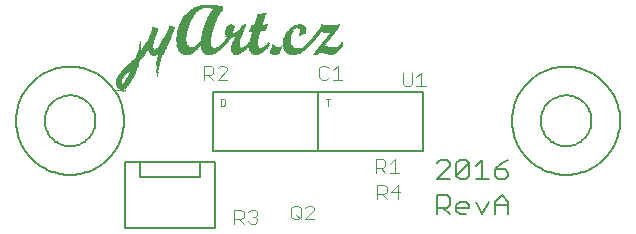
<source format=gbr>
G75*
G70*
%OFA0B0*%
%FSLAX24Y24*%
%IPPOS*%
%LPD*%
%AMOC8*
5,1,8,0,0,1.08239X$1,22.5*
%
%ADD10C,0.0060*%
%ADD11C,0.0080*%
%ADD12C,0.0040*%
%ADD13C,0.0050*%
%ADD14R,0.0003X0.0003*%
%ADD15R,0.0057X0.0003*%
%ADD16R,0.0080X0.0003*%
%ADD17R,0.0097X0.0003*%
%ADD18R,0.0112X0.0003*%
%ADD19R,0.0127X0.0003*%
%ADD20R,0.0138X0.0003*%
%ADD21R,0.0147X0.0003*%
%ADD22R,0.0160X0.0003*%
%ADD23R,0.0165X0.0003*%
%ADD24R,0.0175X0.0003*%
%ADD25R,0.0185X0.0003*%
%ADD26R,0.0190X0.0003*%
%ADD27R,0.0198X0.0003*%
%ADD28R,0.0205X0.0003*%
%ADD29R,0.0213X0.0003*%
%ADD30R,0.0217X0.0003*%
%ADD31R,0.0222X0.0003*%
%ADD32R,0.0230X0.0003*%
%ADD33R,0.0235X0.0003*%
%ADD34R,0.0240X0.0003*%
%ADD35R,0.0248X0.0003*%
%ADD36R,0.0253X0.0003*%
%ADD37R,0.0257X0.0003*%
%ADD38R,0.0262X0.0003*%
%ADD39R,0.0267X0.0003*%
%ADD40R,0.0272X0.0003*%
%ADD41R,0.0278X0.0003*%
%ADD42R,0.0283X0.0003*%
%ADD43R,0.0285X0.0003*%
%ADD44R,0.0290X0.0003*%
%ADD45R,0.0295X0.0003*%
%ADD46R,0.0297X0.0003*%
%ADD47R,0.0302X0.0003*%
%ADD48R,0.0305X0.0003*%
%ADD49R,0.0310X0.0003*%
%ADD50R,0.0315X0.0003*%
%ADD51R,0.0318X0.0003*%
%ADD52R,0.0323X0.0003*%
%ADD53R,0.0325X0.0003*%
%ADD54R,0.0330X0.0003*%
%ADD55R,0.0333X0.0003*%
%ADD56R,0.0335X0.0003*%
%ADD57R,0.0338X0.0003*%
%ADD58R,0.0343X0.0003*%
%ADD59R,0.0345X0.0003*%
%ADD60R,0.0350X0.0003*%
%ADD61R,0.0352X0.0003*%
%ADD62R,0.0357X0.0003*%
%ADD63R,0.0362X0.0003*%
%ADD64R,0.0365X0.0003*%
%ADD65R,0.0370X0.0003*%
%ADD66R,0.0372X0.0003*%
%ADD67R,0.0375X0.0003*%
%ADD68R,0.0377X0.0003*%
%ADD69R,0.0380X0.0003*%
%ADD70R,0.0385X0.0003*%
%ADD71R,0.0387X0.0003*%
%ADD72R,0.0390X0.0003*%
%ADD73R,0.0393X0.0003*%
%ADD74R,0.0395X0.0003*%
%ADD75R,0.0398X0.0003*%
%ADD76R,0.0403X0.0003*%
%ADD77R,0.0405X0.0003*%
%ADD78R,0.0410X0.0003*%
%ADD79R,0.0413X0.0003*%
%ADD80R,0.0418X0.0003*%
%ADD81R,0.0182X0.0003*%
%ADD82R,0.0232X0.0003*%
%ADD83R,0.0227X0.0003*%
%ADD84R,0.0180X0.0003*%
%ADD85R,0.0225X0.0003*%
%ADD86R,0.0220X0.0003*%
%ADD87R,0.0177X0.0003*%
%ADD88R,0.0215X0.0003*%
%ADD89R,0.0210X0.0003*%
%ADD90R,0.0173X0.0003*%
%ADD91R,0.0170X0.0003*%
%ADD92R,0.0208X0.0003*%
%ADD93R,0.0168X0.0003*%
%ADD94R,0.0203X0.0003*%
%ADD95R,0.0200X0.0003*%
%ADD96R,0.0187X0.0003*%
%ADD97R,0.0195X0.0003*%
%ADD98R,0.0192X0.0003*%
%ADD99R,0.0005X0.0003*%
%ADD100R,0.0008X0.0003*%
%ADD101R,0.0010X0.0003*%
%ADD102R,0.0013X0.0003*%
%ADD103R,0.0015X0.0003*%
%ADD104R,0.0018X0.0003*%
%ADD105R,0.0020X0.0003*%
%ADD106R,0.0022X0.0003*%
%ADD107R,0.0025X0.0003*%
%ADD108R,0.0030X0.0003*%
%ADD109R,0.0032X0.0003*%
%ADD110R,0.0035X0.0003*%
%ADD111R,0.0037X0.0003*%
%ADD112R,0.0040X0.0003*%
%ADD113R,0.0043X0.0003*%
%ADD114R,0.0045X0.0003*%
%ADD115R,0.0047X0.0003*%
%ADD116R,0.0238X0.0003*%
%ADD117R,0.0050X0.0003*%
%ADD118R,0.0053X0.0003*%
%ADD119R,0.0055X0.0003*%
%ADD120R,0.0243X0.0003*%
%ADD121R,0.0060X0.0003*%
%ADD122R,0.0063X0.0003*%
%ADD123R,0.0065X0.0003*%
%ADD124R,0.0245X0.0003*%
%ADD125R,0.0067X0.0003*%
%ADD126R,0.0070X0.0003*%
%ADD127R,0.0073X0.0003*%
%ADD128R,0.0430X0.0003*%
%ADD129R,0.0428X0.0003*%
%ADD130R,0.0075X0.0003*%
%ADD131R,0.0425X0.0003*%
%ADD132R,0.0423X0.0003*%
%ADD133R,0.0420X0.0003*%
%ADD134R,0.0077X0.0003*%
%ADD135R,0.0415X0.0003*%
%ADD136R,0.0083X0.0003*%
%ADD137R,0.0408X0.0003*%
%ADD138R,0.0085X0.0003*%
%ADD139R,0.0400X0.0003*%
%ADD140R,0.0088X0.0003*%
%ADD141R,0.0090X0.0003*%
%ADD142R,0.0382X0.0003*%
%ADD143R,0.0092X0.0003*%
%ADD144R,0.0095X0.0003*%
%ADD145R,0.0367X0.0003*%
%ADD146R,0.0360X0.0003*%
%ADD147R,0.0355X0.0003*%
%ADD148R,0.0100X0.0003*%
%ADD149R,0.0103X0.0003*%
%ADD150R,0.0340X0.0003*%
%ADD151R,0.0105X0.0003*%
%ADD152R,0.0107X0.0003*%
%ADD153R,0.0328X0.0003*%
%ADD154R,0.0110X0.0003*%
%ADD155R,0.0320X0.0003*%
%ADD156R,0.0312X0.0003*%
%ADD157R,0.0307X0.0003*%
%ADD158R,0.0300X0.0003*%
%ADD159R,0.0115X0.0003*%
%ADD160R,0.0118X0.0003*%
%ADD161R,0.0293X0.0003*%
%ADD162R,0.0288X0.0003*%
%ADD163R,0.0280X0.0003*%
%ADD164R,0.0120X0.0003*%
%ADD165R,0.0275X0.0003*%
%ADD166R,0.0123X0.0003*%
%ADD167R,0.0270X0.0003*%
%ADD168R,0.0265X0.0003*%
%ADD169R,0.0255X0.0003*%
%ADD170R,0.0125X0.0003*%
%ADD171R,0.0250X0.0003*%
%ADD172R,0.0130X0.0003*%
%ADD173R,0.0132X0.0003*%
%ADD174R,0.0135X0.0003*%
%ADD175R,0.0140X0.0003*%
%ADD176R,0.0143X0.0003*%
%ADD177R,0.0145X0.0003*%
%ADD178R,0.0150X0.0003*%
%ADD179R,0.0152X0.0003*%
%ADD180R,0.0155X0.0003*%
%ADD181R,0.0158X0.0003*%
%ADD182R,0.0163X0.0003*%
%ADD183R,0.0260X0.0003*%
%ADD184R,0.0440X0.0003*%
%ADD185R,0.0445X0.0003*%
%ADD186R,0.0447X0.0003*%
%ADD187R,0.0450X0.0003*%
%ADD188R,0.0452X0.0003*%
%ADD189R,0.0457X0.0003*%
%ADD190R,0.0462X0.0003*%
%ADD191R,0.0465X0.0003*%
%ADD192R,0.0467X0.0003*%
%ADD193R,0.0470X0.0003*%
%ADD194R,0.0473X0.0003*%
%ADD195R,0.0475X0.0003*%
%ADD196R,0.0478X0.0003*%
%ADD197R,0.0455X0.0003*%
%ADD198R,0.0432X0.0003*%
%ADD199R,0.0480X0.0003*%
%ADD200R,0.0483X0.0003*%
%ADD201R,0.0488X0.0003*%
%ADD202R,0.0485X0.0003*%
%ADD203R,0.0710X0.0003*%
%ADD204R,0.0493X0.0003*%
%ADD205R,0.0495X0.0003*%
%ADD206R,0.0435X0.0003*%
%ADD207R,0.0437X0.0003*%
%ADD208R,0.0500X0.0003*%
%ADD209R,0.0712X0.0003*%
%ADD210R,0.0498X0.0003*%
%ADD211R,0.0442X0.0003*%
%ADD212R,0.0508X0.0003*%
%ADD213R,0.0715X0.0003*%
%ADD214R,0.0348X0.0003*%
%ADD215R,0.0515X0.0003*%
%ADD216R,0.0503X0.0003*%
%ADD217R,0.0520X0.0003*%
%ADD218R,0.0505X0.0003*%
%ADD219R,0.0460X0.0003*%
%ADD220R,0.0527X0.0003*%
%ADD221R,0.0717X0.0003*%
%ADD222R,0.0532X0.0003*%
%ADD223R,0.0510X0.0003*%
%ADD224R,0.0540X0.0003*%
%ADD225R,0.0548X0.0003*%
%ADD226R,0.0720X0.0003*%
%ADD227R,0.0553X0.0003*%
%ADD228R,0.0722X0.0003*%
%ADD229R,0.0560X0.0003*%
%ADD230R,0.0517X0.0003*%
%ADD231R,0.0565X0.0003*%
%ADD232R,0.0573X0.0003*%
%ADD233R,0.0522X0.0003*%
%ADD234R,0.0578X0.0003*%
%ADD235R,0.0725X0.0003*%
%ADD236R,0.0525X0.0003*%
%ADD237R,0.0583X0.0003*%
%ADD238R,0.0512X0.0003*%
%ADD239R,0.0590X0.0003*%
%ADD240R,0.0530X0.0003*%
%ADD241R,0.0595X0.0003*%
%ADD242R,0.0602X0.0003*%
%ADD243R,0.0727X0.0003*%
%ADD244R,0.0535X0.0003*%
%ADD245R,0.0607X0.0003*%
%ADD246R,0.0730X0.0003*%
%ADD247R,0.0537X0.0003*%
%ADD248R,0.0612X0.0003*%
%ADD249R,0.0617X0.0003*%
%ADD250R,0.0542X0.0003*%
%ADD251R,0.0545X0.0003*%
%ADD252R,0.0622X0.0003*%
%ADD253R,0.0630X0.0003*%
%ADD254R,0.0732X0.0003*%
%ADD255R,0.0633X0.0003*%
%ADD256R,0.0550X0.0003*%
%ADD257R,0.0555X0.0003*%
%ADD258R,0.0638X0.0003*%
%ADD259R,0.0563X0.0003*%
%ADD260R,0.0645X0.0003*%
%ADD261R,0.0558X0.0003*%
%ADD262R,0.0490X0.0003*%
%ADD263R,0.0650X0.0003*%
%ADD264R,0.0735X0.0003*%
%ADD265R,0.0570X0.0003*%
%ADD266R,0.0653X0.0003*%
%ADD267R,0.0660X0.0003*%
%ADD268R,0.0580X0.0003*%
%ADD269R,0.0665X0.0003*%
%ADD270R,0.0575X0.0003*%
%ADD271R,0.0668X0.0003*%
%ADD272R,0.0587X0.0003*%
%ADD273R,0.0673X0.0003*%
%ADD274R,0.0737X0.0003*%
%ADD275R,0.0680X0.0003*%
%ADD276R,0.0585X0.0003*%
%ADD277R,0.0592X0.0003*%
%ADD278R,0.0683X0.0003*%
%ADD279R,0.0600X0.0003*%
%ADD280R,0.0688X0.0003*%
%ADD281R,0.0690X0.0003*%
%ADD282R,0.0597X0.0003*%
%ADD283R,0.0698X0.0003*%
%ADD284R,0.0740X0.0003*%
%ADD285R,0.0610X0.0003*%
%ADD286R,0.0700X0.0003*%
%ADD287R,0.0605X0.0003*%
%ADD288R,0.0705X0.0003*%
%ADD289R,0.0625X0.0003*%
%ADD290R,0.0742X0.0003*%
%ADD291R,0.0620X0.0003*%
%ADD292R,0.0635X0.0003*%
%ADD293R,0.0640X0.0003*%
%ADD294R,0.0643X0.0003*%
%ADD295R,0.0745X0.0003*%
%ADD296R,0.0648X0.0003*%
%ADD297R,0.0658X0.0003*%
%ADD298R,0.0655X0.0003*%
%ADD299R,0.0663X0.0003*%
%ADD300R,0.0747X0.0003*%
%ADD301R,0.0670X0.0003*%
%ADD302R,0.0675X0.0003*%
%ADD303R,0.0685X0.0003*%
%ADD304R,0.0695X0.0003*%
%ADD305R,0.0027X0.0003*%
%ADD306R,0.0568X0.0003*%
%ADD307R,0.0912X0.0003*%
%ADD308R,0.0907X0.0003*%
%ADD309R,0.0900X0.0003*%
%ADD310R,0.0895X0.0003*%
%ADD311R,0.0887X0.0003*%
%ADD312R,0.0882X0.0003*%
%ADD313R,0.0875X0.0003*%
%ADD314R,0.0862X0.0003*%
%ADD315R,0.0848X0.0003*%
%ADD316R,0.0833X0.0003*%
%ADD317R,0.0818X0.0003*%
%ADD318R,0.0800X0.0003*%
%ADD319R,0.0788X0.0003*%
%ADD320R,0.0770X0.0003*%
%ADD321R,0.0752X0.0003*%
%ADD322R,0.0615X0.0003*%
%ADD323C,0.0000*%
%ADD324C,0.0020*%
D10*
X000694Y004511D02*
X000696Y004599D01*
X000703Y004687D01*
X000713Y004775D01*
X000729Y004862D01*
X000748Y004948D01*
X000772Y005034D01*
X000799Y005117D01*
X000831Y005200D01*
X000867Y005281D01*
X000907Y005360D01*
X000950Y005436D01*
X000997Y005511D01*
X001048Y005583D01*
X001103Y005653D01*
X001160Y005720D01*
X001221Y005784D01*
X001285Y005845D01*
X001352Y005902D01*
X001422Y005957D01*
X001494Y006008D01*
X001569Y006055D01*
X001645Y006098D01*
X001724Y006138D01*
X001805Y006174D01*
X001888Y006206D01*
X001971Y006233D01*
X002057Y006257D01*
X002143Y006276D01*
X002230Y006292D01*
X002318Y006302D01*
X002406Y006309D01*
X002494Y006311D01*
X002582Y006309D01*
X002670Y006302D01*
X002758Y006292D01*
X002845Y006276D01*
X002931Y006257D01*
X003017Y006233D01*
X003100Y006206D01*
X003183Y006174D01*
X003264Y006138D01*
X003343Y006098D01*
X003419Y006055D01*
X003494Y006008D01*
X003566Y005957D01*
X003636Y005902D01*
X003703Y005845D01*
X003767Y005784D01*
X003828Y005720D01*
X003885Y005653D01*
X003940Y005583D01*
X003991Y005511D01*
X004038Y005436D01*
X004081Y005360D01*
X004121Y005281D01*
X004157Y005200D01*
X004189Y005117D01*
X004216Y005034D01*
X004240Y004948D01*
X004259Y004862D01*
X004275Y004775D01*
X004285Y004687D01*
X004292Y004599D01*
X004294Y004511D01*
X004292Y004423D01*
X004285Y004335D01*
X004275Y004247D01*
X004259Y004160D01*
X004240Y004074D01*
X004216Y003988D01*
X004189Y003905D01*
X004157Y003822D01*
X004121Y003741D01*
X004081Y003662D01*
X004038Y003586D01*
X003991Y003511D01*
X003940Y003439D01*
X003885Y003369D01*
X003828Y003302D01*
X003767Y003238D01*
X003703Y003177D01*
X003636Y003120D01*
X003566Y003065D01*
X003494Y003014D01*
X003419Y002967D01*
X003343Y002924D01*
X003264Y002884D01*
X003183Y002848D01*
X003100Y002816D01*
X003017Y002789D01*
X002931Y002765D01*
X002845Y002746D01*
X002758Y002730D01*
X002670Y002720D01*
X002582Y002713D01*
X002494Y002711D01*
X002406Y002713D01*
X002318Y002720D01*
X002230Y002730D01*
X002143Y002746D01*
X002057Y002765D01*
X001971Y002789D01*
X001888Y002816D01*
X001805Y002848D01*
X001724Y002884D01*
X001645Y002924D01*
X001569Y002967D01*
X001494Y003014D01*
X001422Y003065D01*
X001352Y003120D01*
X001285Y003177D01*
X001221Y003238D01*
X001160Y003302D01*
X001103Y003369D01*
X001048Y003439D01*
X000997Y003511D01*
X000950Y003586D01*
X000907Y003662D01*
X000867Y003741D01*
X000831Y003822D01*
X000799Y003905D01*
X000772Y003988D01*
X000748Y004074D01*
X000729Y004160D01*
X000713Y004247D01*
X000703Y004335D01*
X000696Y004423D01*
X000694Y004511D01*
X014728Y003106D02*
X014835Y003213D01*
X015049Y003213D01*
X015155Y003106D01*
X015155Y002999D01*
X014728Y002572D01*
X015155Y002572D01*
X015373Y002679D02*
X015800Y003106D01*
X015800Y002679D01*
X015693Y002572D01*
X015480Y002572D01*
X015373Y002679D01*
X015373Y003106D01*
X015480Y003213D01*
X015693Y003213D01*
X015800Y003106D01*
X016018Y002999D02*
X016231Y003213D01*
X016231Y002572D01*
X016018Y002572D02*
X016445Y002572D01*
X016662Y002679D02*
X016769Y002572D01*
X016982Y002572D01*
X017089Y002679D01*
X017089Y002786D01*
X016982Y002892D01*
X016662Y002892D01*
X016662Y002679D01*
X016662Y002892D02*
X016876Y003106D01*
X017089Y003213D01*
X016876Y002032D02*
X017089Y001818D01*
X017089Y001391D01*
X016662Y001391D02*
X016662Y001818D01*
X016876Y002032D01*
X016445Y001818D02*
X016231Y001391D01*
X016018Y001818D01*
X015800Y001711D02*
X015800Y001605D01*
X015373Y001605D01*
X015373Y001711D02*
X015373Y001498D01*
X015480Y001391D01*
X015693Y001391D01*
X015155Y001391D02*
X014942Y001605D01*
X015049Y001605D02*
X014728Y001605D01*
X015049Y001605D02*
X015155Y001711D01*
X015155Y001925D01*
X015049Y002032D01*
X014728Y002032D01*
X014728Y001391D01*
X015373Y001711D02*
X015480Y001818D01*
X015693Y001818D01*
X015800Y001711D01*
X016662Y001711D02*
X017089Y001711D01*
X017229Y004511D02*
X017231Y004599D01*
X017238Y004687D01*
X017248Y004775D01*
X017264Y004862D01*
X017283Y004948D01*
X017307Y005034D01*
X017334Y005117D01*
X017366Y005200D01*
X017402Y005281D01*
X017442Y005360D01*
X017485Y005436D01*
X017532Y005511D01*
X017583Y005583D01*
X017638Y005653D01*
X017695Y005720D01*
X017756Y005784D01*
X017820Y005845D01*
X017887Y005902D01*
X017957Y005957D01*
X018029Y006008D01*
X018104Y006055D01*
X018180Y006098D01*
X018259Y006138D01*
X018340Y006174D01*
X018423Y006206D01*
X018506Y006233D01*
X018592Y006257D01*
X018678Y006276D01*
X018765Y006292D01*
X018853Y006302D01*
X018941Y006309D01*
X019029Y006311D01*
X019117Y006309D01*
X019205Y006302D01*
X019293Y006292D01*
X019380Y006276D01*
X019466Y006257D01*
X019552Y006233D01*
X019635Y006206D01*
X019718Y006174D01*
X019799Y006138D01*
X019878Y006098D01*
X019954Y006055D01*
X020029Y006008D01*
X020101Y005957D01*
X020171Y005902D01*
X020238Y005845D01*
X020302Y005784D01*
X020363Y005720D01*
X020420Y005653D01*
X020475Y005583D01*
X020526Y005511D01*
X020573Y005436D01*
X020616Y005360D01*
X020656Y005281D01*
X020692Y005200D01*
X020724Y005117D01*
X020751Y005034D01*
X020775Y004948D01*
X020794Y004862D01*
X020810Y004775D01*
X020820Y004687D01*
X020827Y004599D01*
X020829Y004511D01*
X020827Y004423D01*
X020820Y004335D01*
X020810Y004247D01*
X020794Y004160D01*
X020775Y004074D01*
X020751Y003988D01*
X020724Y003905D01*
X020692Y003822D01*
X020656Y003741D01*
X020616Y003662D01*
X020573Y003586D01*
X020526Y003511D01*
X020475Y003439D01*
X020420Y003369D01*
X020363Y003302D01*
X020302Y003238D01*
X020238Y003177D01*
X020171Y003120D01*
X020101Y003065D01*
X020029Y003014D01*
X019954Y002967D01*
X019878Y002924D01*
X019799Y002884D01*
X019718Y002848D01*
X019635Y002816D01*
X019552Y002789D01*
X019466Y002765D01*
X019380Y002746D01*
X019293Y002730D01*
X019205Y002720D01*
X019117Y002713D01*
X019029Y002711D01*
X018941Y002713D01*
X018853Y002720D01*
X018765Y002730D01*
X018678Y002746D01*
X018592Y002765D01*
X018506Y002789D01*
X018423Y002816D01*
X018340Y002848D01*
X018259Y002884D01*
X018180Y002924D01*
X018104Y002967D01*
X018029Y003014D01*
X017957Y003065D01*
X017887Y003120D01*
X017820Y003177D01*
X017756Y003238D01*
X017695Y003302D01*
X017638Y003369D01*
X017583Y003439D01*
X017532Y003511D01*
X017485Y003586D01*
X017442Y003662D01*
X017402Y003741D01*
X017366Y003822D01*
X017334Y003905D01*
X017307Y003988D01*
X017283Y004074D01*
X017264Y004160D01*
X017248Y004247D01*
X017238Y004335D01*
X017231Y004423D01*
X017229Y004511D01*
D11*
X018183Y004511D02*
X018185Y004569D01*
X018191Y004626D01*
X018201Y004683D01*
X018214Y004739D01*
X018232Y004794D01*
X018253Y004848D01*
X018278Y004900D01*
X018306Y004951D01*
X018338Y004999D01*
X018373Y005045D01*
X018411Y005088D01*
X018452Y005129D01*
X018495Y005167D01*
X018541Y005202D01*
X018589Y005234D01*
X018640Y005262D01*
X018692Y005287D01*
X018746Y005308D01*
X018801Y005326D01*
X018857Y005339D01*
X018914Y005349D01*
X018971Y005355D01*
X019029Y005357D01*
X019087Y005355D01*
X019144Y005349D01*
X019201Y005339D01*
X019257Y005326D01*
X019312Y005308D01*
X019366Y005287D01*
X019418Y005262D01*
X019469Y005234D01*
X019517Y005202D01*
X019563Y005167D01*
X019606Y005129D01*
X019647Y005088D01*
X019685Y005045D01*
X019720Y004999D01*
X019752Y004951D01*
X019780Y004900D01*
X019805Y004848D01*
X019826Y004794D01*
X019844Y004739D01*
X019857Y004683D01*
X019867Y004626D01*
X019873Y004569D01*
X019875Y004511D01*
X019873Y004453D01*
X019867Y004396D01*
X019857Y004339D01*
X019844Y004283D01*
X019826Y004228D01*
X019805Y004174D01*
X019780Y004122D01*
X019752Y004071D01*
X019720Y004023D01*
X019685Y003977D01*
X019647Y003934D01*
X019606Y003893D01*
X019563Y003855D01*
X019517Y003820D01*
X019469Y003788D01*
X019418Y003760D01*
X019366Y003735D01*
X019312Y003714D01*
X019257Y003696D01*
X019201Y003683D01*
X019144Y003673D01*
X019087Y003667D01*
X019029Y003665D01*
X018971Y003667D01*
X018914Y003673D01*
X018857Y003683D01*
X018801Y003696D01*
X018746Y003714D01*
X018692Y003735D01*
X018640Y003760D01*
X018589Y003788D01*
X018541Y003820D01*
X018495Y003855D01*
X018452Y003893D01*
X018411Y003934D01*
X018373Y003977D01*
X018338Y004023D01*
X018306Y004071D01*
X018278Y004122D01*
X018253Y004174D01*
X018232Y004228D01*
X018214Y004283D01*
X018201Y004339D01*
X018191Y004396D01*
X018185Y004453D01*
X018183Y004511D01*
X001648Y004511D02*
X001650Y004569D01*
X001656Y004626D01*
X001666Y004683D01*
X001679Y004739D01*
X001697Y004794D01*
X001718Y004848D01*
X001743Y004900D01*
X001771Y004951D01*
X001803Y004999D01*
X001838Y005045D01*
X001876Y005088D01*
X001917Y005129D01*
X001960Y005167D01*
X002006Y005202D01*
X002054Y005234D01*
X002105Y005262D01*
X002157Y005287D01*
X002211Y005308D01*
X002266Y005326D01*
X002322Y005339D01*
X002379Y005349D01*
X002436Y005355D01*
X002494Y005357D01*
X002552Y005355D01*
X002609Y005349D01*
X002666Y005339D01*
X002722Y005326D01*
X002777Y005308D01*
X002831Y005287D01*
X002883Y005262D01*
X002934Y005234D01*
X002982Y005202D01*
X003028Y005167D01*
X003071Y005129D01*
X003112Y005088D01*
X003150Y005045D01*
X003185Y004999D01*
X003217Y004951D01*
X003245Y004900D01*
X003270Y004848D01*
X003291Y004794D01*
X003309Y004739D01*
X003322Y004683D01*
X003332Y004626D01*
X003338Y004569D01*
X003340Y004511D01*
X003338Y004453D01*
X003332Y004396D01*
X003322Y004339D01*
X003309Y004283D01*
X003291Y004228D01*
X003270Y004174D01*
X003245Y004122D01*
X003217Y004071D01*
X003185Y004023D01*
X003150Y003977D01*
X003112Y003934D01*
X003071Y003893D01*
X003028Y003855D01*
X002982Y003820D01*
X002934Y003788D01*
X002883Y003760D01*
X002831Y003735D01*
X002777Y003714D01*
X002722Y003696D01*
X002666Y003683D01*
X002609Y003673D01*
X002552Y003667D01*
X002494Y003665D01*
X002436Y003667D01*
X002379Y003673D01*
X002322Y003683D01*
X002266Y003696D01*
X002211Y003714D01*
X002157Y003735D01*
X002105Y003760D01*
X002054Y003788D01*
X002006Y003820D01*
X001960Y003855D01*
X001917Y003893D01*
X001876Y003934D01*
X001838Y003977D01*
X001803Y004023D01*
X001771Y004071D01*
X001743Y004122D01*
X001718Y004174D01*
X001697Y004228D01*
X001679Y004283D01*
X001666Y004339D01*
X001656Y004396D01*
X001650Y004453D01*
X001648Y004511D01*
D12*
X006949Y005883D02*
X006949Y006343D01*
X007179Y006343D01*
X007256Y006267D01*
X007256Y006113D01*
X007179Y006037D01*
X006949Y006037D01*
X007102Y006037D02*
X007256Y005883D01*
X007409Y005883D02*
X007716Y006190D01*
X007716Y006267D01*
X007639Y006343D01*
X007486Y006343D01*
X007409Y006267D01*
X007409Y005883D02*
X007716Y005883D01*
X010807Y005960D02*
X010884Y005883D01*
X011037Y005883D01*
X011114Y005960D01*
X011267Y005883D02*
X011574Y005883D01*
X011421Y005883D02*
X011421Y006343D01*
X011267Y006190D01*
X011114Y006267D02*
X011037Y006343D01*
X010884Y006343D01*
X010807Y006267D01*
X010807Y005960D01*
X013581Y006117D02*
X013581Y005733D01*
X013657Y005657D01*
X013811Y005657D01*
X013888Y005733D01*
X013888Y006117D01*
X014041Y005964D02*
X014194Y006117D01*
X014194Y005657D01*
X014041Y005657D02*
X014348Y005657D01*
X013311Y003233D02*
X013311Y002773D01*
X013464Y002773D02*
X013157Y002773D01*
X013004Y002773D02*
X012850Y002926D01*
X012927Y002926D02*
X013004Y003003D01*
X013004Y003156D01*
X012927Y003233D01*
X012697Y003233D01*
X012697Y002773D01*
X012697Y002926D02*
X012927Y002926D01*
X013157Y003080D02*
X013311Y003233D01*
X013427Y002367D02*
X013197Y002137D01*
X013503Y002137D01*
X013427Y001907D02*
X013427Y002367D01*
X013043Y002290D02*
X013043Y002137D01*
X012966Y002060D01*
X012736Y002060D01*
X012736Y001907D02*
X012736Y002367D01*
X012966Y002367D01*
X013043Y002290D01*
X012890Y002060D02*
X013043Y001907D01*
X010641Y001609D02*
X010641Y001533D01*
X010334Y001226D01*
X010641Y001226D01*
X010181Y001226D02*
X010027Y001379D01*
X009951Y001226D02*
X009874Y001302D01*
X009874Y001609D01*
X009951Y001686D01*
X010104Y001686D01*
X010181Y001609D01*
X010181Y001302D01*
X010104Y001226D01*
X009951Y001226D01*
X010334Y001609D02*
X010411Y001686D01*
X010565Y001686D01*
X010641Y001609D01*
X008740Y001464D02*
X008740Y001387D01*
X008663Y001310D01*
X008740Y001233D01*
X008740Y001157D01*
X008663Y001080D01*
X008509Y001080D01*
X008433Y001157D01*
X008279Y001080D02*
X008126Y001233D01*
X008203Y001233D02*
X007972Y001233D01*
X008203Y001233D02*
X008279Y001310D01*
X008279Y001464D01*
X008203Y001540D01*
X007972Y001540D01*
X007972Y001080D01*
X008586Y001310D02*
X008663Y001310D01*
X008740Y001464D02*
X008663Y001540D01*
X008509Y001540D01*
X008433Y001464D01*
D13*
X007324Y000949D02*
X004324Y000949D01*
X004324Y003149D01*
X004824Y003149D01*
X004824Y002649D01*
X006824Y002649D01*
X006824Y003149D01*
X007324Y003149D01*
X007324Y000949D01*
X006824Y003149D02*
X004824Y003149D01*
X007261Y003511D02*
X007261Y005479D01*
X010765Y005479D01*
X010765Y003511D01*
X007261Y003511D01*
X010765Y003511D02*
X014269Y003511D01*
X014269Y005479D01*
X010765Y005479D01*
D14*
X009257Y007034D03*
X009129Y007102D03*
X011579Y007102D03*
X005417Y005984D03*
X005417Y005982D03*
X005417Y005979D03*
X005417Y005977D03*
X005417Y005974D03*
X004214Y005534D03*
X004859Y007119D03*
X004859Y007122D03*
X004859Y007124D03*
X004862Y007129D03*
D15*
X004827Y006934D03*
X004827Y006932D03*
X004827Y006929D03*
X005284Y006677D03*
X005407Y006172D03*
X005407Y006169D03*
X004219Y005537D03*
X005849Y007639D03*
X009004Y008072D03*
X009102Y007044D03*
X009272Y006999D03*
X009522Y006944D03*
X011552Y007044D03*
D16*
X011540Y007022D03*
X011448Y007684D03*
X009278Y006984D03*
X009090Y007024D03*
X008990Y008067D03*
X005855Y007632D03*
X005285Y007589D03*
X004813Y006854D03*
X004813Y006852D03*
X004813Y006849D03*
X004813Y006847D03*
X005410Y006259D03*
X005410Y006257D03*
X005410Y006254D03*
X004220Y005539D03*
D17*
X004222Y005542D03*
X005419Y006332D03*
X005419Y006334D03*
X005419Y006337D03*
X005419Y006339D03*
X006382Y006697D03*
X007129Y006697D03*
X009082Y007007D03*
X009284Y006974D03*
X010189Y007372D03*
X010992Y006969D03*
X011532Y007004D03*
X011192Y006699D03*
D18*
X010877Y006969D03*
X010882Y006977D03*
X010894Y006992D03*
X010904Y007004D03*
X010907Y007007D03*
X010917Y007019D03*
X010919Y007022D03*
X010929Y007034D03*
X010939Y007047D03*
X010942Y007049D03*
X010952Y007062D03*
X010954Y007064D03*
X010962Y007074D03*
X010964Y007077D03*
X010974Y007089D03*
X010977Y007092D03*
X010987Y007104D03*
X010989Y007107D03*
X010997Y007117D03*
X010999Y007119D03*
X011002Y007122D03*
X011009Y007132D03*
X011012Y007134D03*
X011019Y007144D03*
X011022Y007147D03*
X011024Y007149D03*
X011032Y007159D03*
X011034Y007162D03*
X011037Y007164D03*
X011044Y007174D03*
X011047Y007177D03*
X011054Y007187D03*
X011057Y007189D03*
X011059Y007192D03*
X011067Y007202D03*
X011069Y007204D03*
X011072Y007207D03*
X011077Y007214D03*
X011079Y007217D03*
X011082Y007219D03*
X011084Y007222D03*
X011089Y007229D03*
X011092Y007232D03*
X011094Y007234D03*
X011102Y007244D03*
X011104Y007247D03*
X011107Y007249D03*
X011112Y007257D03*
X011114Y007259D03*
X011117Y007262D03*
X011119Y007264D03*
X011124Y007272D03*
X011127Y007274D03*
X011129Y007277D03*
X011134Y007284D03*
X011137Y007287D03*
X011139Y007289D03*
X011142Y007292D03*
X011147Y007299D03*
X011149Y007302D03*
X011152Y007304D03*
X011154Y007307D03*
X011159Y007314D03*
X011162Y007317D03*
X011164Y007319D03*
X011167Y007322D03*
X011169Y007327D03*
X011172Y007329D03*
X011174Y007332D03*
X011177Y007334D03*
X011182Y007342D03*
X011184Y007344D03*
X011187Y007347D03*
X011189Y007349D03*
X011192Y007354D03*
X011194Y007357D03*
X011197Y007359D03*
X011199Y007362D03*
X011202Y007364D03*
X011204Y007369D03*
X011207Y007372D03*
X011209Y007374D03*
X011212Y007377D03*
X011217Y007384D03*
X011219Y007387D03*
X011222Y007389D03*
X011224Y007392D03*
X011227Y007397D03*
X011229Y007399D03*
X011232Y007402D03*
X011234Y007404D03*
X011237Y007407D03*
X011239Y007412D03*
X011242Y007414D03*
X011244Y007417D03*
X011247Y007419D03*
X011249Y007422D03*
X011249Y007424D03*
X011252Y007427D03*
X011254Y007429D03*
X011257Y007432D03*
X011259Y007434D03*
X011262Y007439D03*
X011264Y007442D03*
X011267Y007444D03*
X011269Y007447D03*
X011432Y007679D03*
X010599Y007202D03*
X010587Y007187D03*
X010584Y007184D03*
X010582Y007182D03*
X010579Y007179D03*
X010577Y007174D03*
X010574Y007172D03*
X010572Y007169D03*
X010569Y007167D03*
X010567Y007164D03*
X010564Y007162D03*
X010559Y007154D03*
X010557Y007152D03*
X010554Y007149D03*
X010552Y007147D03*
X011524Y006989D03*
X009337Y006702D03*
X009289Y006967D03*
X009074Y006994D03*
X008269Y007627D03*
X008269Y007629D03*
X008267Y007624D03*
X008272Y007634D03*
X007869Y007684D03*
X008972Y008059D03*
X007734Y007182D03*
X007729Y007174D03*
X007727Y007172D03*
X007724Y007169D03*
X007724Y007167D03*
X007722Y007164D03*
X007719Y007162D03*
X007717Y007159D03*
X007712Y007152D03*
X007709Y007149D03*
X007707Y007147D03*
X005867Y007619D03*
X005284Y006682D03*
X005429Y006404D03*
X005429Y006402D03*
X005429Y006399D03*
X004222Y005544D03*
D19*
X004222Y005547D03*
X005442Y006464D03*
X005444Y006472D03*
X005444Y006474D03*
X006382Y006699D03*
X006774Y007004D03*
X006777Y007007D03*
X006779Y007009D03*
X006782Y007012D03*
X006784Y007014D03*
X006787Y007017D03*
X007557Y006984D03*
X007559Y006987D03*
X007562Y006989D03*
X007564Y006992D03*
X007567Y006994D03*
X007812Y007277D03*
X008242Y007574D03*
X008242Y007577D03*
X008244Y007579D03*
X008247Y007584D03*
X009067Y006982D03*
X009294Y006959D03*
X008684Y006704D03*
X010207Y007387D03*
X010454Y007042D03*
X010452Y007039D03*
X010449Y007037D03*
X010447Y007034D03*
X010444Y007032D03*
X010442Y007029D03*
X010439Y007027D03*
X010437Y007024D03*
X011514Y006974D03*
X011517Y006977D03*
X005872Y007614D03*
D20*
X005312Y007579D03*
X007532Y006962D03*
X007534Y006964D03*
X007537Y006967D03*
X008032Y006707D03*
X009042Y006957D03*
X009044Y006959D03*
X010212Y007392D03*
X010397Y006987D03*
X010394Y006984D03*
X010392Y006982D03*
X010389Y006979D03*
X011489Y006952D03*
X011492Y006954D03*
X008959Y008054D03*
X008232Y007557D03*
X008229Y007554D03*
X008229Y007552D03*
X008227Y007549D03*
X005457Y006527D03*
X005457Y006524D03*
X005457Y006522D03*
X005454Y006517D03*
X005454Y006514D03*
X004222Y005549D03*
D21*
X004222Y005552D03*
X005469Y006569D03*
X005472Y006574D03*
X005472Y006577D03*
X005472Y006579D03*
X005474Y006584D03*
X007132Y006702D03*
X007509Y006944D03*
X007512Y006947D03*
X008354Y006937D03*
X008359Y006939D03*
X008362Y006942D03*
X009019Y006939D03*
X009022Y006942D03*
X009334Y006707D03*
X010349Y006947D03*
X010352Y006949D03*
X010734Y006764D03*
X008217Y007532D03*
X008952Y008052D03*
D22*
X008945Y008049D03*
X009940Y007582D03*
X009870Y007517D03*
X009868Y007514D03*
X009865Y007512D03*
X009865Y007509D03*
X009863Y007507D03*
X009860Y007504D03*
X010225Y007404D03*
X010960Y007672D03*
X010323Y006927D03*
X010740Y006767D03*
X009003Y006929D03*
X008685Y006709D03*
X007490Y006932D03*
X006715Y006954D03*
X005500Y006664D03*
X005498Y006657D03*
X005498Y006654D03*
X005495Y006652D03*
X005495Y006649D03*
X005493Y006642D03*
X004223Y005554D03*
X008200Y007507D03*
X008203Y007509D03*
D23*
X008198Y007502D03*
X008195Y007499D03*
X009308Y006947D03*
X010310Y006919D03*
X009845Y007484D03*
X009848Y007487D03*
X009848Y007489D03*
X009850Y007492D03*
X009853Y007494D03*
X009948Y007587D03*
X007483Y006927D03*
X006708Y006949D03*
X005513Y006697D03*
X005510Y006692D03*
X005510Y006689D03*
X005508Y006687D03*
X005508Y006684D03*
X005505Y006679D03*
X005505Y006677D03*
X005323Y007574D03*
X005883Y007602D03*
X004223Y005557D03*
D24*
X004223Y005559D03*
X004120Y005744D03*
X004120Y005747D03*
X004120Y005749D03*
X004118Y005752D03*
X004118Y005754D03*
X004118Y005757D03*
X004118Y005817D03*
X004120Y005824D03*
X004120Y005827D03*
X004120Y005829D03*
X004123Y005832D03*
X004123Y005834D03*
X004123Y005837D03*
X005293Y006694D03*
X006700Y006944D03*
X005325Y007562D03*
X005328Y007569D03*
X005328Y007572D03*
X007120Y008352D03*
X007860Y007664D03*
X008185Y007484D03*
X009313Y006944D03*
X009333Y006712D03*
X008688Y006712D03*
X010298Y006912D03*
X009820Y007447D03*
X009823Y007452D03*
X009825Y007454D03*
X011448Y006927D03*
D25*
X010240Y007417D03*
X009803Y007417D03*
X009800Y007414D03*
X009800Y007412D03*
X009798Y007409D03*
X009795Y007404D03*
X008978Y006917D03*
X008125Y007329D03*
X008125Y007332D03*
X008123Y007327D03*
X008123Y007324D03*
X008175Y007472D03*
X008178Y007474D03*
X007858Y007659D03*
X007823Y007287D03*
X007133Y006707D03*
X005198Y006849D03*
X005195Y006854D03*
X005193Y006859D03*
X005310Y007494D03*
X005310Y007497D03*
X005313Y007504D03*
X005313Y007507D03*
X005313Y007509D03*
X005315Y007514D03*
X005315Y007517D03*
X004620Y006182D03*
X004618Y006177D03*
X004615Y006169D03*
X004613Y006164D03*
X004610Y006159D03*
X004610Y006157D03*
X004608Y006154D03*
X004608Y006152D03*
X004605Y006149D03*
X004605Y006147D03*
X004603Y006144D03*
X004603Y006142D03*
X004603Y006139D03*
X004600Y006137D03*
X004600Y006134D03*
X004598Y006132D03*
X004598Y006129D03*
X004595Y006124D03*
X004593Y006119D03*
X004590Y006114D03*
X004588Y006109D03*
X004140Y005882D03*
X004138Y005877D03*
X004138Y005874D03*
X004135Y005872D03*
X004223Y005562D03*
D26*
X004223Y005564D03*
X004145Y005892D03*
X004145Y005894D03*
X004148Y005897D03*
X004148Y005899D03*
X004530Y005992D03*
X004533Y005997D03*
X004535Y006002D03*
X004538Y006007D03*
X004540Y006012D03*
X004543Y006017D03*
X004545Y006022D03*
X004548Y006027D03*
X004550Y006029D03*
X004550Y006032D03*
X004553Y006034D03*
X004553Y006037D03*
X004555Y006039D03*
X004555Y006042D03*
X004558Y006044D03*
X004558Y006047D03*
X004560Y006052D03*
X004563Y006057D03*
X004565Y006062D03*
X004568Y006067D03*
X004570Y006072D03*
X004573Y006077D03*
X004575Y006082D03*
X006383Y006707D03*
X005295Y007442D03*
X005298Y007449D03*
X005298Y007452D03*
X005300Y007457D03*
X005300Y007459D03*
X005300Y007462D03*
X005303Y007464D03*
X005303Y007467D03*
X005303Y007469D03*
X005305Y007477D03*
X005890Y007592D03*
X007858Y007657D03*
X008170Y007467D03*
X008118Y007314D03*
X008115Y007309D03*
X008113Y007304D03*
X008038Y006719D03*
X009788Y007389D03*
X009790Y007394D03*
X009793Y007399D03*
X010243Y007419D03*
X010143Y007682D03*
D27*
X010247Y007424D03*
X009779Y007372D03*
X009779Y007369D03*
X009777Y007367D03*
X009777Y007364D03*
X010272Y006899D03*
X008689Y006717D03*
X008039Y006722D03*
X008099Y007277D03*
X008102Y007279D03*
X008102Y007282D03*
X008104Y007287D03*
X007824Y007289D03*
X008164Y007459D03*
X007857Y007652D03*
X005879Y007564D03*
X005877Y007559D03*
X005877Y007557D03*
X005874Y007554D03*
X005874Y007552D03*
X005872Y007547D03*
X005282Y007399D03*
X005279Y007392D03*
X005277Y007387D03*
X005277Y007384D03*
X005274Y007379D03*
X005274Y007377D03*
X005272Y007374D03*
X005272Y007372D03*
X005272Y007369D03*
X005269Y007364D03*
X005267Y007357D03*
X004487Y005912D03*
X004479Y005899D03*
X004477Y005894D03*
X004474Y005889D03*
X004472Y005887D03*
X004472Y005884D03*
X004469Y005882D03*
X004467Y005879D03*
X004467Y005877D03*
X004464Y005874D03*
X004464Y005872D03*
X004462Y005869D03*
X004459Y005864D03*
X004457Y005862D03*
X004454Y005857D03*
X004167Y005932D03*
X004164Y005929D03*
X004164Y005927D03*
X004162Y005924D03*
X004159Y005919D03*
X004224Y005567D03*
D28*
X004223Y005569D03*
X004405Y005782D03*
X004410Y005789D03*
X004413Y005794D03*
X004415Y005797D03*
X004418Y005799D03*
X004418Y005802D03*
X004420Y005804D03*
X004423Y005807D03*
X004425Y005812D03*
X004430Y005819D03*
X004190Y005969D03*
X004188Y005967D03*
X004185Y005962D03*
X004183Y005959D03*
X004180Y005954D03*
X005295Y006702D03*
X006383Y006709D03*
X006675Y006934D03*
X008085Y007247D03*
X008088Y007249D03*
X008088Y007252D03*
X008090Y007257D03*
X008158Y007452D03*
X008920Y008039D03*
X010143Y007679D03*
X010250Y007429D03*
X009768Y007344D03*
X009768Y007342D03*
X009765Y007339D03*
X009765Y007337D03*
X010980Y007667D03*
X005858Y007514D03*
X005855Y007509D03*
X005855Y007507D03*
X005853Y007504D03*
X005853Y007502D03*
X005850Y007497D03*
X005848Y007492D03*
X005248Y007309D03*
X005245Y007304D03*
X005243Y007297D03*
X005240Y007292D03*
X005240Y007289D03*
X005238Y007287D03*
X005238Y007284D03*
X005235Y007279D03*
X005233Y007274D03*
D29*
X005217Y007237D03*
X005214Y007232D03*
X005214Y007229D03*
X005212Y007227D03*
X005212Y007224D03*
X005209Y007222D03*
X005209Y007219D03*
X005207Y007214D03*
X005204Y007209D03*
X005824Y007437D03*
X005827Y007442D03*
X005829Y007447D03*
X005829Y007449D03*
X005832Y007452D03*
X005832Y007454D03*
X005834Y007459D03*
X005297Y006704D03*
X004219Y006009D03*
X004214Y006002D03*
X004212Y005999D03*
X004209Y005997D03*
X004207Y005992D03*
X004204Y005989D03*
X004389Y005759D03*
X004387Y005757D03*
X004384Y005752D03*
X004224Y005572D03*
X008069Y007209D03*
X008072Y007214D03*
X008072Y007217D03*
X008074Y007219D03*
X008074Y007222D03*
X008077Y007227D03*
X007827Y007292D03*
X008152Y007444D03*
X008154Y007447D03*
X007852Y007642D03*
X009754Y007307D03*
X009757Y007312D03*
X009757Y007314D03*
X009759Y007319D03*
X009759Y007322D03*
X010257Y007437D03*
X010257Y007439D03*
X010259Y006894D03*
D30*
X009749Y007289D03*
X009752Y007297D03*
X009752Y007299D03*
X010259Y007444D03*
X008914Y008037D03*
X007852Y007639D03*
X008147Y007439D03*
X008149Y007442D03*
X008064Y007199D03*
X008064Y007197D03*
X008062Y007194D03*
X008062Y007192D03*
X008059Y007187D03*
X007134Y006712D03*
X005804Y007392D03*
X005807Y007397D03*
X005809Y007402D03*
X005809Y007404D03*
X005812Y007407D03*
X005812Y007409D03*
X005814Y007412D03*
X005814Y007414D03*
X005817Y007419D03*
X005199Y007197D03*
X005197Y007194D03*
X005197Y007192D03*
X005194Y007189D03*
X005194Y007187D03*
X005192Y007182D03*
X004239Y006034D03*
X004237Y006032D03*
X004234Y006027D03*
X004232Y006024D03*
X004229Y006022D03*
X004227Y006019D03*
X004374Y005742D03*
X004372Y005739D03*
X004369Y005737D03*
X004224Y005574D03*
D31*
X004224Y005577D03*
X004359Y005724D03*
X004362Y005727D03*
X004249Y006047D03*
X004252Y006049D03*
X004254Y006052D03*
X004257Y006054D03*
X004257Y006057D03*
X004259Y006059D03*
X004262Y006062D03*
X004769Y006564D03*
X004772Y006567D03*
X004774Y006569D03*
X004779Y006577D03*
X004782Y006579D03*
X004784Y006582D03*
X004787Y006584D03*
X004789Y006587D03*
X004809Y006614D03*
X005297Y006707D03*
X005179Y007154D03*
X005182Y007159D03*
X005184Y007164D03*
X005184Y007167D03*
X005187Y007169D03*
X005782Y007342D03*
X005784Y007347D03*
X005787Y007352D03*
X005787Y007354D03*
X005789Y007357D03*
X005789Y007359D03*
X005792Y007362D03*
X005792Y007364D03*
X005794Y007369D03*
X005797Y007374D03*
X007829Y007294D03*
X008054Y007174D03*
X008052Y007169D03*
X008052Y007167D03*
X008049Y007164D03*
X008049Y007162D03*
X008144Y007437D03*
X007849Y007632D03*
X009744Y007274D03*
X009744Y007272D03*
X009747Y007279D03*
X009747Y007282D03*
X010262Y007452D03*
X010262Y007454D03*
X010264Y007457D03*
X010264Y007459D03*
X010264Y007462D03*
X010252Y006892D03*
X008692Y006722D03*
X008042Y006729D03*
D32*
X008043Y006732D03*
X008693Y006724D03*
X008033Y007119D03*
X008035Y007124D03*
X008035Y007127D03*
X008038Y007132D03*
X008138Y007432D03*
X007848Y007627D03*
X009738Y007249D03*
X009738Y007247D03*
X009738Y007244D03*
X009740Y007252D03*
X009740Y007254D03*
X009740Y007257D03*
X010263Y007527D03*
X010263Y007529D03*
X010260Y007537D03*
X010260Y007539D03*
X010260Y007542D03*
X010258Y007544D03*
X010258Y007547D03*
X007135Y006714D03*
X005765Y007307D03*
X005763Y007302D03*
X005760Y007297D03*
X005758Y007292D03*
X005758Y007289D03*
X005755Y007287D03*
X005755Y007284D03*
X005753Y007282D03*
X005753Y007279D03*
X005750Y007274D03*
X005748Y007269D03*
X005745Y007264D03*
X005170Y007137D03*
X005170Y007134D03*
X005168Y007132D03*
X005168Y007129D03*
X005298Y006709D03*
X004820Y006634D03*
X004818Y006632D03*
X004818Y006629D03*
X004743Y006534D03*
X004740Y006532D03*
X004738Y006529D03*
X004735Y006527D03*
X004733Y006524D03*
X004730Y006522D03*
X004728Y006519D03*
X004295Y006099D03*
X004293Y006097D03*
X004290Y006094D03*
X004288Y006092D03*
X004285Y006089D03*
X004283Y006087D03*
X004345Y005712D03*
X004225Y005579D03*
D33*
X004225Y005582D03*
X004310Y006117D03*
X004313Y006119D03*
X004315Y006122D03*
X004318Y006124D03*
X004320Y006127D03*
X004323Y006129D03*
X004325Y006132D03*
X004328Y006134D03*
X004700Y006489D03*
X004703Y006492D03*
X004705Y006494D03*
X004708Y006497D03*
X004825Y006644D03*
X004828Y006649D03*
X005160Y007114D03*
X005163Y007117D03*
X005163Y007119D03*
X005723Y007219D03*
X005725Y007224D03*
X005728Y007227D03*
X005728Y007229D03*
X005730Y007232D03*
X005730Y007234D03*
X005733Y007237D03*
X005733Y007239D03*
X005735Y007244D03*
X005738Y007249D03*
X005740Y007254D03*
X005743Y007259D03*
X007830Y007297D03*
X008030Y007109D03*
X008028Y007104D03*
X008028Y007102D03*
X008025Y007094D03*
X008135Y007429D03*
X007845Y007619D03*
X007845Y007622D03*
X009735Y007234D03*
X009735Y007232D03*
X009735Y007229D03*
X010248Y007567D03*
X010250Y007564D03*
X010253Y007559D03*
X010140Y007674D03*
D34*
X010240Y007579D03*
X010243Y007577D03*
X009733Y007219D03*
X009733Y007217D03*
X009733Y007214D03*
X009730Y007209D03*
X009730Y007207D03*
X009730Y007204D03*
X008693Y006727D03*
X008020Y007074D03*
X008020Y007077D03*
X008020Y007079D03*
X008023Y007084D03*
X008023Y007087D03*
X008130Y007424D03*
X008133Y007427D03*
X007843Y007614D03*
X008900Y008032D03*
X005713Y007199D03*
X005713Y007197D03*
X005710Y007194D03*
X005710Y007192D03*
X005708Y007189D03*
X005708Y007187D03*
X005705Y007184D03*
X005705Y007182D03*
X005703Y007179D03*
X005703Y007177D03*
X005700Y007174D03*
X005155Y007102D03*
X005153Y007099D03*
X005153Y007097D03*
X005298Y006712D03*
X004833Y006659D03*
X004830Y006654D03*
X004685Y006474D03*
X004363Y006172D03*
X004360Y006169D03*
X004358Y006167D03*
X004355Y006164D03*
X004353Y006162D03*
X004350Y006159D03*
X004225Y005584D03*
D35*
X004227Y005587D03*
X004402Y006209D03*
X004404Y006212D03*
X004407Y006214D03*
X004409Y006217D03*
X004412Y006219D03*
X004414Y006222D03*
X004417Y006224D03*
X004419Y006227D03*
X004422Y006229D03*
X004424Y006232D03*
X004679Y006467D03*
X004842Y006677D03*
X004844Y006679D03*
X004844Y006682D03*
X005299Y006714D03*
X005144Y007077D03*
X005144Y007079D03*
X005147Y007082D03*
X005664Y007104D03*
X005667Y007109D03*
X005669Y007112D03*
X005669Y007114D03*
X005672Y007117D03*
X005672Y007119D03*
X005674Y007122D03*
X005677Y007127D03*
X005679Y007132D03*
X005682Y007137D03*
X007839Y007602D03*
X007839Y007604D03*
X008127Y007422D03*
X008014Y007052D03*
X008014Y007049D03*
X008014Y007047D03*
X008694Y006729D03*
X009727Y007174D03*
X009727Y007177D03*
X009727Y007179D03*
X009727Y007182D03*
X010234Y007587D03*
D36*
X009727Y007167D03*
X009727Y007164D03*
X009727Y007162D03*
X009324Y006732D03*
X008047Y006739D03*
X008012Y007032D03*
X008012Y007034D03*
X008012Y007037D03*
X008012Y007039D03*
X008124Y007419D03*
X007837Y007594D03*
X008894Y008029D03*
X005662Y007099D03*
X005659Y007094D03*
X005657Y007089D03*
X005654Y007087D03*
X005654Y007084D03*
X005652Y007082D03*
X005652Y007079D03*
X005649Y007077D03*
X005647Y007072D03*
X005644Y007067D03*
X005142Y007072D03*
X005139Y007067D03*
X005299Y006717D03*
X004852Y006697D03*
X004852Y006694D03*
X004849Y006692D03*
X004677Y006462D03*
X004674Y006459D03*
X004227Y005589D03*
D37*
X004227Y005592D03*
X004672Y006454D03*
X004854Y006702D03*
X004857Y006707D03*
X004859Y006712D03*
X005302Y006719D03*
X005134Y007054D03*
X005632Y007047D03*
X005632Y007044D03*
X005634Y007049D03*
X005637Y007054D03*
X007834Y007302D03*
X008009Y007022D03*
X008009Y007019D03*
X008009Y007017D03*
X008694Y006732D03*
X009724Y007134D03*
X009724Y007137D03*
X009724Y007139D03*
X009724Y007142D03*
X009724Y007144D03*
X009937Y006714D03*
X007834Y007584D03*
X007834Y007587D03*
D38*
X007829Y007574D03*
X007829Y007572D03*
X007782Y007402D03*
X007782Y007399D03*
X007782Y007397D03*
X008117Y007414D03*
X008007Y007004D03*
X008007Y007002D03*
X008007Y006999D03*
X009724Y007117D03*
X009724Y007119D03*
X009724Y007122D03*
X009724Y007124D03*
X009724Y007127D03*
X009724Y007129D03*
X010222Y007594D03*
X008887Y008027D03*
X005624Y007032D03*
X005622Y007027D03*
X005619Y007024D03*
X005619Y007022D03*
X005617Y007019D03*
X005302Y006722D03*
X004867Y006727D03*
X004864Y006724D03*
X004864Y006722D03*
X004669Y006452D03*
X004667Y006449D03*
X005129Y007042D03*
X005129Y007044D03*
X004227Y005594D03*
D39*
X004229Y005597D03*
X004664Y006444D03*
X004872Y006737D03*
X004872Y006739D03*
X004874Y006742D03*
X005124Y007032D03*
X005127Y007037D03*
X005602Y006994D03*
X005604Y006999D03*
X005607Y007002D03*
X005609Y007007D03*
X007139Y006722D03*
X008007Y006989D03*
X008007Y006992D03*
X008007Y006994D03*
X008049Y006744D03*
X009322Y006737D03*
X009724Y007102D03*
X009724Y007104D03*
X009724Y007107D03*
X009724Y007109D03*
X010949Y006962D03*
X011177Y006727D03*
X007827Y007562D03*
X007827Y007564D03*
X007824Y007557D03*
X007784Y007417D03*
X007784Y007414D03*
X007784Y007412D03*
D40*
X007787Y007424D03*
X007787Y007427D03*
X007787Y007429D03*
X007789Y007432D03*
X007789Y007434D03*
X007789Y007437D03*
X007819Y007542D03*
X007822Y007547D03*
X007822Y007549D03*
X008109Y007409D03*
X008007Y006984D03*
X008007Y006982D03*
X008007Y006979D03*
X008049Y006747D03*
X008697Y006737D03*
X009322Y006739D03*
X009937Y006717D03*
X009727Y007084D03*
X009727Y007087D03*
X010139Y007667D03*
X008882Y008024D03*
X006692Y008207D03*
X006687Y008204D03*
X006679Y008199D03*
X006672Y008194D03*
X006664Y008189D03*
X006657Y008184D03*
X006654Y008182D03*
X006649Y008179D03*
X006647Y008177D03*
X006639Y008172D03*
X005597Y006987D03*
X005597Y006984D03*
X005594Y006982D03*
X005122Y007022D03*
X005122Y007024D03*
X004879Y006754D03*
X004879Y006752D03*
X004877Y006749D03*
X004659Y006439D03*
X004229Y005599D03*
D41*
X004229Y005602D03*
X004657Y006434D03*
X004884Y006764D03*
X004887Y006767D03*
X004887Y006769D03*
X005117Y007012D03*
X005582Y006962D03*
X005584Y006967D03*
X005587Y006969D03*
X007139Y006724D03*
X008007Y006974D03*
X007792Y007447D03*
X007792Y007449D03*
X007794Y007454D03*
X007794Y007457D03*
X007794Y007459D03*
X007797Y007464D03*
X007797Y007467D03*
X007802Y007484D03*
X007807Y007502D03*
X007809Y007509D03*
X007812Y007517D03*
X007812Y007519D03*
X007814Y007524D03*
X007814Y007527D03*
X006617Y008154D03*
X006614Y008152D03*
X006604Y008144D03*
X006602Y008142D03*
X006599Y008139D03*
X006597Y008137D03*
X006584Y008127D03*
X006582Y008124D03*
X006722Y008224D03*
X006727Y008227D03*
X006732Y008229D03*
X009727Y007077D03*
X009727Y007074D03*
X009727Y007072D03*
X009727Y007069D03*
D42*
X009729Y007059D03*
X009729Y007057D03*
X009729Y007054D03*
X008697Y006739D03*
X008009Y006964D03*
X008009Y006967D03*
X008612Y007107D03*
X008614Y007119D03*
X008614Y007122D03*
X008617Y007134D03*
X008619Y007147D03*
X008622Y007159D03*
X006564Y008107D03*
X006742Y008234D03*
X006747Y008237D03*
X005577Y006954D03*
X005574Y006952D03*
X005572Y006947D03*
X005114Y007002D03*
X005114Y007004D03*
X004894Y006784D03*
X004892Y006779D03*
X004652Y006427D03*
X004229Y005604D03*
X010954Y006959D03*
D43*
X009730Y007047D03*
X009730Y007049D03*
X009730Y007052D03*
X008643Y007244D03*
X008640Y007234D03*
X008638Y007227D03*
X008638Y007224D03*
X008635Y007217D03*
X008635Y007214D03*
X008633Y007209D03*
X008633Y007207D03*
X008633Y007204D03*
X008630Y007199D03*
X008630Y007197D03*
X008630Y007194D03*
X008628Y007189D03*
X008628Y007187D03*
X008628Y007184D03*
X008625Y007179D03*
X008625Y007177D03*
X008625Y007174D03*
X008625Y007172D03*
X008623Y007169D03*
X008623Y007167D03*
X008623Y007164D03*
X008623Y007162D03*
X008620Y007157D03*
X008620Y007154D03*
X008620Y007152D03*
X008620Y007149D03*
X008618Y007144D03*
X008618Y007142D03*
X008618Y007139D03*
X008618Y007137D03*
X008615Y007132D03*
X008615Y007129D03*
X008615Y007127D03*
X008615Y007124D03*
X008613Y007117D03*
X008613Y007114D03*
X008613Y007112D03*
X008613Y007109D03*
X008610Y007104D03*
X008775Y007689D03*
X008778Y007697D03*
X008778Y007699D03*
X008780Y007704D03*
X008780Y007707D03*
X008783Y007714D03*
X008785Y007722D03*
X008785Y007724D03*
X008788Y007729D03*
X008788Y007732D03*
X008790Y007739D03*
X008793Y007747D03*
X008793Y007749D03*
X008795Y007754D03*
X008795Y007757D03*
X008798Y007764D03*
X008800Y007772D03*
X008800Y007774D03*
X008803Y007779D03*
X008803Y007782D03*
X008805Y007789D03*
X008805Y007792D03*
X008808Y007797D03*
X008808Y007799D03*
X008810Y007804D03*
X008810Y007807D03*
X008813Y007814D03*
X008813Y007817D03*
X008815Y007822D03*
X008815Y007824D03*
X008818Y007829D03*
X008818Y007832D03*
X008820Y007839D03*
X008820Y007842D03*
X008823Y007847D03*
X008823Y007849D03*
X008825Y007854D03*
X008825Y007857D03*
X008828Y007864D03*
X008828Y007867D03*
X008830Y007872D03*
X008830Y007874D03*
X008833Y007879D03*
X008833Y007882D03*
X008833Y007884D03*
X008835Y007889D03*
X008835Y007892D03*
X008838Y007897D03*
X008838Y007899D03*
X008840Y007904D03*
X008840Y007907D03*
X008840Y007909D03*
X008843Y007914D03*
X008843Y007917D03*
X008845Y007922D03*
X008845Y007924D03*
X008848Y007929D03*
X008848Y007932D03*
X008848Y007934D03*
X008850Y007937D03*
X008850Y007939D03*
X008850Y007942D03*
X008853Y007947D03*
X008853Y007949D03*
X008853Y007952D03*
X008855Y007954D03*
X008855Y007957D03*
X008855Y007959D03*
X008858Y007962D03*
X008858Y007964D03*
X008858Y007967D03*
X008860Y007972D03*
X008860Y007974D03*
X008860Y007977D03*
X008863Y007979D03*
X008863Y007982D03*
X008863Y007984D03*
X008865Y007987D03*
X008865Y007989D03*
X008865Y007992D03*
X008868Y007997D03*
X008868Y007999D03*
X008868Y008002D03*
X008870Y008004D03*
X008870Y008007D03*
X008870Y008009D03*
X008873Y008012D03*
X008873Y008014D03*
X008873Y008017D03*
X008875Y008022D03*
X010138Y007664D03*
X006753Y008239D03*
X006560Y008104D03*
X006558Y008102D03*
X006555Y008099D03*
X006553Y008097D03*
X006550Y008094D03*
X006548Y008092D03*
X006545Y008089D03*
X006543Y008087D03*
X006540Y008084D03*
X006538Y008082D03*
X006535Y008079D03*
X005573Y006949D03*
X005570Y006944D03*
X005568Y006942D03*
X005113Y006999D03*
X004898Y006792D03*
X004895Y006789D03*
X004895Y006787D03*
X004230Y005607D03*
D44*
X004230Y005609D03*
X004645Y006419D03*
X004648Y006422D03*
X004903Y006802D03*
X004903Y006804D03*
X004905Y006807D03*
X004905Y006809D03*
X005108Y006987D03*
X005108Y006989D03*
X005560Y006932D03*
X005563Y006934D03*
X006385Y006727D03*
X007140Y006727D03*
X008010Y006957D03*
X008608Y007099D03*
X008660Y007304D03*
X008665Y007322D03*
X008670Y007339D03*
X008673Y007347D03*
X008673Y007349D03*
X008675Y007357D03*
X008678Y007364D03*
X008678Y007367D03*
X008680Y007372D03*
X008680Y007374D03*
X008683Y007382D03*
X008683Y007384D03*
X008685Y007389D03*
X008685Y007392D03*
X008688Y007397D03*
X008688Y007399D03*
X008688Y007402D03*
X008690Y007407D03*
X008690Y007409D03*
X008690Y007412D03*
X008693Y007414D03*
X008693Y007417D03*
X008693Y007419D03*
X008695Y007424D03*
X008695Y007427D03*
X008695Y007429D03*
X008698Y007432D03*
X008698Y007434D03*
X008698Y007437D03*
X008700Y007439D03*
X008700Y007442D03*
X008700Y007444D03*
X008700Y007447D03*
X008703Y007449D03*
X008703Y007452D03*
X008703Y007454D03*
X008705Y007457D03*
X008705Y007459D03*
X008705Y007462D03*
X008708Y007467D03*
X008708Y007469D03*
X008708Y007472D03*
X008710Y007477D03*
X008710Y007479D03*
X008713Y007484D03*
X009733Y007039D03*
X009733Y007037D03*
X009733Y007034D03*
X008698Y006742D03*
X006518Y008059D03*
X006515Y008057D03*
X006513Y008054D03*
X006510Y008052D03*
X006508Y008049D03*
X006770Y008247D03*
D45*
X006495Y008034D03*
X006493Y008032D03*
X006488Y008024D03*
X006485Y008022D03*
X006483Y008019D03*
X006480Y008017D03*
X006475Y008009D03*
X007840Y007312D03*
X008605Y007094D03*
X008013Y006949D03*
X009735Y007024D03*
X009735Y007027D03*
X011333Y007662D03*
X005553Y006919D03*
X005550Y006917D03*
X005105Y006979D03*
X004643Y006414D03*
X004230Y005612D03*
D46*
X004232Y005614D03*
X004639Y006409D03*
X004642Y006412D03*
X005547Y006912D03*
X005549Y006914D03*
X005104Y006974D03*
X005104Y006977D03*
X007142Y006729D03*
X008014Y006947D03*
X008604Y007092D03*
X008699Y006744D03*
X008054Y006757D03*
X008094Y007402D03*
X006479Y008014D03*
X006477Y008012D03*
X006474Y008007D03*
X006472Y008004D03*
X006469Y008002D03*
X006467Y007999D03*
X006464Y007994D03*
X006462Y007992D03*
X006784Y008252D03*
X009737Y007022D03*
X009737Y007019D03*
D47*
X009739Y007012D03*
X009739Y007009D03*
X009939Y006722D03*
X008612Y006964D03*
X008599Y007084D03*
X008014Y006944D03*
X007842Y007314D03*
X006449Y007974D03*
X006447Y007972D03*
X006444Y007967D03*
X006442Y007964D03*
X006439Y007962D03*
X006439Y007959D03*
X006437Y007957D03*
X006434Y007952D03*
X006432Y007949D03*
X007127Y008347D03*
X010137Y007659D03*
X005544Y006907D03*
X005542Y006904D03*
X005102Y006967D03*
X005102Y006969D03*
X004637Y006404D03*
X004634Y006402D03*
X004232Y005617D03*
D48*
X004233Y005619D03*
X005538Y006899D03*
X005540Y006902D03*
X005100Y006964D03*
X006415Y007924D03*
X006420Y007932D03*
X006423Y007937D03*
X006425Y007939D03*
X006428Y007942D03*
X006428Y007944D03*
X006430Y007947D03*
X006435Y007954D03*
X006798Y008257D03*
X007400Y008172D03*
X007403Y008174D03*
X007410Y008184D03*
X007413Y008187D03*
X007415Y008189D03*
X007418Y008192D03*
X007420Y008197D03*
X007423Y008199D03*
X007425Y008202D03*
X007428Y008204D03*
X007430Y008207D03*
X008598Y007082D03*
X008613Y006962D03*
X008613Y006959D03*
X008700Y006747D03*
X009315Y006752D03*
X009740Y007004D03*
X009740Y007007D03*
X011173Y006734D03*
X008055Y006759D03*
X008015Y006942D03*
D49*
X008018Y006937D03*
X008055Y006762D03*
X008615Y006952D03*
X008615Y006954D03*
X008618Y006949D03*
X008595Y007077D03*
X008700Y006749D03*
X009315Y006754D03*
X009745Y006992D03*
X009745Y006994D03*
X009743Y006999D03*
X008088Y007399D03*
X007343Y008094D03*
X007348Y008102D03*
X007353Y008109D03*
X007355Y008112D03*
X007358Y008117D03*
X007360Y008119D03*
X007363Y008122D03*
X007363Y008124D03*
X007365Y008127D03*
X007368Y008129D03*
X007370Y008132D03*
X007373Y008137D03*
X007375Y008139D03*
X007383Y008149D03*
X006408Y007912D03*
X006403Y007904D03*
X006400Y007899D03*
X006398Y007897D03*
X006398Y007894D03*
X006395Y007892D03*
X006395Y007889D03*
X006393Y007887D03*
X006390Y007882D03*
X005100Y006959D03*
X004630Y006397D03*
X004233Y005622D03*
X007143Y006732D03*
D50*
X008020Y006934D03*
X008593Y007072D03*
X008620Y006944D03*
X009315Y006757D03*
X009748Y006984D03*
X009748Y006987D03*
X009940Y006724D03*
X010965Y006954D03*
X010135Y007657D03*
X007338Y008087D03*
X007333Y008079D03*
X007328Y008072D03*
X007325Y008069D03*
X007325Y008067D03*
X007323Y008064D03*
X007320Y008062D03*
X007320Y008059D03*
X007318Y008057D03*
X007315Y008052D03*
X007313Y008049D03*
X007310Y008044D03*
X007305Y008037D03*
X006378Y007859D03*
X006375Y007854D03*
X006373Y007849D03*
X006370Y007847D03*
X006370Y007844D03*
X006368Y007842D03*
X006368Y007839D03*
X006365Y007837D03*
X006365Y007834D03*
X006363Y007832D03*
X006363Y007829D03*
X006360Y007827D03*
X006360Y007824D03*
X006358Y007822D03*
X006358Y007819D03*
X005098Y006952D03*
X005525Y006884D03*
X005528Y006887D03*
X004625Y006389D03*
X004233Y005624D03*
D51*
X004234Y005627D03*
X004624Y006387D03*
X005524Y006882D03*
X005097Y006947D03*
X005097Y006949D03*
X006387Y006734D03*
X007144Y006734D03*
X008022Y006932D03*
X008057Y006764D03*
X008622Y006942D03*
X008592Y007069D03*
X008702Y006752D03*
X009749Y006982D03*
X011169Y006737D03*
X007427Y008217D03*
X007317Y008054D03*
X007312Y008047D03*
X007309Y008042D03*
X007307Y008039D03*
X007304Y008034D03*
X007302Y008032D03*
X007302Y008029D03*
X007299Y008027D03*
X007299Y008024D03*
X007297Y008022D03*
X007294Y008019D03*
X007294Y008017D03*
X007292Y008014D03*
X007289Y008009D03*
X006357Y007817D03*
X006354Y007814D03*
X006354Y007812D03*
X006352Y007809D03*
X006352Y007807D03*
X006349Y007804D03*
X006349Y007802D03*
X006347Y007799D03*
X006347Y007797D03*
X006344Y007792D03*
X006342Y007787D03*
X006339Y007782D03*
X006337Y007774D03*
X006334Y007769D03*
D52*
X006327Y007752D03*
X006322Y007739D03*
X006319Y007734D03*
X006319Y007732D03*
X006317Y007729D03*
X006317Y007727D03*
X006314Y007722D03*
X006314Y007719D03*
X006312Y007717D03*
X006312Y007714D03*
X006312Y007712D03*
X006309Y007709D03*
X006309Y007707D03*
X006307Y007702D03*
X006304Y007694D03*
X006302Y007689D03*
X006302Y007687D03*
X006299Y007682D03*
X007242Y007922D03*
X007244Y007927D03*
X007247Y007932D03*
X007249Y007937D03*
X007252Y007942D03*
X007254Y007947D03*
X007257Y007949D03*
X007257Y007952D03*
X007259Y007954D03*
X007259Y007957D03*
X007262Y007959D03*
X007262Y007962D03*
X007264Y007964D03*
X007267Y007969D03*
X007269Y007974D03*
X007272Y007979D03*
X007424Y008219D03*
X008079Y007397D03*
X008587Y007062D03*
X008624Y006937D03*
X008024Y006929D03*
X007027Y007182D03*
X007027Y007184D03*
X007027Y007187D03*
X007027Y007189D03*
X007027Y007192D03*
X007027Y007194D03*
X007027Y007197D03*
X007029Y007199D03*
X007029Y007202D03*
X007029Y007204D03*
X007029Y007207D03*
X007029Y007209D03*
X007029Y007212D03*
X007029Y007214D03*
X007029Y007217D03*
X007032Y007219D03*
X007032Y007222D03*
X007032Y007224D03*
X007032Y007227D03*
X007032Y007229D03*
X007032Y007232D03*
X007032Y007234D03*
X007034Y007239D03*
X007034Y007242D03*
X007034Y007244D03*
X007034Y007247D03*
X007034Y007249D03*
X007037Y007257D03*
X007037Y007259D03*
X007037Y007262D03*
X007037Y007264D03*
X007037Y007267D03*
X007039Y007274D03*
X007039Y007277D03*
X007039Y007279D03*
X007042Y007289D03*
X007042Y007292D03*
X007042Y007294D03*
X007044Y007307D03*
X005519Y006877D03*
X005517Y006874D03*
X004619Y006379D03*
X004234Y005629D03*
X009754Y006972D03*
X010134Y007654D03*
D53*
X009755Y006969D03*
X009385Y006937D03*
X009313Y006762D03*
X008703Y006754D03*
X008625Y006934D03*
X008585Y007059D03*
X007048Y007322D03*
X007048Y007324D03*
X007048Y007327D03*
X007048Y007329D03*
X007048Y007332D03*
X007050Y007339D03*
X007050Y007342D03*
X007053Y007352D03*
X007053Y007354D03*
X007055Y007364D03*
X007045Y007319D03*
X007045Y007317D03*
X007045Y007314D03*
X007045Y007312D03*
X007045Y007309D03*
X007043Y007304D03*
X007043Y007302D03*
X007043Y007299D03*
X007043Y007297D03*
X007040Y007287D03*
X007040Y007284D03*
X007040Y007282D03*
X007038Y007272D03*
X007038Y007269D03*
X007035Y007254D03*
X007035Y007252D03*
X007033Y007237D03*
X007025Y007179D03*
X006280Y007627D03*
X006283Y007634D03*
X006285Y007642D03*
X006288Y007649D03*
X006290Y007654D03*
X006290Y007657D03*
X006293Y007662D03*
X006293Y007664D03*
X006295Y007669D03*
X006295Y007672D03*
X006298Y007674D03*
X006298Y007677D03*
X006298Y007679D03*
X006300Y007684D03*
X006303Y007692D03*
X006305Y007697D03*
X006305Y007699D03*
X006308Y007704D03*
X007225Y007889D03*
X007228Y007894D03*
X007230Y007899D03*
X007233Y007904D03*
X007235Y007909D03*
X007238Y007914D03*
X007238Y007917D03*
X007240Y007919D03*
X007243Y007924D03*
X007245Y007929D03*
X007248Y007934D03*
X007250Y007939D03*
X007253Y007944D03*
X005095Y006939D03*
X004618Y006377D03*
X004235Y005632D03*
D54*
X004235Y005634D03*
X004613Y006372D03*
X005093Y006932D03*
X006228Y007429D03*
X006230Y007442D03*
X006233Y007452D03*
X006233Y007454D03*
X006235Y007464D03*
X006238Y007474D03*
X006238Y007477D03*
X006240Y007484D03*
X006240Y007487D03*
X006240Y007489D03*
X006243Y007497D03*
X006243Y007499D03*
X006245Y007504D03*
X006245Y007507D03*
X006245Y007509D03*
X006248Y007514D03*
X006248Y007517D03*
X006248Y007519D03*
X006250Y007524D03*
X006250Y007527D03*
X006250Y007529D03*
X006253Y007534D03*
X006253Y007537D03*
X006253Y007539D03*
X006255Y007542D03*
X006255Y007544D03*
X006255Y007547D03*
X006258Y007552D03*
X006258Y007554D03*
X006258Y007557D03*
X006260Y007559D03*
X006260Y007562D03*
X006260Y007564D03*
X006263Y007569D03*
X006263Y007572D03*
X006265Y007577D03*
X006265Y007579D03*
X006265Y007582D03*
X006268Y007587D03*
X006268Y007589D03*
X006270Y007594D03*
X006270Y007597D03*
X006273Y007604D03*
X006275Y007612D03*
X007068Y007427D03*
X007068Y007424D03*
X007068Y007422D03*
X007068Y007419D03*
X007065Y007414D03*
X007065Y007412D03*
X007065Y007409D03*
X007063Y007402D03*
X007063Y007399D03*
X007060Y007389D03*
X007070Y007429D03*
X007070Y007432D03*
X007070Y007434D03*
X007070Y007437D03*
X007073Y007442D03*
X007073Y007444D03*
X007073Y007447D03*
X007075Y007452D03*
X007075Y007454D03*
X007075Y007457D03*
X007078Y007464D03*
X007078Y007467D03*
X007080Y007474D03*
X007083Y007484D03*
X007085Y007494D03*
X007168Y007754D03*
X007173Y007767D03*
X007175Y007774D03*
X007178Y007779D03*
X007180Y007787D03*
X007183Y007792D03*
X007185Y007797D03*
X007185Y007799D03*
X007188Y007804D03*
X007190Y007809D03*
X007190Y007812D03*
X007193Y007814D03*
X007193Y007817D03*
X007193Y007819D03*
X007195Y007822D03*
X007195Y007824D03*
X007198Y007827D03*
X007198Y007829D03*
X007200Y007832D03*
X007200Y007834D03*
X007203Y007839D03*
X007205Y007844D03*
X007208Y007852D03*
X007210Y007857D03*
X007213Y007862D03*
X006828Y008264D03*
X007020Y007169D03*
X007020Y007167D03*
X008060Y006772D03*
X008628Y006929D03*
X008583Y007054D03*
X008703Y006757D03*
X009353Y006852D03*
X009358Y006864D03*
X009360Y006869D03*
X009360Y006872D03*
X009363Y006874D03*
X009363Y006877D03*
X009365Y006882D03*
X009365Y006884D03*
X009368Y006887D03*
X009368Y006889D03*
X009368Y006892D03*
X009370Y006894D03*
X009370Y006897D03*
X009373Y006902D03*
X009375Y006909D03*
X009758Y006964D03*
X009760Y006959D03*
X009940Y006727D03*
X010970Y006952D03*
X011168Y006739D03*
D55*
X009762Y006957D03*
X009364Y006879D03*
X009359Y006867D03*
X009357Y006862D03*
X009357Y006859D03*
X009354Y006857D03*
X009354Y006854D03*
X009352Y006849D03*
X009352Y006847D03*
X009349Y006844D03*
X009349Y006842D03*
X009347Y006839D03*
X009347Y006837D03*
X009344Y006832D03*
X009342Y006827D03*
X009312Y006764D03*
X008629Y006927D03*
X008582Y007052D03*
X007104Y007562D03*
X007104Y007564D03*
X007107Y007572D03*
X007109Y007579D03*
X007102Y007554D03*
X007102Y007552D03*
X007099Y007547D03*
X007099Y007544D03*
X007097Y007537D03*
X007097Y007534D03*
X007094Y007529D03*
X007094Y007527D03*
X007094Y007524D03*
X007092Y007519D03*
X007092Y007517D03*
X007092Y007514D03*
X007089Y007512D03*
X007089Y007509D03*
X007089Y007507D03*
X007089Y007504D03*
X007087Y007502D03*
X007087Y007499D03*
X007087Y007497D03*
X007084Y007492D03*
X007084Y007489D03*
X007084Y007487D03*
X007082Y007482D03*
X007082Y007479D03*
X007082Y007477D03*
X007079Y007472D03*
X007079Y007469D03*
X007077Y007462D03*
X007077Y007459D03*
X007074Y007449D03*
X007072Y007439D03*
X007117Y007604D03*
X007127Y007637D03*
X007129Y007644D03*
X007132Y007652D03*
X007134Y007659D03*
X007137Y007667D03*
X007139Y007674D03*
X007142Y007682D03*
X007144Y007689D03*
X007147Y007697D03*
X007149Y007702D03*
X007149Y007704D03*
X007152Y007709D03*
X007152Y007712D03*
X007154Y007717D03*
X007154Y007719D03*
X007157Y007724D03*
X007157Y007727D03*
X007159Y007729D03*
X007159Y007732D03*
X007162Y007737D03*
X007162Y007739D03*
X007164Y007742D03*
X007164Y007744D03*
X007164Y007747D03*
X007167Y007749D03*
X007167Y007752D03*
X007169Y007757D03*
X007169Y007759D03*
X007172Y007762D03*
X007172Y007764D03*
X007174Y007769D03*
X007174Y007772D03*
X007177Y007777D03*
X007179Y007782D03*
X007179Y007784D03*
X007182Y007789D03*
X007184Y007794D03*
X007187Y007802D03*
X007189Y007807D03*
X006252Y007532D03*
X006249Y007522D03*
X006247Y007512D03*
X006244Y007502D03*
X006242Y007494D03*
X006242Y007492D03*
X006239Y007482D03*
X006239Y007479D03*
X006237Y007472D03*
X006237Y007469D03*
X006237Y007467D03*
X006234Y007462D03*
X006234Y007459D03*
X006234Y007457D03*
X006232Y007449D03*
X006232Y007447D03*
X006232Y007444D03*
X006229Y007439D03*
X006229Y007437D03*
X006229Y007434D03*
X006229Y007432D03*
X006227Y007427D03*
X006227Y007424D03*
X006227Y007422D03*
X006227Y007419D03*
X006227Y007417D03*
X006224Y007414D03*
X006224Y007412D03*
X006224Y007409D03*
X006224Y007407D03*
X006224Y007404D03*
X006224Y007402D03*
X006222Y007399D03*
X006222Y007397D03*
X006222Y007394D03*
X006222Y007392D03*
X006222Y007389D03*
X006222Y007387D03*
X006219Y007384D03*
X006219Y007382D03*
X006219Y007379D03*
X006219Y007377D03*
X006219Y007374D03*
X006219Y007372D03*
X006217Y007369D03*
X006217Y007367D03*
X006217Y007364D03*
X006217Y007362D03*
X006217Y007359D03*
X006217Y007357D03*
X006214Y007349D03*
X006214Y007347D03*
X006214Y007344D03*
X006214Y007342D03*
X006214Y007339D03*
X006214Y007337D03*
X006212Y007329D03*
X006212Y007327D03*
X006212Y007324D03*
X006212Y007322D03*
X006212Y007319D03*
X006212Y007317D03*
X006212Y007314D03*
X006209Y007304D03*
X006209Y007302D03*
X006209Y007299D03*
X006209Y007297D03*
X006209Y007294D03*
X006209Y007292D03*
X006209Y007289D03*
X006207Y007267D03*
X006207Y007264D03*
X006207Y007262D03*
X006207Y007259D03*
X006207Y007257D03*
X006207Y007254D03*
X005509Y006867D03*
X005507Y006864D03*
X005092Y006929D03*
X004612Y006369D03*
X004609Y006367D03*
X004237Y005637D03*
X007019Y007164D03*
X007419Y008224D03*
X010134Y007652D03*
D56*
X009763Y006954D03*
X009345Y006834D03*
X009343Y006829D03*
X009340Y006824D03*
X009340Y006822D03*
X009338Y006819D03*
X009338Y006817D03*
X009335Y006814D03*
X009335Y006812D03*
X009333Y006809D03*
X009330Y006804D03*
X009328Y006799D03*
X009325Y006794D03*
X009323Y006789D03*
X009310Y006767D03*
X008633Y006924D03*
X008580Y007049D03*
X008030Y006924D03*
X007145Y006739D03*
X007025Y007019D03*
X007025Y007022D03*
X007018Y007162D03*
X007093Y007522D03*
X007095Y007532D03*
X007098Y007539D03*
X007098Y007542D03*
X007100Y007549D03*
X007103Y007557D03*
X007103Y007559D03*
X007105Y007567D03*
X007105Y007569D03*
X007108Y007574D03*
X007108Y007577D03*
X007110Y007582D03*
X007110Y007584D03*
X007110Y007587D03*
X007113Y007589D03*
X007113Y007592D03*
X007113Y007594D03*
X007115Y007597D03*
X007115Y007599D03*
X007115Y007602D03*
X007118Y007607D03*
X007118Y007609D03*
X007118Y007612D03*
X007120Y007614D03*
X007120Y007617D03*
X007120Y007619D03*
X007123Y007622D03*
X007123Y007624D03*
X007123Y007627D03*
X007125Y007629D03*
X007125Y007632D03*
X007125Y007634D03*
X007128Y007639D03*
X007128Y007642D03*
X007130Y007647D03*
X007130Y007649D03*
X007133Y007654D03*
X007133Y007657D03*
X007135Y007662D03*
X007135Y007664D03*
X007138Y007669D03*
X007138Y007672D03*
X007140Y007677D03*
X007140Y007679D03*
X007143Y007684D03*
X007143Y007687D03*
X007145Y007692D03*
X007145Y007694D03*
X007148Y007699D03*
X007150Y007707D03*
X007153Y007714D03*
X007155Y007722D03*
X007160Y007734D03*
X007848Y007324D03*
X006388Y006739D03*
X006205Y007192D03*
X006205Y007194D03*
X006205Y007197D03*
X006205Y007199D03*
X006205Y007202D03*
X006205Y007204D03*
X006205Y007207D03*
X006205Y007209D03*
X006205Y007212D03*
X006205Y007214D03*
X006205Y007217D03*
X006205Y007219D03*
X006205Y007222D03*
X006205Y007224D03*
X006205Y007227D03*
X006205Y007229D03*
X006205Y007232D03*
X006205Y007234D03*
X006205Y007237D03*
X006205Y007239D03*
X006205Y007242D03*
X006205Y007244D03*
X006205Y007247D03*
X006205Y007249D03*
X006205Y007252D03*
X006208Y007269D03*
X006208Y007272D03*
X006208Y007274D03*
X006208Y007277D03*
X006208Y007279D03*
X006208Y007282D03*
X006208Y007284D03*
X006208Y007287D03*
X006210Y007307D03*
X006210Y007309D03*
X006210Y007312D03*
X006213Y007332D03*
X006213Y007334D03*
X006215Y007352D03*
X006215Y007354D03*
X005093Y006927D03*
X004608Y006364D03*
X004235Y005639D03*
D57*
X004237Y005642D03*
X004607Y006362D03*
X005092Y006922D03*
X005092Y006924D03*
X005502Y006859D03*
X005504Y006862D03*
X006207Y007162D03*
X006207Y007164D03*
X006207Y007167D03*
X006207Y007169D03*
X006207Y007172D03*
X006207Y007174D03*
X006207Y007177D03*
X006207Y007179D03*
X006207Y007182D03*
X006207Y007184D03*
X006207Y007187D03*
X006207Y007189D03*
X007017Y007159D03*
X007017Y007157D03*
X007027Y007017D03*
X007027Y007014D03*
X007027Y007012D03*
X007027Y007009D03*
X007029Y007004D03*
X008062Y006774D03*
X008704Y006759D03*
X009312Y006769D03*
X009314Y006774D03*
X009317Y006777D03*
X009317Y006779D03*
X009319Y006782D03*
X009319Y006784D03*
X009322Y006787D03*
X009324Y006792D03*
X009327Y006797D03*
X009329Y006802D03*
X009332Y006807D03*
X009764Y006952D03*
X009767Y006949D03*
X007417Y008227D03*
D58*
X007849Y007327D03*
X008577Y007044D03*
X009769Y006944D03*
X010977Y006949D03*
X007147Y006742D03*
X007032Y006992D03*
X007032Y006994D03*
X007014Y007152D03*
X006212Y007124D03*
X006212Y007122D03*
X006212Y007119D03*
X006212Y007117D03*
X006209Y007129D03*
X006209Y007132D03*
X006209Y007134D03*
X006209Y007137D03*
X006209Y007139D03*
X006209Y007142D03*
X005499Y006857D03*
X004602Y006354D03*
X004237Y005644D03*
D59*
X004238Y005647D03*
X004598Y006349D03*
X004600Y006352D03*
X005495Y006854D03*
X005090Y006914D03*
X005090Y006917D03*
X006213Y007107D03*
X006213Y007109D03*
X006213Y007112D03*
X006213Y007114D03*
X006210Y007127D03*
X007013Y007147D03*
X007013Y007149D03*
X007033Y006989D03*
X007033Y006987D03*
X006388Y006742D03*
X008063Y006777D03*
X008575Y007042D03*
X008638Y006919D03*
X008705Y006762D03*
X009770Y006942D03*
X007413Y008229D03*
D60*
X007410Y008232D03*
X007010Y007142D03*
X007008Y007137D03*
X007035Y006979D03*
X007038Y006974D03*
X007038Y006972D03*
X006220Y007072D03*
X006218Y007079D03*
X006218Y007082D03*
X006218Y007084D03*
X005088Y006909D03*
X004595Y006347D03*
X004238Y005649D03*
X008573Y007037D03*
X008705Y006764D03*
X009775Y006937D03*
D61*
X009777Y006934D03*
X009942Y006732D03*
X008642Y006917D03*
X008572Y007034D03*
X008037Y006922D03*
X007147Y006744D03*
X007039Y006969D03*
X007007Y007134D03*
X007009Y007139D03*
X006222Y007069D03*
X006222Y007067D03*
X006222Y007064D03*
X006219Y007074D03*
X006219Y007077D03*
X005492Y006852D03*
X005089Y006907D03*
X004594Y006344D03*
X004592Y006342D03*
X004239Y005652D03*
X006389Y006744D03*
X007129Y008344D03*
D62*
X007407Y008234D03*
X007004Y007129D03*
X007004Y007127D03*
X007042Y006962D03*
X007044Y006959D03*
X006227Y007047D03*
X006227Y007049D03*
X006224Y007054D03*
X006224Y007057D03*
X005487Y006849D03*
X005087Y006902D03*
X004589Y006337D03*
X004239Y005657D03*
X004239Y005654D03*
X008067Y006784D03*
X008569Y007029D03*
X009782Y006929D03*
X010982Y006947D03*
D63*
X009784Y006924D03*
X008567Y007024D03*
X008067Y006787D03*
X007047Y006952D03*
X007002Y007122D03*
X006232Y007034D03*
X006232Y007032D03*
X006229Y007039D03*
X005087Y006897D03*
X005087Y006894D03*
X004584Y006329D03*
X004239Y005659D03*
X007404Y008237D03*
D64*
X007000Y007119D03*
X007048Y006949D03*
X006235Y007022D03*
X006235Y007024D03*
X006233Y007027D03*
X006233Y007029D03*
X005483Y006847D03*
X004583Y006327D03*
X004580Y006324D03*
X004240Y005662D03*
X008565Y007022D03*
X009788Y006922D03*
X009943Y006734D03*
X011160Y006747D03*
X010130Y007642D03*
D65*
X008563Y007017D03*
X007053Y006942D03*
X007050Y006944D03*
X006998Y007112D03*
X006240Y007012D03*
X006238Y007014D03*
X006238Y007017D03*
X005085Y006889D03*
X004578Y006319D03*
X004240Y005664D03*
X007400Y008239D03*
D66*
X006997Y007109D03*
X007054Y006939D03*
X006242Y007007D03*
X006242Y007009D03*
X005087Y006887D03*
X004574Y006317D03*
X004242Y005667D03*
X008069Y006792D03*
X008562Y007014D03*
X008709Y006774D03*
X009792Y006917D03*
X009944Y006737D03*
X010987Y006944D03*
X010129Y007639D03*
D67*
X009795Y006914D03*
X007150Y006752D03*
X006995Y007107D03*
X006245Y007002D03*
X006245Y006999D03*
X006243Y007004D03*
X006390Y006752D03*
X005085Y006884D03*
X004573Y006314D03*
X004243Y005669D03*
D68*
X004242Y005672D03*
X004569Y006309D03*
X004572Y006312D03*
X005084Y006882D03*
X006247Y006997D03*
X006994Y007104D03*
X007057Y006937D03*
X008072Y006794D03*
X008669Y007487D03*
X008672Y007494D03*
X008672Y007497D03*
X010129Y007637D03*
X011159Y006749D03*
X007397Y008242D03*
D69*
X008673Y007504D03*
X008673Y007502D03*
X008673Y007499D03*
X008670Y007492D03*
X008670Y007489D03*
X008560Y007012D03*
X008710Y006777D03*
X009798Y006912D03*
X007058Y006934D03*
X006993Y007099D03*
X006993Y007102D03*
X006250Y006989D03*
X006248Y006994D03*
X006390Y006754D03*
X005085Y006879D03*
X004568Y006307D03*
X004243Y005674D03*
D70*
X004243Y005677D03*
X004563Y006299D03*
X006253Y006984D03*
X006990Y007094D03*
X007063Y006929D03*
X008073Y006799D03*
X008558Y007007D03*
X009800Y006909D03*
X010128Y007634D03*
D71*
X009804Y006907D03*
X010992Y006942D03*
X008557Y007004D03*
X007064Y006927D03*
X006989Y007092D03*
X006257Y006979D03*
X006254Y006982D03*
X004562Y006297D03*
X004559Y006294D03*
X004244Y005679D03*
D72*
X004245Y005682D03*
X004558Y006292D03*
X006258Y006977D03*
X006390Y006757D03*
X006988Y007089D03*
X007153Y006757D03*
X008555Y007002D03*
X008713Y006782D03*
X011155Y006752D03*
X007390Y008247D03*
X007130Y008342D03*
D73*
X006987Y007087D03*
X006987Y007084D03*
X007067Y006924D03*
X006262Y006972D03*
X006259Y006974D03*
X008074Y006802D03*
X008554Y006999D03*
X009807Y006904D03*
X009944Y006742D03*
X010127Y007632D03*
X004557Y006289D03*
X004554Y006287D03*
X004244Y005684D03*
D74*
X004245Y005687D03*
X004553Y006284D03*
X006263Y006969D03*
X006390Y006759D03*
X006985Y007082D03*
X008075Y006804D03*
X008713Y006784D03*
D75*
X008714Y006787D03*
X008554Y006997D03*
X007154Y006759D03*
X007069Y006922D03*
X006984Y007079D03*
X006264Y006967D03*
X004552Y006282D03*
X004549Y006279D03*
X004247Y005689D03*
X011129Y007452D03*
D76*
X010997Y006939D03*
X011152Y006754D03*
X008552Y006992D03*
X007154Y006762D03*
X006984Y007077D03*
X006392Y006762D03*
X004247Y005694D03*
X004247Y005692D03*
D77*
X004248Y005697D03*
X004543Y006272D03*
X004545Y006274D03*
X006270Y006959D03*
X006983Y007074D03*
X007073Y006919D03*
X008078Y006809D03*
X008550Y006989D03*
X008715Y006789D03*
X009815Y006899D03*
X009945Y006744D03*
X010125Y007627D03*
D78*
X008715Y006792D03*
X007155Y006764D03*
X006980Y007069D03*
X006275Y006954D03*
X004540Y006267D03*
X004538Y006264D03*
X004248Y005702D03*
X004248Y005699D03*
D79*
X004249Y005704D03*
X004534Y006259D03*
X004537Y006262D03*
X006277Y006952D03*
X006392Y006767D03*
X006979Y007067D03*
X008079Y006814D03*
X008549Y006987D03*
X009819Y006897D03*
X009947Y006747D03*
X011124Y007454D03*
X010124Y007624D03*
D80*
X010124Y007622D03*
X011002Y006937D03*
X011149Y006757D03*
X008547Y006982D03*
X008082Y006817D03*
X007157Y006767D03*
X007082Y006914D03*
X006977Y007059D03*
X006977Y007062D03*
X006279Y006949D03*
X004532Y006254D03*
X004529Y006252D03*
X004249Y005707D03*
X007377Y008254D03*
D81*
X008179Y007477D03*
X008322Y006922D03*
X007464Y006917D03*
X005317Y007519D03*
X005317Y007522D03*
X005317Y007524D03*
X005319Y007529D03*
X005319Y007532D03*
X005314Y007512D03*
X005189Y006869D03*
X005192Y006864D03*
X005192Y006862D03*
X005194Y006857D03*
X004637Y006219D03*
X004634Y006214D03*
X004632Y006209D03*
X004632Y006207D03*
X004629Y006204D03*
X004629Y006202D03*
X004627Y006197D03*
X004627Y006194D03*
X004624Y006192D03*
X004624Y006189D03*
X004622Y006187D03*
X004622Y006184D03*
X004619Y006179D03*
X004617Y006174D03*
X004617Y006172D03*
X004614Y006167D03*
X004612Y006162D03*
X004134Y005869D03*
X004134Y005867D03*
X004132Y005864D03*
X004132Y005862D03*
X004127Y005724D03*
X004129Y005719D03*
X004129Y005717D03*
X004132Y005714D03*
X004132Y005712D03*
X004132Y005709D03*
X009804Y007419D03*
X009804Y007422D03*
X009807Y007424D03*
X009809Y007429D03*
X010237Y007414D03*
X010969Y007669D03*
X010289Y006907D03*
D82*
X009737Y007237D03*
X009737Y007239D03*
X009737Y007242D03*
X010257Y007549D03*
X010257Y007552D03*
X010254Y007554D03*
X010254Y007557D03*
X010252Y007562D03*
X010992Y007664D03*
X011367Y007664D03*
X008034Y007122D03*
X008032Y007117D03*
X008032Y007114D03*
X008032Y007112D03*
X008029Y007107D03*
X007847Y007624D03*
X006384Y006714D03*
X005167Y007127D03*
X005164Y007124D03*
X005164Y007122D03*
X005734Y007242D03*
X005737Y007247D03*
X005739Y007252D03*
X005742Y007257D03*
X005744Y007262D03*
X005747Y007267D03*
X005749Y007272D03*
X005752Y007277D03*
X004824Y006642D03*
X004822Y006639D03*
X004822Y006637D03*
X004727Y006517D03*
X004724Y006514D03*
X004722Y006512D03*
X004719Y006509D03*
X004717Y006507D03*
X004714Y006504D03*
X004712Y006502D03*
X004709Y006499D03*
X004309Y006114D03*
X004307Y006112D03*
X004304Y006109D03*
X004302Y006107D03*
X004299Y006104D03*
X004297Y006102D03*
X004344Y005709D03*
D83*
X004349Y005714D03*
X004352Y005717D03*
X004354Y005719D03*
X004272Y006074D03*
X004274Y006077D03*
X004277Y006079D03*
X004279Y006082D03*
X004282Y006084D03*
X004744Y006537D03*
X004747Y006539D03*
X004749Y006542D03*
X004752Y006544D03*
X004754Y006547D03*
X004814Y006624D03*
X004817Y006627D03*
X005172Y007139D03*
X005174Y007142D03*
X005174Y007144D03*
X005177Y007149D03*
X005759Y007294D03*
X005762Y007299D03*
X005764Y007304D03*
X005767Y007309D03*
X005767Y007312D03*
X005769Y007314D03*
X005769Y007317D03*
X005772Y007319D03*
X005772Y007322D03*
X005774Y007327D03*
X008037Y007129D03*
X008039Y007134D03*
X008039Y007137D03*
X008042Y007139D03*
X008042Y007142D03*
X008042Y007144D03*
X008044Y007149D03*
X008142Y007434D03*
X008907Y008034D03*
X010262Y007534D03*
X010262Y007532D03*
X010264Y007524D03*
X010264Y007522D03*
X010264Y007519D03*
X010264Y007517D03*
X010267Y007509D03*
X010267Y007507D03*
X010267Y007504D03*
X010267Y007502D03*
X010267Y007499D03*
X010267Y007497D03*
X010267Y007494D03*
X010267Y007492D03*
X010267Y007489D03*
X010267Y007487D03*
X010267Y007482D03*
X010267Y007479D03*
X010267Y007477D03*
X009742Y007264D03*
X009742Y007262D03*
X009742Y007259D03*
X009327Y006724D03*
X011182Y006719D03*
D84*
X009813Y007434D03*
X009810Y007432D03*
X009808Y007427D03*
X009965Y007594D03*
X008933Y008044D03*
X007860Y007662D03*
X008180Y007479D03*
X006695Y006942D03*
X008035Y006717D03*
X005320Y007534D03*
X005320Y007537D03*
X005320Y007539D03*
X005320Y007542D03*
X005323Y007547D03*
X005323Y007549D03*
X005318Y007527D03*
X005188Y006874D03*
X005188Y006872D03*
X005190Y006867D03*
X004640Y006232D03*
X004640Y006229D03*
X004640Y006227D03*
X004638Y006224D03*
X004638Y006222D03*
X004635Y006217D03*
X004633Y006212D03*
X004628Y006199D03*
X004130Y005859D03*
X004130Y005857D03*
X004128Y005854D03*
X004128Y005852D03*
X004128Y005849D03*
X004123Y005737D03*
X004125Y005732D03*
X004125Y005729D03*
X004125Y005727D03*
X004128Y005722D03*
D85*
X004355Y005722D03*
X004263Y006064D03*
X004265Y006067D03*
X004268Y006069D03*
X004270Y006072D03*
X004755Y006549D03*
X004758Y006552D03*
X004760Y006554D03*
X004763Y006557D03*
X004765Y006559D03*
X004768Y006562D03*
X004775Y006572D03*
X004778Y006574D03*
X004810Y006617D03*
X004813Y006619D03*
X004813Y006622D03*
X005175Y007147D03*
X005178Y007152D03*
X005180Y007157D03*
X005183Y007162D03*
X005773Y007324D03*
X005775Y007329D03*
X005778Y007332D03*
X005778Y007334D03*
X005780Y007337D03*
X005780Y007339D03*
X005783Y007344D03*
X005785Y007349D03*
X007848Y007629D03*
X008048Y007159D03*
X008048Y007157D03*
X008045Y007154D03*
X008045Y007152D03*
X008043Y007147D03*
X009743Y007267D03*
X009743Y007269D03*
X009745Y007277D03*
X010265Y007464D03*
X010265Y007467D03*
X010265Y007469D03*
X010265Y007472D03*
X010265Y007474D03*
X010268Y007484D03*
X010265Y007512D03*
X010265Y007514D03*
D86*
X010260Y007449D03*
X010260Y007447D03*
X009750Y007294D03*
X009750Y007292D03*
X009748Y007287D03*
X009748Y007284D03*
X010143Y007677D03*
X008060Y007189D03*
X008058Y007184D03*
X008058Y007182D03*
X008055Y007179D03*
X008055Y007177D03*
X008053Y007172D03*
X007850Y007634D03*
X007850Y007637D03*
X006383Y006712D03*
X005190Y007177D03*
X005190Y007179D03*
X005188Y007174D03*
X005188Y007172D03*
X005193Y007184D03*
X005793Y007367D03*
X005795Y007372D03*
X005798Y007377D03*
X005798Y007379D03*
X005800Y007382D03*
X005800Y007384D03*
X005803Y007387D03*
X005803Y007389D03*
X005805Y007394D03*
X005808Y007399D03*
X004808Y006612D03*
X004805Y006609D03*
X004805Y006607D03*
X004803Y006604D03*
X004800Y006602D03*
X004798Y006599D03*
X004798Y006597D03*
X004795Y006594D03*
X004793Y006592D03*
X004790Y006589D03*
X004248Y006044D03*
X004245Y006042D03*
X004243Y006039D03*
X004240Y006037D03*
X004235Y006029D03*
X004368Y005734D03*
X004365Y005732D03*
X004363Y005729D03*
X009328Y006722D03*
X009935Y006709D03*
D87*
X009934Y006704D03*
X010294Y006909D03*
X010234Y007412D03*
X009822Y007449D03*
X009819Y007444D03*
X009817Y007442D03*
X009814Y007439D03*
X009814Y007437D03*
X008984Y006919D03*
X008184Y007482D03*
X007469Y006919D03*
X005887Y007597D03*
X005327Y007567D03*
X005327Y007564D03*
X005324Y007559D03*
X005324Y007557D03*
X005324Y007554D03*
X005324Y007552D03*
X005322Y007544D03*
X004127Y005847D03*
X004127Y005844D03*
X004124Y005842D03*
X004124Y005839D03*
X004122Y005742D03*
X004122Y005739D03*
X004124Y005734D03*
X011397Y007669D03*
D88*
X010258Y007442D03*
X009755Y007309D03*
X009753Y007304D03*
X009753Y007302D03*
X011183Y006717D03*
X008040Y006727D03*
X008065Y007202D03*
X008068Y007204D03*
X008068Y007207D03*
X008070Y007212D03*
X005828Y007444D03*
X005825Y007439D03*
X005823Y007434D03*
X005823Y007432D03*
X005820Y007429D03*
X005820Y007427D03*
X005818Y007424D03*
X005818Y007422D03*
X005815Y007417D03*
X005208Y007217D03*
X005205Y007212D03*
X005203Y007207D03*
X005203Y007204D03*
X005200Y007202D03*
X005200Y007199D03*
X004225Y006017D03*
X004223Y006014D03*
X004220Y006012D03*
X004218Y006007D03*
X004215Y006004D03*
X004380Y005749D03*
X004378Y005747D03*
X004375Y005744D03*
D89*
X004385Y005754D03*
X004390Y005762D03*
X004393Y005764D03*
X004395Y005767D03*
X004195Y005977D03*
X004200Y005984D03*
X004203Y005987D03*
X004208Y005994D03*
X005215Y007234D03*
X005218Y007239D03*
X005218Y007242D03*
X005220Y007244D03*
X005220Y007247D03*
X005223Y007249D03*
X005223Y007252D03*
X005225Y007257D03*
X005228Y007262D03*
X005833Y007457D03*
X005835Y007462D03*
X005835Y007464D03*
X005838Y007467D03*
X005838Y007469D03*
X005840Y007472D03*
X005840Y007474D03*
X005843Y007479D03*
X007853Y007644D03*
X008080Y007234D03*
X008078Y007229D03*
X008075Y007224D03*
X008690Y006719D03*
X009758Y007317D03*
X009760Y007324D03*
X009760Y007327D03*
X009763Y007332D03*
X010253Y007434D03*
X011425Y006922D03*
D90*
X010302Y006914D03*
X010232Y007409D03*
X009959Y007592D03*
X009832Y007464D03*
X009829Y007462D03*
X009829Y007459D03*
X009827Y007457D03*
X008939Y008047D03*
X008189Y007489D03*
X008187Y007487D03*
X007474Y006922D03*
X006704Y006947D03*
X005884Y007599D03*
X004119Y005822D03*
X004119Y005819D03*
X004117Y005814D03*
X004117Y005812D03*
X004117Y005809D03*
X004117Y005807D03*
X004117Y005804D03*
X004117Y005764D03*
X004117Y005762D03*
X004117Y005759D03*
D91*
X004115Y005767D03*
X004115Y005769D03*
X004115Y005772D03*
X004115Y005794D03*
X004115Y005797D03*
X004115Y005799D03*
X004115Y005802D03*
X005518Y006712D03*
X005520Y006717D03*
X005523Y006722D03*
X006383Y006704D03*
X007133Y006704D03*
X007478Y006924D03*
X008035Y006714D03*
X008330Y006924D03*
X008990Y006922D03*
X007820Y007284D03*
X008190Y007492D03*
X009833Y007467D03*
X009835Y007469D03*
X009838Y007474D03*
X010145Y007684D03*
X011453Y006929D03*
X011188Y006709D03*
D92*
X009764Y007334D03*
X009762Y007329D03*
X010252Y007432D03*
X011074Y007444D03*
X009329Y006719D03*
X008039Y006724D03*
X008079Y007232D03*
X008082Y007237D03*
X008082Y007239D03*
X008084Y007242D03*
X008084Y007244D03*
X008157Y007449D03*
X007854Y007647D03*
X005852Y007499D03*
X005849Y007494D03*
X005847Y007489D03*
X005847Y007487D03*
X005844Y007484D03*
X005844Y007482D03*
X005842Y007477D03*
X005237Y007282D03*
X005234Y007277D03*
X005232Y007272D03*
X005232Y007269D03*
X005229Y007267D03*
X005229Y007264D03*
X005227Y007259D03*
X005224Y007254D03*
X004199Y005982D03*
X004197Y005979D03*
X004194Y005974D03*
X004192Y005972D03*
X004187Y005964D03*
X004412Y005792D03*
X004409Y005787D03*
X004407Y005784D03*
X004404Y005779D03*
X004402Y005777D03*
X004399Y005774D03*
X004399Y005772D03*
X004397Y005769D03*
D93*
X004114Y005774D03*
X004114Y005777D03*
X004114Y005779D03*
X004114Y005782D03*
X004114Y005784D03*
X004114Y005787D03*
X004114Y005789D03*
X004114Y005792D03*
X005292Y006692D03*
X005512Y006694D03*
X005514Y006699D03*
X005514Y006702D03*
X005514Y006704D03*
X005517Y006707D03*
X005517Y006709D03*
X005519Y006714D03*
X005522Y006719D03*
X007862Y007667D03*
X008192Y007494D03*
X008194Y007497D03*
X008994Y006924D03*
X009837Y007472D03*
X009839Y007477D03*
X009842Y007479D03*
X009844Y007482D03*
X009954Y007589D03*
X010229Y007407D03*
X011074Y007442D03*
X010307Y006917D03*
D94*
X010267Y006897D03*
X009934Y006707D03*
X009769Y007347D03*
X009769Y007349D03*
X009772Y007352D03*
X009772Y007354D03*
X009774Y007359D03*
X008162Y007454D03*
X008094Y007264D03*
X008092Y007262D03*
X008092Y007259D03*
X008089Y007254D03*
X007854Y007649D03*
X007449Y006912D03*
X007134Y006709D03*
X005857Y007512D03*
X005859Y007517D03*
X005859Y007519D03*
X005862Y007522D03*
X005862Y007524D03*
X005864Y007529D03*
X005257Y007332D03*
X005254Y007327D03*
X005254Y007324D03*
X005252Y007319D03*
X005252Y007317D03*
X005249Y007314D03*
X005249Y007312D03*
X005247Y007307D03*
X005244Y007302D03*
X005244Y007299D03*
X005242Y007294D03*
X004992Y006874D03*
X004989Y006869D03*
X004984Y006862D03*
X004982Y006857D03*
X004979Y006854D03*
X004977Y006849D03*
X004974Y006847D03*
X004972Y006842D03*
X004969Y006839D03*
X004967Y006834D03*
X004964Y006832D03*
X004964Y006829D03*
X004962Y006827D03*
X004959Y006824D03*
X004959Y006822D03*
X004957Y006819D03*
X004182Y005957D03*
X004179Y005952D03*
X004177Y005949D03*
X004174Y005947D03*
X004174Y005944D03*
X004172Y005942D03*
X004427Y005814D03*
X004429Y005817D03*
X004432Y005822D03*
X004434Y005824D03*
X004437Y005829D03*
X004439Y005832D03*
X004442Y005837D03*
X004447Y005844D03*
X004424Y005809D03*
D95*
X004435Y005827D03*
X004440Y005834D03*
X004443Y005839D03*
X004445Y005842D03*
X004448Y005847D03*
X004450Y005849D03*
X004450Y005852D03*
X004453Y005854D03*
X004455Y005859D03*
X004460Y005867D03*
X004170Y005939D03*
X004168Y005937D03*
X004168Y005934D03*
X004955Y006817D03*
X004968Y006837D03*
X004973Y006844D03*
X004978Y006852D03*
X004983Y006859D03*
X004985Y006864D03*
X004988Y006867D03*
X004990Y006872D03*
X005253Y007322D03*
X005255Y007329D03*
X005258Y007334D03*
X005258Y007337D03*
X005260Y007339D03*
X005260Y007342D03*
X005263Y007344D03*
X005263Y007347D03*
X005263Y007349D03*
X005265Y007352D03*
X005265Y007354D03*
X005268Y007359D03*
X005268Y007362D03*
X005270Y007367D03*
X005863Y007527D03*
X005865Y007532D03*
X005865Y007534D03*
X005868Y007537D03*
X005868Y007539D03*
X005870Y007542D03*
X005870Y007544D03*
X005873Y007549D03*
X008095Y007269D03*
X008095Y007267D03*
X008098Y007272D03*
X008098Y007274D03*
X008163Y007457D03*
X009330Y006717D03*
X009773Y007357D03*
X009775Y007362D03*
X010248Y007427D03*
X011383Y007667D03*
X011185Y006714D03*
D96*
X011187Y006712D03*
X011439Y006924D03*
X010284Y006904D03*
X009332Y006714D03*
X008689Y006714D03*
X008117Y007312D03*
X008119Y007317D03*
X008119Y007319D03*
X008122Y007322D03*
X008174Y007469D03*
X006689Y006939D03*
X005294Y006697D03*
X005199Y006847D03*
X005197Y006852D03*
X005304Y007472D03*
X005304Y007474D03*
X005307Y007479D03*
X005307Y007482D03*
X005307Y007484D03*
X005309Y007487D03*
X005309Y007489D03*
X005309Y007492D03*
X005312Y007499D03*
X005312Y007502D03*
X005889Y007594D03*
X004597Y006127D03*
X004594Y006122D03*
X004592Y006117D03*
X004589Y006112D03*
X004587Y006107D03*
X004587Y006104D03*
X004584Y006102D03*
X004584Y006099D03*
X004582Y006097D03*
X004582Y006094D03*
X004579Y006092D03*
X004579Y006089D03*
X004577Y006087D03*
X004577Y006084D03*
X004574Y006079D03*
X004572Y006074D03*
X004569Y006069D03*
X004567Y006064D03*
X004564Y006059D03*
X004562Y006054D03*
X004559Y006049D03*
X004144Y005889D03*
X004142Y005887D03*
X004142Y005884D03*
X004139Y005879D03*
X009792Y007397D03*
X009794Y007402D03*
X009797Y007407D03*
D97*
X009785Y007384D03*
X009783Y007379D03*
X009783Y007377D03*
X009780Y007374D03*
X008970Y006914D03*
X008110Y007299D03*
X008108Y007294D03*
X008105Y007289D03*
X008103Y007284D03*
X008168Y007462D03*
X005885Y007579D03*
X005883Y007574D03*
X005883Y007572D03*
X005880Y007569D03*
X005880Y007567D03*
X005878Y007562D03*
X005293Y007434D03*
X005290Y007427D03*
X005288Y007419D03*
X005288Y007417D03*
X005285Y007412D03*
X005285Y007409D03*
X005283Y007407D03*
X005283Y007404D03*
X005283Y007402D03*
X005280Y007397D03*
X005280Y007394D03*
X005278Y007389D03*
X005275Y007382D03*
X005295Y006699D03*
X004515Y005964D03*
X004513Y005959D03*
X004510Y005954D03*
X004505Y005947D03*
X004503Y005942D03*
X004500Y005937D03*
X004498Y005932D03*
X004495Y005927D03*
X004493Y005924D03*
X004493Y005922D03*
X004490Y005919D03*
X004490Y005917D03*
X004488Y005914D03*
X004485Y005909D03*
X004483Y005907D03*
X004483Y005904D03*
X004480Y005902D03*
X004478Y005897D03*
X004475Y005892D03*
X004160Y005922D03*
X004158Y005917D03*
X004155Y005914D03*
X004155Y005912D03*
D98*
X004154Y005909D03*
X004152Y005907D03*
X004152Y005904D03*
X004149Y005902D03*
X004497Y005929D03*
X004499Y005934D03*
X004502Y005939D03*
X004504Y005944D03*
X004507Y005949D03*
X004509Y005952D03*
X004512Y005957D03*
X004514Y005962D03*
X004517Y005967D03*
X004519Y005969D03*
X004519Y005972D03*
X004522Y005974D03*
X004522Y005977D03*
X004524Y005979D03*
X004524Y005982D03*
X004527Y005984D03*
X004527Y005987D03*
X004529Y005989D03*
X004532Y005994D03*
X004534Y005999D03*
X004537Y006004D03*
X004539Y006009D03*
X004542Y006014D03*
X004544Y006019D03*
X004547Y006024D03*
X006684Y006937D03*
X007457Y006914D03*
X008107Y007292D03*
X008109Y007297D03*
X008112Y007302D03*
X008114Y007307D03*
X008169Y007464D03*
X007857Y007654D03*
X008927Y008042D03*
X010244Y007422D03*
X009789Y007392D03*
X009787Y007387D03*
X009784Y007382D03*
X009319Y006942D03*
X010279Y006902D03*
X005889Y007587D03*
X005889Y007589D03*
X005887Y007584D03*
X005887Y007582D03*
X005884Y007577D03*
X005299Y007454D03*
X005297Y007447D03*
X005297Y007444D03*
X005294Y007439D03*
X005294Y007437D03*
X005292Y007432D03*
X005292Y007429D03*
X005289Y007424D03*
X005289Y007422D03*
X005287Y007414D03*
D99*
X005833Y007657D03*
X004858Y007117D03*
X004858Y007114D03*
X004858Y007112D03*
X004858Y007109D03*
X005415Y005994D03*
X005415Y005992D03*
X005415Y005989D03*
X005415Y005987D03*
X008483Y007482D03*
X009078Y007694D03*
X009128Y007099D03*
X009553Y006957D03*
X011578Y007099D03*
X007115Y008354D03*
D100*
X009127Y007097D03*
X009257Y007032D03*
X010902Y007692D03*
X011577Y007097D03*
X005414Y005997D03*
X004857Y007102D03*
X004857Y007104D03*
X004857Y007107D03*
D101*
X004855Y007099D03*
X004855Y007097D03*
X004855Y007094D03*
X005253Y007602D03*
X008343Y007692D03*
X009030Y008082D03*
X009125Y007094D03*
X009258Y007029D03*
X011575Y007094D03*
X005415Y006004D03*
X005415Y006002D03*
X005415Y005999D03*
D102*
X005414Y006007D03*
X005414Y006009D03*
X005414Y006012D03*
X005414Y006014D03*
X004854Y007087D03*
X004854Y007089D03*
X004854Y007092D03*
X009124Y007092D03*
X009259Y007027D03*
X011069Y007437D03*
X011574Y007092D03*
D103*
X011573Y007089D03*
X010155Y007339D03*
X009548Y006954D03*
X009123Y007089D03*
X011468Y007692D03*
X005835Y007654D03*
X004853Y007084D03*
X004853Y007082D03*
X004853Y007079D03*
X005413Y006027D03*
X005413Y006024D03*
X005413Y006022D03*
X005413Y006019D03*
X005413Y006017D03*
D104*
X005412Y006029D03*
X005412Y006032D03*
X005412Y006034D03*
X004852Y007072D03*
X004852Y007074D03*
X004852Y007077D03*
X009122Y007087D03*
X009259Y007024D03*
X011572Y007087D03*
D105*
X011570Y007084D03*
X009120Y007084D03*
X007875Y007694D03*
X004850Y007069D03*
X004850Y007067D03*
X004850Y007064D03*
X005413Y006037D03*
D106*
X005412Y006039D03*
X005412Y006042D03*
X005412Y006044D03*
X005412Y006047D03*
X005412Y006049D03*
X004849Y007057D03*
X004849Y007059D03*
X004849Y007062D03*
X005259Y007599D03*
X005837Y007652D03*
X009024Y008079D03*
X010149Y007694D03*
X009119Y007082D03*
X009262Y007022D03*
X009542Y006952D03*
X011569Y007079D03*
X011569Y007082D03*
D107*
X011568Y007077D03*
X009263Y007019D03*
X009118Y007079D03*
X005410Y006062D03*
X005410Y006059D03*
X005410Y006057D03*
X005410Y006054D03*
X005410Y006052D03*
X004848Y007049D03*
X004848Y007052D03*
X004848Y007054D03*
D108*
X004845Y007039D03*
X004843Y007029D03*
X004843Y007027D03*
X004843Y007024D03*
X005410Y006074D03*
X005410Y006072D03*
X005410Y006069D03*
X005410Y006067D03*
X005410Y006064D03*
X009115Y007074D03*
X011565Y007072D03*
D109*
X011564Y007069D03*
X010909Y007689D03*
X009537Y006949D03*
X009264Y007014D03*
X009114Y007072D03*
X009017Y008077D03*
X004842Y007022D03*
X004842Y007019D03*
X004842Y007017D03*
X005409Y006087D03*
X005409Y006084D03*
X005409Y006082D03*
X005409Y006079D03*
X005409Y006077D03*
D110*
X005408Y006089D03*
X005408Y006092D03*
X004840Y007009D03*
X004840Y007012D03*
X004840Y007014D03*
X005265Y007597D03*
X009113Y007069D03*
X009265Y007012D03*
X011193Y006694D03*
X011563Y007067D03*
D111*
X011562Y007064D03*
X010162Y007344D03*
X009112Y007067D03*
X008027Y006694D03*
X005842Y007647D03*
X004839Y007007D03*
X004839Y007004D03*
X004839Y007002D03*
X005409Y006099D03*
X005409Y006097D03*
X005409Y006094D03*
D112*
X005408Y006102D03*
X005408Y006104D03*
X005408Y006107D03*
X005408Y006109D03*
X005408Y006112D03*
X004838Y006994D03*
X004838Y006997D03*
X004838Y006999D03*
X009110Y007064D03*
X009268Y007009D03*
X011560Y007062D03*
D113*
X011559Y007059D03*
X010164Y007347D03*
X009109Y007062D03*
X009109Y007059D03*
X005844Y007644D03*
X004837Y006992D03*
X004837Y006989D03*
X004837Y006987D03*
X004837Y006984D03*
X005409Y006114D03*
D114*
X005408Y006117D03*
X005408Y006119D03*
X005408Y006122D03*
X005408Y006124D03*
X005408Y006127D03*
X005408Y006129D03*
X005408Y006132D03*
X004835Y006977D03*
X004835Y006979D03*
X004835Y006982D03*
X009010Y008074D03*
X009108Y007057D03*
X009268Y007007D03*
X011558Y007057D03*
X011460Y007689D03*
D115*
X011557Y007054D03*
X009529Y006947D03*
X009269Y007004D03*
X009107Y007054D03*
X009054Y007692D03*
X005407Y006134D03*
X004834Y006969D03*
X004834Y006972D03*
X004834Y006974D03*
D116*
X005157Y007104D03*
X005157Y007107D03*
X005159Y007109D03*
X005159Y007112D03*
X005714Y007202D03*
X005717Y007204D03*
X005717Y007207D03*
X005719Y007209D03*
X005719Y007212D03*
X005722Y007214D03*
X005722Y007217D03*
X005724Y007222D03*
X004832Y006657D03*
X004829Y006652D03*
X004827Y006647D03*
X004697Y006487D03*
X004694Y006484D03*
X004692Y006482D03*
X004689Y006479D03*
X004687Y006477D03*
X004349Y006157D03*
X004347Y006154D03*
X004344Y006152D03*
X004342Y006149D03*
X004339Y006147D03*
X004337Y006144D03*
X004334Y006142D03*
X004332Y006139D03*
X004329Y006137D03*
X007844Y007617D03*
X008027Y007099D03*
X008027Y007097D03*
X008024Y007092D03*
X008024Y007089D03*
X008022Y007082D03*
X008044Y006734D03*
X009327Y006727D03*
X009734Y007222D03*
X009734Y007224D03*
X009734Y007227D03*
X010247Y007569D03*
X010247Y007572D03*
X010244Y007574D03*
X011074Y007447D03*
X010937Y006967D03*
D117*
X010998Y006972D03*
X011555Y007052D03*
X010165Y007349D03*
X009270Y007002D03*
X009105Y007052D03*
X009338Y006697D03*
X008680Y006697D03*
X005845Y007642D03*
X005273Y007594D03*
X004833Y006967D03*
X004833Y006964D03*
X004833Y006962D03*
X005408Y006149D03*
X005408Y006147D03*
X005408Y006144D03*
X005408Y006142D03*
X005408Y006139D03*
X005408Y006137D03*
D118*
X005407Y006152D03*
X005407Y006154D03*
X006382Y006694D03*
X007129Y006694D03*
X008507Y007484D03*
X009104Y007049D03*
X010917Y007687D03*
X011554Y007049D03*
X004832Y006959D03*
X004832Y006957D03*
X004832Y006954D03*
X004832Y006952D03*
D119*
X004830Y006949D03*
X004830Y006947D03*
X004830Y006944D03*
X004828Y006942D03*
X004828Y006939D03*
X004828Y006937D03*
X005408Y006167D03*
X005408Y006164D03*
X005408Y006162D03*
X005408Y006159D03*
X005408Y006157D03*
X009103Y007047D03*
X010168Y007352D03*
X011553Y007047D03*
D120*
X011182Y006722D03*
X010239Y006889D03*
X009937Y006712D03*
X009729Y007194D03*
X009729Y007197D03*
X009729Y007199D03*
X009729Y007202D03*
X009732Y007212D03*
X008019Y007072D03*
X008019Y007069D03*
X008017Y007064D03*
X008017Y007062D03*
X007137Y006717D03*
X005699Y007169D03*
X005699Y007172D03*
X005697Y007167D03*
X005697Y007164D03*
X005694Y007162D03*
X005694Y007159D03*
X005692Y007157D03*
X005689Y007152D03*
X005687Y007147D03*
X005684Y007142D03*
X005152Y007094D03*
X005152Y007092D03*
X005149Y007089D03*
X004837Y006667D03*
X004837Y006664D03*
X004834Y006662D03*
X004684Y006472D03*
X004682Y006469D03*
X004389Y006197D03*
X004387Y006194D03*
X004384Y006192D03*
X004382Y006189D03*
X004379Y006187D03*
X004377Y006184D03*
X004374Y006182D03*
X004372Y006179D03*
X004369Y006177D03*
X004367Y006174D03*
X007842Y007609D03*
X007842Y007612D03*
D121*
X007873Y007692D03*
X009100Y007042D03*
X009273Y006997D03*
X010170Y007354D03*
X011550Y007042D03*
X010675Y006694D03*
X005408Y006187D03*
X005408Y006184D03*
X005408Y006182D03*
X005408Y006179D03*
X005408Y006177D03*
X005408Y006174D03*
X004825Y006922D03*
X004825Y006924D03*
X004825Y006927D03*
D122*
X004824Y006919D03*
X004824Y006917D03*
X004824Y006914D03*
X004824Y006912D03*
X005409Y006189D03*
X009099Y007039D03*
X009274Y006994D03*
X011549Y007039D03*
X011454Y007687D03*
D123*
X010173Y007357D03*
X011548Y007037D03*
X005850Y007637D03*
X005278Y007592D03*
X004823Y006909D03*
X004823Y006907D03*
X004823Y006904D03*
X005408Y006204D03*
X005408Y006202D03*
X005408Y006199D03*
X005408Y006197D03*
X005408Y006194D03*
X005408Y006192D03*
D124*
X004840Y006672D03*
X004840Y006674D03*
X004838Y006669D03*
X005148Y007084D03*
X005148Y007087D03*
X005675Y007124D03*
X005678Y007129D03*
X005680Y007134D03*
X005683Y007139D03*
X005685Y007144D03*
X005688Y007149D03*
X005690Y007154D03*
X006385Y006717D03*
X007833Y007299D03*
X008018Y007067D03*
X008015Y007059D03*
X008015Y007057D03*
X008015Y007054D03*
X008045Y006737D03*
X009325Y006729D03*
X009728Y007184D03*
X009728Y007187D03*
X009728Y007189D03*
X009728Y007192D03*
X010235Y007584D03*
X010238Y007582D03*
X007840Y007607D03*
X004398Y006207D03*
X004395Y006204D03*
X004393Y006202D03*
X004390Y006199D03*
D125*
X005409Y006207D03*
X005409Y006209D03*
X005409Y006212D03*
X005409Y006214D03*
X005409Y006217D03*
X004822Y006897D03*
X004822Y006899D03*
X004822Y006902D03*
X008027Y006697D03*
X009097Y007037D03*
X009932Y006697D03*
X011547Y007034D03*
X008997Y008069D03*
X008314Y007689D03*
D126*
X009095Y007034D03*
X009275Y006992D03*
X010923Y007684D03*
X011545Y007032D03*
X005853Y007634D03*
X004820Y006894D03*
X004820Y006892D03*
X004820Y006889D03*
X005408Y006219D03*
D127*
X005409Y006222D03*
X005409Y006224D03*
X005409Y006227D03*
X005409Y006229D03*
X005409Y006232D03*
X005409Y006234D03*
X004817Y006872D03*
X004817Y006874D03*
X004819Y006879D03*
X004819Y006882D03*
X004819Y006884D03*
X004819Y006887D03*
X009094Y007032D03*
X009277Y006989D03*
X010177Y007359D03*
X011544Y007029D03*
X011194Y006697D03*
D128*
X011008Y006934D03*
X009948Y006752D03*
X008720Y006802D03*
X008085Y006824D03*
X007158Y006772D03*
X007088Y006912D03*
X006973Y007049D03*
X006288Y006942D03*
X004518Y006234D03*
X007370Y008257D03*
X010123Y007617D03*
D129*
X008544Y006974D03*
X006974Y007052D03*
X004522Y006239D03*
X004519Y006237D03*
X007132Y008339D03*
D130*
X009093Y007029D03*
X009278Y006987D03*
X011543Y007027D03*
X005410Y006247D03*
X005410Y006244D03*
X005410Y006242D03*
X005410Y006239D03*
X005410Y006237D03*
X004815Y006864D03*
X004815Y006867D03*
X004815Y006869D03*
X004818Y006877D03*
D131*
X004523Y006242D03*
X006285Y006944D03*
X006393Y006772D03*
X008083Y006822D03*
X008545Y006977D03*
X008718Y006799D03*
X010123Y007619D03*
X011120Y007457D03*
D132*
X009947Y006749D03*
X008547Y006979D03*
X007157Y006769D03*
X006974Y007054D03*
X004527Y006247D03*
X004524Y006244D03*
D133*
X004528Y006249D03*
X006283Y006947D03*
X006393Y006769D03*
X006975Y007057D03*
X008083Y006819D03*
X008718Y006797D03*
X009825Y006894D03*
D134*
X009512Y006942D03*
X009092Y007027D03*
X010179Y007362D03*
X011542Y007024D03*
X005412Y006252D03*
X005412Y006249D03*
X004814Y006857D03*
X004814Y006859D03*
X004814Y006862D03*
D135*
X004533Y006257D03*
X006978Y007064D03*
X008548Y006984D03*
X008718Y006794D03*
X008693Y007509D03*
D136*
X007872Y007689D03*
X009089Y007022D03*
X008682Y006699D03*
X010182Y007364D03*
X011539Y007019D03*
X005412Y006272D03*
X005412Y006269D03*
X005412Y006267D03*
X005412Y006264D03*
X005412Y006262D03*
X004812Y006839D03*
X004812Y006842D03*
X004812Y006844D03*
D137*
X004542Y006269D03*
X006272Y006957D03*
X006392Y006764D03*
X007077Y006917D03*
X006982Y007072D03*
X008079Y006812D03*
X007382Y008252D03*
D138*
X005858Y007629D03*
X004810Y006837D03*
X004810Y006834D03*
X004810Y006832D03*
X004808Y006824D03*
X005413Y006284D03*
X005413Y006282D03*
X005413Y006279D03*
X005413Y006277D03*
X005413Y006274D03*
X009088Y007019D03*
X009280Y006982D03*
X009338Y006699D03*
X010668Y006697D03*
X011538Y007017D03*
D139*
X010125Y007629D03*
X009810Y006902D03*
X008553Y006994D03*
X008075Y006807D03*
X006268Y006962D03*
X006265Y006964D03*
X004548Y006277D03*
X007385Y008249D03*
D140*
X010184Y007367D03*
X010932Y007682D03*
X011537Y007014D03*
X009282Y006979D03*
X009087Y007017D03*
X005414Y006297D03*
X005414Y006294D03*
X005414Y006292D03*
X005414Y006289D03*
X005414Y006287D03*
X004807Y006817D03*
X004807Y006819D03*
X004807Y006822D03*
X004809Y006827D03*
X004809Y006829D03*
D141*
X005285Y006679D03*
X005415Y006307D03*
X005415Y006304D03*
X005415Y006302D03*
X005415Y006299D03*
X008028Y006699D03*
X009085Y007014D03*
X010668Y006699D03*
X011535Y007012D03*
X010148Y007692D03*
X009033Y007689D03*
D142*
X008677Y007507D03*
X008559Y007009D03*
X008712Y006779D03*
X008072Y006797D03*
X007152Y006754D03*
X007059Y006932D03*
X006992Y007097D03*
X006252Y006987D03*
X006249Y006992D03*
X005084Y006877D03*
X004567Y006304D03*
X004564Y006302D03*
X007394Y008244D03*
X009944Y006739D03*
D143*
X010669Y006702D03*
X011534Y007009D03*
X010187Y007369D03*
X009084Y007012D03*
X008984Y008064D03*
X005859Y007627D03*
X005292Y007587D03*
X005417Y006317D03*
X005417Y006314D03*
X005417Y006312D03*
X005417Y006309D03*
D144*
X005418Y006319D03*
X005418Y006322D03*
X005418Y006324D03*
X005418Y006327D03*
X005418Y006329D03*
X009083Y007009D03*
X009283Y006977D03*
X010670Y006704D03*
X011533Y007007D03*
X011440Y007682D03*
D145*
X009789Y006919D03*
X008709Y006772D03*
X008564Y007019D03*
X008069Y006789D03*
X007149Y006749D03*
X007049Y006947D03*
X006999Y007114D03*
X006999Y007117D03*
X006389Y006749D03*
X006237Y007019D03*
X005087Y006892D03*
X004579Y006322D03*
D146*
X004585Y006332D03*
X004588Y006334D03*
X005088Y006899D03*
X006228Y007042D03*
X006228Y007044D03*
X006230Y007037D03*
X006388Y006747D03*
X007045Y006954D03*
X007045Y006957D03*
X007003Y007124D03*
X007148Y006747D03*
X008568Y007027D03*
X008645Y006914D03*
X008708Y006769D03*
X009783Y006927D03*
D147*
X009778Y006932D03*
X008708Y006767D03*
X008570Y007032D03*
X008065Y006782D03*
X007040Y006964D03*
X007040Y006967D03*
X007005Y007132D03*
X006225Y007052D03*
X006223Y007059D03*
X006223Y007062D03*
X005088Y006904D03*
X004590Y006339D03*
X007853Y007332D03*
X010130Y007644D03*
X011163Y006744D03*
D148*
X010675Y006709D03*
X010673Y006707D03*
X011530Y007002D03*
X010193Y007374D03*
X009080Y007004D03*
X007793Y007267D03*
X007788Y007259D03*
X007870Y007687D03*
X008293Y007679D03*
X008295Y007684D03*
X008295Y007687D03*
X005863Y007624D03*
X005420Y006349D03*
X005420Y006347D03*
X005420Y006344D03*
X005420Y006342D03*
D149*
X005422Y006352D03*
X005422Y006354D03*
X005422Y006357D03*
X005422Y006359D03*
X007777Y007242D03*
X007782Y007249D03*
X007784Y007252D03*
X007784Y007254D03*
X007787Y007257D03*
X007789Y007262D03*
X007792Y007264D03*
X007794Y007269D03*
X007797Y007272D03*
X008289Y007672D03*
X008292Y007674D03*
X008292Y007677D03*
X008294Y007682D03*
X008979Y008062D03*
X010722Y007357D03*
X010729Y007367D03*
X010734Y007374D03*
X010737Y007377D03*
X010742Y007384D03*
X010744Y007387D03*
X010749Y007394D03*
X010757Y007404D03*
X010762Y007412D03*
X010764Y007414D03*
X010767Y007419D03*
X010769Y007422D03*
X010772Y007424D03*
X010774Y007429D03*
X010777Y007432D03*
X010779Y007437D03*
X010782Y007439D03*
X010784Y007442D03*
X010787Y007447D03*
X010789Y007449D03*
X010792Y007454D03*
X010794Y007457D03*
X010797Y007459D03*
X010799Y007464D03*
X010802Y007467D03*
X011529Y006999D03*
X010679Y006714D03*
X010677Y006712D03*
X009287Y006972D03*
X009079Y007002D03*
D150*
X009313Y006772D03*
X009768Y006947D03*
X009940Y006729D03*
X011165Y006742D03*
X010133Y007649D03*
X008635Y006922D03*
X008578Y007047D03*
X007030Y007002D03*
X007030Y006999D03*
X007030Y006997D03*
X007028Y007007D03*
X007015Y007154D03*
X006208Y007154D03*
X006208Y007152D03*
X006208Y007149D03*
X006208Y007147D03*
X006208Y007144D03*
X006208Y007157D03*
X006208Y007159D03*
X005090Y006919D03*
X004605Y006359D03*
X004603Y006357D03*
D151*
X005423Y006362D03*
X005423Y006364D03*
X005423Y006367D03*
X007758Y007214D03*
X007763Y007222D03*
X007765Y007224D03*
X007768Y007229D03*
X007770Y007232D03*
X007773Y007237D03*
X007775Y007239D03*
X007778Y007244D03*
X007780Y007247D03*
X008280Y007652D03*
X008283Y007657D03*
X008283Y007659D03*
X008285Y007662D03*
X008285Y007664D03*
X008288Y007667D03*
X008288Y007669D03*
X009078Y006999D03*
X010195Y007377D03*
X010658Y007274D03*
X010668Y007287D03*
X010675Y007297D03*
X010678Y007299D03*
X010683Y007307D03*
X010685Y007309D03*
X010688Y007312D03*
X010690Y007317D03*
X010693Y007319D03*
X010695Y007322D03*
X010698Y007324D03*
X010698Y007327D03*
X010700Y007329D03*
X010703Y007332D03*
X010705Y007334D03*
X010705Y007337D03*
X010708Y007339D03*
X010710Y007342D03*
X010713Y007344D03*
X010713Y007347D03*
X010715Y007349D03*
X010718Y007352D03*
X010720Y007354D03*
X010723Y007359D03*
X010725Y007362D03*
X010728Y007364D03*
X010730Y007369D03*
X010733Y007372D03*
X010738Y007379D03*
X010740Y007382D03*
X010745Y007389D03*
X010748Y007392D03*
X010750Y007397D03*
X010753Y007399D03*
X010755Y007402D03*
X010758Y007407D03*
X010760Y007409D03*
X010765Y007417D03*
X010773Y007427D03*
X010778Y007434D03*
X010785Y007444D03*
X010790Y007452D03*
X010798Y007462D03*
X010803Y007469D03*
X010938Y007679D03*
X011528Y006997D03*
X010685Y006724D03*
X010683Y006722D03*
X010683Y006719D03*
X010680Y006717D03*
D152*
X010687Y006727D03*
X010689Y006729D03*
X010692Y006732D03*
X011527Y006994D03*
X010689Y007314D03*
X010682Y007304D03*
X010679Y007302D03*
X010674Y007294D03*
X010672Y007292D03*
X010669Y007289D03*
X010667Y007284D03*
X010664Y007282D03*
X010662Y007279D03*
X010659Y007277D03*
X010657Y007272D03*
X010654Y007269D03*
X010652Y007267D03*
X010649Y007264D03*
X010649Y007262D03*
X010647Y007259D03*
X010644Y007257D03*
X010642Y007254D03*
X010639Y007252D03*
X010637Y007247D03*
X010634Y007244D03*
X010632Y007242D03*
X010629Y007239D03*
X010624Y007232D03*
X010622Y007229D03*
X009287Y006969D03*
X008029Y006702D03*
X007749Y007202D03*
X007754Y007209D03*
X007757Y007212D03*
X007759Y007217D03*
X007762Y007219D03*
X007767Y007227D03*
X007772Y007234D03*
X008277Y007644D03*
X008279Y007649D03*
X008282Y007654D03*
X005864Y007622D03*
X005427Y006387D03*
X005427Y006384D03*
X005424Y006377D03*
X005424Y006374D03*
X005424Y006372D03*
X005424Y006369D03*
D153*
X004614Y006374D03*
X005094Y006934D03*
X005094Y006937D03*
X005512Y006869D03*
X005514Y006872D03*
X006387Y006737D03*
X007144Y006737D03*
X008027Y006927D03*
X008059Y006769D03*
X008627Y006932D03*
X008584Y007057D03*
X007847Y007322D03*
X007067Y007417D03*
X007064Y007407D03*
X007064Y007404D03*
X007062Y007397D03*
X007062Y007394D03*
X007062Y007392D03*
X007059Y007387D03*
X007059Y007384D03*
X007059Y007382D03*
X007059Y007379D03*
X007057Y007377D03*
X007057Y007374D03*
X007057Y007372D03*
X007057Y007369D03*
X007057Y007367D03*
X007054Y007362D03*
X007054Y007359D03*
X007054Y007357D03*
X007052Y007349D03*
X007052Y007347D03*
X007052Y007344D03*
X007049Y007337D03*
X007049Y007334D03*
X007024Y007177D03*
X007024Y007174D03*
X007022Y007172D03*
X006257Y007549D03*
X006262Y007567D03*
X006264Y007574D03*
X006267Y007584D03*
X006269Y007592D03*
X006272Y007599D03*
X006272Y007602D03*
X006274Y007607D03*
X006274Y007609D03*
X006277Y007614D03*
X006277Y007617D03*
X006277Y007619D03*
X006279Y007622D03*
X006279Y007624D03*
X006282Y007629D03*
X006282Y007632D03*
X006284Y007637D03*
X006284Y007639D03*
X006287Y007644D03*
X006287Y007647D03*
X006289Y007652D03*
X006292Y007659D03*
X006294Y007667D03*
X007202Y007837D03*
X007204Y007842D03*
X007207Y007847D03*
X007207Y007849D03*
X007209Y007854D03*
X007212Y007859D03*
X007214Y007864D03*
X007214Y007867D03*
X007217Y007869D03*
X007217Y007872D03*
X007219Y007874D03*
X007219Y007877D03*
X007222Y007879D03*
X007222Y007882D03*
X007224Y007884D03*
X007224Y007887D03*
X007227Y007892D03*
X007229Y007897D03*
X007232Y007902D03*
X007234Y007907D03*
X007237Y007912D03*
X007422Y008222D03*
X009757Y006967D03*
X009759Y006962D03*
X009387Y006939D03*
X009384Y006934D03*
X009384Y006932D03*
X009382Y006929D03*
X009382Y006927D03*
X009382Y006924D03*
X009379Y006922D03*
X009379Y006919D03*
X009379Y006917D03*
X009377Y006914D03*
X009377Y006912D03*
X009374Y006907D03*
X009374Y006904D03*
X009372Y006899D03*
D154*
X009075Y006997D03*
X008683Y006702D03*
X007753Y007207D03*
X007750Y007204D03*
X007748Y007199D03*
X007745Y007197D03*
X007743Y007194D03*
X007743Y007192D03*
X007740Y007189D03*
X007738Y007187D03*
X007735Y007184D03*
X007733Y007179D03*
X007730Y007177D03*
X008270Y007632D03*
X008273Y007637D03*
X008275Y007639D03*
X008275Y007642D03*
X008278Y007647D03*
X010198Y007379D03*
X010578Y007177D03*
X010588Y007189D03*
X010590Y007192D03*
X010593Y007194D03*
X010595Y007197D03*
X010598Y007199D03*
X010600Y007204D03*
X010603Y007207D03*
X010605Y007209D03*
X010608Y007212D03*
X010610Y007214D03*
X010610Y007217D03*
X010613Y007219D03*
X010615Y007222D03*
X010618Y007224D03*
X010620Y007227D03*
X010625Y007234D03*
X010628Y007237D03*
X010638Y007249D03*
X010930Y007037D03*
X010933Y007039D03*
X010935Y007042D03*
X010938Y007044D03*
X010943Y007052D03*
X010945Y007054D03*
X010948Y007057D03*
X010950Y007059D03*
X010955Y007067D03*
X010958Y007069D03*
X010960Y007072D03*
X010965Y007079D03*
X010968Y007082D03*
X010970Y007084D03*
X010973Y007087D03*
X010978Y007094D03*
X010980Y007097D03*
X010983Y007099D03*
X010985Y007102D03*
X010990Y007109D03*
X010993Y007112D03*
X010995Y007114D03*
X011003Y007124D03*
X011005Y007127D03*
X011008Y007129D03*
X011013Y007137D03*
X011015Y007139D03*
X011018Y007142D03*
X011025Y007152D03*
X011028Y007154D03*
X011030Y007157D03*
X011038Y007167D03*
X011040Y007169D03*
X011043Y007172D03*
X011048Y007179D03*
X011050Y007182D03*
X011053Y007184D03*
X011060Y007194D03*
X011063Y007197D03*
X011065Y007199D03*
X011073Y007209D03*
X011075Y007212D03*
X011085Y007224D03*
X011088Y007227D03*
X011095Y007237D03*
X011098Y007239D03*
X011100Y007242D03*
X011108Y007252D03*
X011110Y007254D03*
X011120Y007267D03*
X011123Y007269D03*
X011130Y007279D03*
X011133Y007282D03*
X011143Y007294D03*
X011145Y007297D03*
X011155Y007309D03*
X011158Y007312D03*
X011168Y007324D03*
X011178Y007337D03*
X011180Y007339D03*
X011190Y007352D03*
X011203Y007367D03*
X011213Y007379D03*
X011215Y007382D03*
X011225Y007394D03*
X011238Y007409D03*
X011260Y007437D03*
X011525Y006992D03*
X010928Y007032D03*
X010925Y007029D03*
X010923Y007027D03*
X010920Y007024D03*
X010915Y007017D03*
X010913Y007014D03*
X010910Y007012D03*
X010908Y007009D03*
X010903Y007002D03*
X010900Y006999D03*
X010898Y006997D03*
X010895Y006994D03*
X010893Y006989D03*
X010890Y006987D03*
X010888Y006984D03*
X010885Y006982D03*
X010883Y006979D03*
X010880Y006974D03*
X010878Y006972D03*
X010698Y006739D03*
X010695Y006737D03*
X010693Y006734D03*
X005428Y006397D03*
X005428Y006394D03*
X005428Y006392D03*
X005428Y006389D03*
X005425Y006382D03*
X005425Y006379D03*
X005298Y007584D03*
D155*
X006315Y007724D03*
X006320Y007737D03*
X006323Y007742D03*
X006323Y007744D03*
X006325Y007747D03*
X006325Y007749D03*
X006328Y007754D03*
X006328Y007757D03*
X006330Y007759D03*
X006330Y007762D03*
X006333Y007764D03*
X006333Y007767D03*
X006335Y007772D03*
X006338Y007777D03*
X006338Y007779D03*
X006340Y007784D03*
X006343Y007789D03*
X006345Y007794D03*
X007265Y007967D03*
X007268Y007972D03*
X007270Y007977D03*
X007273Y007982D03*
X007275Y007984D03*
X007275Y007987D03*
X007278Y007989D03*
X007278Y007992D03*
X007280Y007994D03*
X007283Y007997D03*
X007283Y007999D03*
X007285Y008002D03*
X007285Y008004D03*
X007288Y008007D03*
X007290Y008012D03*
X006815Y008262D03*
X007845Y007319D03*
X008588Y007064D03*
X008590Y007067D03*
X008623Y006939D03*
X008058Y006767D03*
X009313Y006759D03*
X009750Y006979D03*
X009753Y006977D03*
X009753Y006974D03*
X005520Y006879D03*
X005095Y006942D03*
X005095Y006944D03*
X004623Y006384D03*
X004620Y006382D03*
D156*
X004627Y006392D03*
X004629Y006394D03*
X005529Y006889D03*
X005532Y006892D03*
X005099Y006954D03*
X005099Y006957D03*
X006374Y007852D03*
X006377Y007857D03*
X006379Y007862D03*
X006382Y007864D03*
X006382Y007867D03*
X006384Y007869D03*
X006384Y007872D03*
X006387Y007874D03*
X006387Y007877D03*
X006389Y007879D03*
X006392Y007884D03*
X006807Y008259D03*
X007329Y008074D03*
X007332Y008077D03*
X007334Y008082D03*
X007337Y008084D03*
X007339Y008089D03*
X007342Y008092D03*
X007344Y008097D03*
X007347Y008099D03*
X007349Y008104D03*
X007352Y008107D03*
X007357Y008114D03*
X007429Y008214D03*
X007844Y007317D03*
X008594Y007074D03*
X008619Y006947D03*
X009747Y006989D03*
D157*
X009744Y006997D03*
X009742Y007002D03*
X008614Y006957D03*
X008597Y007079D03*
X008017Y006939D03*
X006387Y006732D03*
X005537Y006897D03*
X005534Y006894D03*
X005102Y006962D03*
X004632Y006399D03*
X006402Y007902D03*
X006404Y007907D03*
X006407Y007909D03*
X006409Y007914D03*
X006412Y007917D03*
X006412Y007919D03*
X006414Y007922D03*
X006417Y007927D03*
X006419Y007929D03*
X006422Y007934D03*
X007372Y008134D03*
X007377Y008142D03*
X007379Y008144D03*
X007382Y008147D03*
X007384Y008152D03*
X007387Y008154D03*
X007389Y008157D03*
X007392Y008159D03*
X007392Y008162D03*
X007394Y008164D03*
X007397Y008167D03*
X007399Y008169D03*
X007404Y008177D03*
X007407Y008179D03*
X007409Y008182D03*
X007419Y008194D03*
X007432Y008209D03*
X007432Y008212D03*
D158*
X006790Y008254D03*
X006465Y007997D03*
X006460Y007989D03*
X006458Y007987D03*
X006455Y007984D03*
X006455Y007982D03*
X006453Y007979D03*
X006450Y007977D03*
X006445Y007969D03*
X008600Y007087D03*
X008603Y007089D03*
X009318Y006749D03*
X009738Y007014D03*
X009738Y007017D03*
X010960Y006957D03*
X006385Y006729D03*
X005545Y006909D03*
X005103Y006972D03*
X004638Y006407D03*
D159*
X005430Y006407D03*
X005430Y006409D03*
X005430Y006412D03*
X005433Y006419D03*
X007678Y007112D03*
X007680Y007114D03*
X007690Y007127D03*
X007693Y007129D03*
X007695Y007132D03*
X007698Y007134D03*
X007698Y007137D03*
X007700Y007139D03*
X007703Y007142D03*
X007705Y007144D03*
X007713Y007154D03*
X007715Y007157D03*
X007805Y007274D03*
X008263Y007617D03*
X008265Y007619D03*
X008265Y007622D03*
X009073Y006992D03*
X009290Y006964D03*
X010200Y007382D03*
X010535Y007129D03*
X010538Y007132D03*
X010540Y007134D03*
X010543Y007137D03*
X010545Y007139D03*
X010548Y007142D03*
X010550Y007144D03*
X010560Y007157D03*
X010563Y007159D03*
X010533Y007124D03*
X010530Y007122D03*
X010528Y007119D03*
X010525Y007117D03*
X010523Y007114D03*
X010520Y007112D03*
X010705Y006747D03*
X010703Y006744D03*
X010700Y006742D03*
X011270Y007449D03*
D160*
X010534Y007127D03*
X010519Y007109D03*
X010517Y007107D03*
X010514Y007104D03*
X009932Y006699D03*
X009072Y006989D03*
X008257Y007604D03*
X008259Y007609D03*
X008262Y007612D03*
X008262Y007614D03*
X007689Y007124D03*
X007687Y007122D03*
X007684Y007119D03*
X007682Y007117D03*
X007677Y007109D03*
X007674Y007107D03*
X007672Y007104D03*
X007669Y007102D03*
X007667Y007099D03*
X007642Y007069D03*
X007639Y007067D03*
X007637Y007064D03*
X007634Y007062D03*
X005434Y006429D03*
X005434Y006427D03*
X005434Y006424D03*
X005434Y006422D03*
X005432Y006417D03*
X005432Y006414D03*
X011192Y006702D03*
X011522Y006987D03*
D161*
X011174Y006732D03*
X009734Y007029D03*
X009734Y007032D03*
X009319Y006747D03*
X008607Y007097D03*
X008012Y006954D03*
X008012Y006952D03*
X008052Y006754D03*
X008707Y007464D03*
X008709Y007474D03*
X008712Y007482D03*
X010137Y007662D03*
X006777Y008249D03*
X006507Y008047D03*
X006504Y008044D03*
X006502Y008042D03*
X006499Y008039D03*
X006497Y008037D03*
X006492Y008029D03*
X006489Y008027D03*
X005107Y006984D03*
X005107Y006982D03*
X004909Y006814D03*
X004907Y006812D03*
X005554Y006922D03*
X005557Y006924D03*
X005557Y006927D03*
X005559Y006929D03*
X004644Y006417D03*
D162*
X004649Y006424D03*
X004899Y006794D03*
X004899Y006797D03*
X004902Y006799D03*
X005109Y006992D03*
X005112Y006994D03*
X005112Y006997D03*
X005564Y006937D03*
X005567Y006939D03*
X007839Y007309D03*
X008099Y007404D03*
X008647Y007262D03*
X008647Y007259D03*
X008647Y007257D03*
X008647Y007254D03*
X008644Y007252D03*
X008644Y007249D03*
X008644Y007247D03*
X008642Y007242D03*
X008642Y007239D03*
X008642Y007237D03*
X008639Y007232D03*
X008639Y007229D03*
X008637Y007222D03*
X008637Y007219D03*
X008634Y007212D03*
X008632Y007202D03*
X008629Y007192D03*
X008627Y007182D03*
X008609Y007102D03*
X008649Y007264D03*
X008649Y007267D03*
X008649Y007269D03*
X008652Y007272D03*
X008652Y007274D03*
X008652Y007277D03*
X008654Y007279D03*
X008654Y007282D03*
X008654Y007284D03*
X008654Y007287D03*
X008657Y007289D03*
X008657Y007292D03*
X008657Y007294D03*
X008659Y007297D03*
X008659Y007299D03*
X008659Y007302D03*
X008662Y007307D03*
X008662Y007309D03*
X008662Y007312D03*
X008664Y007314D03*
X008664Y007317D03*
X008664Y007319D03*
X008667Y007324D03*
X008667Y007327D03*
X008667Y007329D03*
X008669Y007332D03*
X008669Y007334D03*
X008669Y007337D03*
X008672Y007342D03*
X008672Y007344D03*
X008674Y007352D03*
X008674Y007354D03*
X008677Y007359D03*
X008677Y007362D03*
X008679Y007369D03*
X008682Y007377D03*
X008682Y007379D03*
X008684Y007387D03*
X008687Y007394D03*
X008689Y007404D03*
X008694Y007422D03*
X008774Y007687D03*
X008777Y007692D03*
X008777Y007694D03*
X008779Y007702D03*
X008782Y007709D03*
X008782Y007712D03*
X008784Y007717D03*
X008784Y007719D03*
X008787Y007727D03*
X008789Y007734D03*
X008789Y007737D03*
X008792Y007742D03*
X008792Y007744D03*
X008794Y007752D03*
X008797Y007759D03*
X008797Y007762D03*
X008799Y007767D03*
X008799Y007769D03*
X008802Y007777D03*
X008804Y007784D03*
X008804Y007787D03*
X008807Y007794D03*
X008809Y007802D03*
X008812Y007809D03*
X008812Y007812D03*
X008814Y007819D03*
X008817Y007827D03*
X008819Y007834D03*
X008819Y007837D03*
X008822Y007844D03*
X008824Y007852D03*
X008827Y007859D03*
X008827Y007862D03*
X008829Y007869D03*
X008832Y007877D03*
X008834Y007887D03*
X008837Y007894D03*
X008839Y007902D03*
X008842Y007912D03*
X008844Y007919D03*
X008847Y007927D03*
X008852Y007944D03*
X008859Y007969D03*
X008867Y007994D03*
X008874Y008019D03*
X009732Y007044D03*
X009732Y007042D03*
X009939Y006719D03*
X009319Y006744D03*
X008052Y006752D03*
X008009Y006959D03*
X008009Y006962D03*
X006534Y008077D03*
X006532Y008074D03*
X006529Y008072D03*
X006527Y008069D03*
X006524Y008067D03*
X006522Y008064D03*
X006519Y008062D03*
X006759Y008242D03*
X006764Y008244D03*
D163*
X006738Y008232D03*
X006593Y008134D03*
X006590Y008132D03*
X006588Y008129D03*
X006578Y008122D03*
X006575Y008119D03*
X006573Y008117D03*
X006570Y008114D03*
X006568Y008112D03*
X006565Y008109D03*
X007813Y007522D03*
X007810Y007514D03*
X007810Y007512D03*
X007808Y007507D03*
X007808Y007504D03*
X007805Y007499D03*
X007805Y007497D03*
X007805Y007494D03*
X007803Y007492D03*
X007803Y007489D03*
X007803Y007487D03*
X007800Y007482D03*
X007800Y007479D03*
X007800Y007477D03*
X007798Y007474D03*
X007798Y007472D03*
X007798Y007469D03*
X007795Y007462D03*
X008105Y007407D03*
X008008Y006972D03*
X008008Y006969D03*
X008050Y006749D03*
X009320Y006742D03*
X009728Y007062D03*
X009728Y007064D03*
X009728Y007067D03*
X011175Y006729D03*
X006385Y006724D03*
X005583Y006964D03*
X005580Y006959D03*
X005578Y006957D03*
X005115Y007007D03*
X005115Y007009D03*
X004893Y006782D03*
X004890Y006777D03*
X004890Y006774D03*
X004888Y006772D03*
X004655Y006432D03*
X004653Y006429D03*
D164*
X005435Y006432D03*
X005435Y006434D03*
X005435Y006437D03*
X007605Y007032D03*
X007608Y007034D03*
X007610Y007037D03*
X007613Y007039D03*
X007615Y007042D03*
X007618Y007044D03*
X007620Y007047D03*
X007623Y007049D03*
X007625Y007052D03*
X007628Y007054D03*
X007630Y007057D03*
X007633Y007059D03*
X007643Y007072D03*
X007645Y007074D03*
X007648Y007077D03*
X007650Y007079D03*
X007650Y007082D03*
X007653Y007084D03*
X007655Y007087D03*
X007658Y007089D03*
X007660Y007092D03*
X007663Y007094D03*
X007665Y007097D03*
X008253Y007597D03*
X008255Y007599D03*
X008255Y007602D03*
X008258Y007607D03*
X009070Y006987D03*
X010503Y007094D03*
X010505Y007097D03*
X010508Y007099D03*
X010510Y007102D03*
X010708Y006749D03*
X011520Y006984D03*
X011073Y007439D03*
D165*
X011013Y007662D03*
X009725Y007082D03*
X009725Y007079D03*
X008008Y006977D03*
X007838Y007307D03*
X007790Y007439D03*
X007790Y007442D03*
X007790Y007444D03*
X007793Y007452D03*
X007815Y007529D03*
X007815Y007532D03*
X007818Y007534D03*
X007818Y007537D03*
X007818Y007539D03*
X007820Y007544D03*
X006695Y008209D03*
X006700Y008212D03*
X006703Y008214D03*
X006708Y008217D03*
X006713Y008219D03*
X006718Y008222D03*
X006683Y008202D03*
X006675Y008197D03*
X006668Y008192D03*
X006660Y008187D03*
X006643Y008174D03*
X006635Y008169D03*
X006633Y008167D03*
X006630Y008164D03*
X006625Y008162D03*
X006623Y008159D03*
X006620Y008157D03*
X006610Y008149D03*
X006608Y008147D03*
X005593Y006979D03*
X005590Y006977D03*
X005590Y006974D03*
X005588Y006972D03*
X005120Y007019D03*
X005118Y007017D03*
X005118Y007014D03*
X004883Y006762D03*
X004883Y006759D03*
X004880Y006757D03*
X004658Y006437D03*
D166*
X005437Y006439D03*
X005437Y006442D03*
X005437Y006444D03*
X005439Y006447D03*
X005439Y006449D03*
X005439Y006452D03*
X005439Y006454D03*
X006792Y007022D03*
X007589Y007014D03*
X007592Y007017D03*
X007594Y007019D03*
X007597Y007022D03*
X007599Y007024D03*
X007602Y007027D03*
X007604Y007029D03*
X008032Y006704D03*
X009069Y006984D03*
X009292Y006962D03*
X010204Y007384D03*
X010499Y007089D03*
X010497Y007087D03*
X010494Y007084D03*
X010492Y007082D03*
X010489Y007079D03*
X010487Y007077D03*
X010484Y007074D03*
X010482Y007072D03*
X010502Y007092D03*
X010712Y006752D03*
X011519Y006982D03*
X010147Y007689D03*
X008252Y007594D03*
X008249Y007589D03*
X005869Y007617D03*
X005304Y007582D03*
D167*
X005123Y007029D03*
X005123Y007027D03*
X004875Y006747D03*
X004875Y006744D03*
X004663Y006442D03*
X005598Y006989D03*
X005600Y006992D03*
X005603Y006997D03*
X006385Y006722D03*
X007785Y007419D03*
X007785Y007422D03*
X007823Y007552D03*
X007823Y007554D03*
X007825Y007559D03*
X008008Y006987D03*
X009725Y007089D03*
X009725Y007092D03*
X009725Y007094D03*
X009725Y007097D03*
X009725Y007099D03*
D168*
X009725Y007112D03*
X009725Y007114D03*
X008695Y006734D03*
X008008Y006997D03*
X007835Y007304D03*
X007783Y007404D03*
X007783Y007407D03*
X007783Y007409D03*
X007828Y007567D03*
X007828Y007569D03*
X008113Y007412D03*
X005615Y007017D03*
X005613Y007014D03*
X005613Y007012D03*
X005610Y007009D03*
X005608Y007004D03*
X005128Y007039D03*
X005125Y007034D03*
X004870Y006734D03*
X004868Y006732D03*
X004868Y006729D03*
X004665Y006447D03*
X011075Y007449D03*
D169*
X010228Y007592D03*
X009725Y007159D03*
X009725Y007157D03*
X009725Y007154D03*
X009725Y007152D03*
X009725Y007149D03*
X009725Y007147D03*
X010943Y006964D03*
X011180Y006724D03*
X008120Y007417D03*
X007835Y007589D03*
X007835Y007592D03*
X008010Y007029D03*
X008010Y007027D03*
X008010Y007024D03*
X007138Y006719D03*
X005648Y007074D03*
X005645Y007069D03*
X005643Y007064D03*
X005640Y007062D03*
X005640Y007059D03*
X005638Y007057D03*
X005635Y007052D03*
X005138Y007062D03*
X005138Y007064D03*
X005135Y007059D03*
X005135Y007057D03*
X004855Y006704D03*
X004853Y006699D03*
X004673Y006457D03*
D170*
X005440Y006457D03*
X005440Y006459D03*
X005440Y006462D03*
X005443Y006467D03*
X005443Y006469D03*
X006788Y007019D03*
X007130Y006699D03*
X007570Y006997D03*
X007573Y006999D03*
X007575Y007002D03*
X007578Y007004D03*
X007580Y007007D03*
X007583Y007009D03*
X007585Y007012D03*
X008245Y007582D03*
X008248Y007587D03*
X008250Y007592D03*
X007868Y007682D03*
X008965Y008057D03*
X010945Y007677D03*
X011423Y007677D03*
X010480Y007069D03*
X010478Y007067D03*
X010475Y007064D03*
X010473Y007062D03*
X010470Y007059D03*
X010468Y007057D03*
X010465Y007054D03*
X010463Y007052D03*
X010460Y007049D03*
X010458Y007047D03*
X010455Y007044D03*
X010715Y006754D03*
X011518Y006979D03*
D171*
X010230Y007589D03*
X010140Y007672D03*
X009725Y007172D03*
X009725Y007169D03*
X008013Y007044D03*
X008013Y007042D03*
X007838Y007597D03*
X007838Y007599D03*
X007125Y008349D03*
X005665Y007107D03*
X005663Y007102D03*
X005660Y007097D03*
X005658Y007092D03*
X005143Y007074D03*
X005140Y007069D03*
X004848Y006689D03*
X004848Y006687D03*
X004845Y006684D03*
X004678Y006464D03*
D172*
X005285Y006684D03*
X005448Y006489D03*
X005448Y006487D03*
X005445Y006482D03*
X005445Y006479D03*
X005445Y006477D03*
X006770Y007002D03*
X007548Y006977D03*
X007550Y006979D03*
X007553Y006982D03*
X008238Y007569D03*
X008240Y007572D03*
X009065Y006979D03*
X009335Y006704D03*
X010420Y007009D03*
X010423Y007012D03*
X010425Y007014D03*
X010428Y007017D03*
X010430Y007019D03*
X010433Y007022D03*
X010718Y006757D03*
X011513Y006972D03*
D173*
X011509Y006969D03*
X011507Y006967D03*
X011504Y006964D03*
X011502Y006962D03*
X010419Y007007D03*
X010417Y007004D03*
X010209Y007389D03*
X009064Y006977D03*
X009062Y006974D03*
X009059Y006972D03*
X008237Y007564D03*
X008237Y007567D03*
X008234Y007562D03*
X007867Y007679D03*
X007544Y006974D03*
X006769Y006999D03*
X006767Y006997D03*
X006764Y006994D03*
X005452Y006504D03*
X005452Y006502D03*
X005449Y006497D03*
X005449Y006494D03*
X005449Y006492D03*
X005447Y006484D03*
D174*
X005450Y006499D03*
X005453Y006507D03*
X005453Y006509D03*
X005453Y006512D03*
X005455Y006519D03*
X006755Y006987D03*
X006758Y006989D03*
X006760Y006992D03*
X007540Y006969D03*
X007543Y006972D03*
X008233Y007559D03*
X009010Y007687D03*
X009055Y006969D03*
X009053Y006967D03*
X009050Y006964D03*
X009048Y006962D03*
X009295Y006957D03*
X010400Y006989D03*
X010403Y006992D03*
X010405Y006994D03*
X010408Y006997D03*
X010410Y006999D03*
X010413Y007002D03*
X010723Y006759D03*
X011190Y006704D03*
X011495Y006957D03*
X011498Y006959D03*
X005873Y007612D03*
D175*
X006748Y006979D03*
X006750Y006982D03*
X006753Y006984D03*
X007525Y006957D03*
X007528Y006959D03*
X007815Y007279D03*
X008223Y007542D03*
X008225Y007547D03*
X007865Y007677D03*
X008388Y006964D03*
X008385Y006962D03*
X008383Y006959D03*
X009035Y006952D03*
X009038Y006954D03*
X009298Y006954D03*
X010380Y006972D03*
X010383Y006974D03*
X010385Y006977D03*
X010728Y006762D03*
X011485Y006949D03*
X005463Y006547D03*
X005460Y006539D03*
X005460Y006537D03*
X005460Y006534D03*
X005458Y006532D03*
X005458Y006529D03*
D176*
X005462Y006542D03*
X005462Y006544D03*
X005464Y006549D03*
X005464Y006552D03*
X005467Y006559D03*
X006742Y006974D03*
X006744Y006977D03*
X007519Y006952D03*
X007522Y006954D03*
X008372Y006949D03*
X008374Y006952D03*
X008377Y006954D03*
X008379Y006957D03*
X009029Y006947D03*
X009032Y006949D03*
X008222Y007539D03*
X008224Y007544D03*
X010214Y007394D03*
X010377Y006969D03*
X010374Y006967D03*
X010372Y006964D03*
X010367Y006962D03*
X010364Y006959D03*
X010362Y006957D03*
X011479Y006944D03*
X011482Y006947D03*
X011414Y007674D03*
X010954Y007674D03*
X005877Y007609D03*
D177*
X006735Y006969D03*
X006738Y006972D03*
X007515Y006949D03*
X008365Y006944D03*
X008368Y006947D03*
X008685Y006707D03*
X009025Y006944D03*
X009300Y006952D03*
X010218Y007397D03*
X010358Y006954D03*
X010355Y006952D03*
X011475Y006942D03*
X008220Y007537D03*
X008218Y007534D03*
X005470Y006572D03*
X005468Y006567D03*
X005468Y006564D03*
X005468Y006562D03*
X005465Y006557D03*
X005465Y006554D03*
X005288Y006687D03*
D178*
X005480Y006604D03*
X005478Y006597D03*
X005478Y006594D03*
X005475Y006592D03*
X005475Y006589D03*
X005475Y006587D03*
X005473Y006582D03*
X006733Y006967D03*
X007505Y006942D03*
X008033Y006709D03*
X008350Y006934D03*
X009015Y006937D03*
X009933Y006702D03*
X010343Y006942D03*
X010345Y006944D03*
X010220Y007399D03*
X010145Y007687D03*
X008215Y007529D03*
X008213Y007527D03*
X008210Y007522D03*
X007865Y007674D03*
X005878Y007607D03*
X005318Y007577D03*
D179*
X006727Y006962D03*
X006729Y006964D03*
X006382Y006702D03*
X005484Y006617D03*
X005482Y006609D03*
X005482Y006607D03*
X005479Y006602D03*
X005479Y006599D03*
X007502Y006939D03*
X008347Y006932D03*
X009012Y006934D03*
X008209Y007519D03*
X008212Y007524D03*
X009914Y007562D03*
X009917Y007564D03*
X010339Y006939D03*
X010337Y006937D03*
X011472Y006939D03*
D180*
X011468Y006937D03*
X011190Y006707D03*
X010333Y006934D03*
X009303Y006949D03*
X009008Y006932D03*
X007818Y007282D03*
X008205Y007514D03*
X008208Y007517D03*
X007498Y006937D03*
X006723Y006959D03*
X005488Y006627D03*
X005485Y006622D03*
X005485Y006619D03*
X005483Y006614D03*
X005483Y006612D03*
X005290Y006689D03*
X009883Y007532D03*
X009885Y007534D03*
X009888Y007537D03*
X009890Y007539D03*
X009893Y007542D03*
X009895Y007544D03*
X009898Y007547D03*
X009900Y007549D03*
X009903Y007552D03*
X009905Y007554D03*
X009908Y007557D03*
X009910Y007559D03*
X009920Y007567D03*
X009923Y007569D03*
X009925Y007572D03*
X010223Y007402D03*
D181*
X009932Y007577D03*
X009929Y007574D03*
X009937Y007579D03*
X009882Y007529D03*
X009879Y007527D03*
X009877Y007524D03*
X009874Y007522D03*
X009872Y007519D03*
X010329Y006932D03*
X010327Y006929D03*
X011464Y006934D03*
X011407Y007672D03*
X008342Y006929D03*
X008034Y006712D03*
X007494Y006934D03*
X006719Y006957D03*
X005494Y006647D03*
X005494Y006644D03*
X005492Y006639D03*
X005492Y006637D03*
X005489Y006634D03*
X005489Y006632D03*
X005489Y006629D03*
X005487Y006624D03*
X005879Y007604D03*
X007864Y007672D03*
X008204Y007512D03*
D182*
X008199Y007504D03*
X007862Y007669D03*
X006712Y006952D03*
X007487Y006929D03*
X008337Y006927D03*
X008999Y006927D03*
X009334Y006709D03*
X010314Y006922D03*
X010319Y006924D03*
X011459Y006932D03*
X009944Y007584D03*
X009859Y007502D03*
X009857Y007499D03*
X009854Y007497D03*
X005507Y006682D03*
X005504Y006674D03*
X005504Y006672D03*
X005502Y006669D03*
X005502Y006667D03*
X005499Y006662D03*
X005499Y006659D03*
D183*
X004863Y006719D03*
X004860Y006717D03*
X004860Y006714D03*
X004858Y006709D03*
X005130Y007047D03*
X005133Y007049D03*
X005133Y007052D03*
X005623Y007029D03*
X005625Y007034D03*
X005628Y007037D03*
X005628Y007039D03*
X005630Y007042D03*
X006385Y006719D03*
X008008Y007007D03*
X008008Y007009D03*
X008008Y007012D03*
X008008Y007014D03*
X008048Y006742D03*
X009323Y006734D03*
X009725Y007132D03*
X010140Y007669D03*
X007833Y007582D03*
X007833Y007579D03*
X007830Y007577D03*
D184*
X006968Y007039D03*
X006393Y006777D03*
X005388Y006727D03*
X005388Y006724D03*
X008088Y006832D03*
X009948Y006754D03*
X010120Y007612D03*
X007365Y008259D03*
D185*
X008853Y007679D03*
X006968Y007037D03*
X006393Y006779D03*
X006298Y006937D03*
X005388Y006729D03*
X008090Y006834D03*
D186*
X008092Y006837D03*
X008724Y006812D03*
X009949Y006757D03*
X011014Y006932D03*
X011139Y006762D03*
X010119Y007609D03*
X008854Y007682D03*
X008854Y007684D03*
X008852Y007677D03*
X008852Y007674D03*
X008852Y007672D03*
X008849Y007667D03*
X008849Y007664D03*
X008709Y007512D03*
X006967Y007034D03*
X005387Y006732D03*
D187*
X005388Y006734D03*
X006393Y006782D03*
X006965Y007032D03*
X007160Y006779D03*
X008850Y007669D03*
X009843Y006889D03*
X011113Y007462D03*
D188*
X010119Y007607D03*
X008724Y006814D03*
X008092Y006839D03*
X006964Y007029D03*
X005387Y006737D03*
D189*
X005387Y006739D03*
X005387Y006742D03*
X006304Y006934D03*
X007162Y006782D03*
X011109Y007464D03*
D190*
X010117Y007602D03*
X011019Y006929D03*
X008727Y006819D03*
X008097Y006847D03*
X005387Y006744D03*
D191*
X005385Y006747D03*
X006395Y006789D03*
X008098Y006849D03*
X008728Y006822D03*
X009950Y006762D03*
X011135Y006764D03*
D192*
X010117Y007599D03*
X008099Y006852D03*
X007164Y006787D03*
X005387Y006749D03*
D193*
X005385Y006752D03*
X006395Y006792D03*
X008728Y006824D03*
X009950Y006764D03*
X011105Y007467D03*
X007350Y008264D03*
D194*
X010114Y007597D03*
X008729Y006827D03*
X008099Y006854D03*
X007164Y006789D03*
X005384Y006754D03*
D195*
X005385Y006757D03*
D196*
X005384Y006759D03*
X006397Y006794D03*
X007164Y006792D03*
X008102Y006857D03*
X009952Y006767D03*
D197*
X009950Y006759D03*
X008725Y006817D03*
X008093Y006842D03*
X006963Y007027D03*
X006395Y006784D03*
X007358Y008262D03*
X010118Y007604D03*
D198*
X009832Y006892D03*
X008544Y006972D03*
X008087Y006827D03*
X006972Y007047D03*
X011144Y006759D03*
D199*
X011025Y006927D03*
X011103Y007469D03*
X008725Y007514D03*
X008103Y006859D03*
X008730Y006829D03*
X005385Y006762D03*
D200*
X005384Y006764D03*
X006397Y006797D03*
X007167Y006794D03*
X008104Y006862D03*
X008732Y006832D03*
D201*
X008732Y006834D03*
X008107Y006867D03*
X007167Y006797D03*
X006397Y006799D03*
X005384Y006769D03*
X005384Y006767D03*
X009952Y006769D03*
D202*
X011128Y006767D03*
X008105Y006864D03*
D203*
X009980Y006869D03*
X011018Y006769D03*
X011020Y006772D03*
D204*
X008734Y006839D03*
X006397Y006802D03*
X005384Y006774D03*
X005384Y006772D03*
D205*
X007168Y006799D03*
X008110Y006872D03*
X008825Y007662D03*
X007338Y008267D03*
X009953Y006772D03*
D206*
X008720Y006804D03*
X008543Y006969D03*
X008088Y006829D03*
X006970Y007044D03*
X006393Y006774D03*
X006293Y006939D03*
X010120Y007614D03*
D207*
X011117Y007459D03*
X008722Y006807D03*
X007159Y006774D03*
X006969Y007042D03*
D208*
X008110Y006874D03*
X008735Y006842D03*
X009953Y006774D03*
X011033Y006924D03*
D209*
X011022Y006774D03*
D210*
X007169Y006802D03*
X006397Y006804D03*
X005384Y006779D03*
X005384Y006777D03*
D211*
X007159Y006777D03*
X008542Y006967D03*
X008722Y006809D03*
D212*
X008737Y006847D03*
X008114Y006882D03*
X006399Y006809D03*
X005384Y006787D03*
X009954Y006777D03*
D213*
X009983Y006872D03*
X011025Y006777D03*
X011028Y006779D03*
X011030Y006782D03*
D214*
X009774Y006939D03*
X008574Y007039D03*
X008064Y006779D03*
X007037Y006977D03*
X007034Y006982D03*
X007034Y006984D03*
X007012Y007144D03*
X006217Y007094D03*
X006217Y007092D03*
X006217Y007089D03*
X006217Y007087D03*
X006214Y007097D03*
X006214Y007099D03*
X006214Y007102D03*
X006214Y007104D03*
X005089Y006912D03*
X007852Y007329D03*
X006842Y008267D03*
X010132Y007647D03*
D215*
X009955Y006779D03*
X008740Y006852D03*
X008118Y006887D03*
X005383Y006797D03*
X005383Y006794D03*
D216*
X005384Y006782D03*
X006399Y006807D03*
X008112Y006877D03*
X008737Y006844D03*
D217*
X008740Y006854D03*
X008120Y006892D03*
X007173Y006812D03*
X006400Y006817D03*
X005383Y006802D03*
X009955Y006782D03*
D218*
X008113Y006879D03*
X007170Y006804D03*
X005383Y006784D03*
D219*
X006395Y006787D03*
X006963Y007024D03*
X007163Y006784D03*
X008095Y006844D03*
X007133Y008337D03*
D220*
X008124Y006899D03*
X009957Y006784D03*
X005384Y006809D03*
D221*
X007142Y008309D03*
X011032Y006784D03*
X011034Y006787D03*
X011037Y006789D03*
D222*
X009957Y006787D03*
X008744Y006864D03*
X008127Y006904D03*
X005384Y006814D03*
D223*
X005383Y006792D03*
X005383Y006789D03*
X007170Y006807D03*
X008115Y006884D03*
X008738Y006849D03*
D224*
X008130Y006909D03*
X006403Y006827D03*
X009958Y006789D03*
D225*
X009957Y006792D03*
X008749Y006874D03*
X008134Y006917D03*
X007179Y006827D03*
X005384Y006829D03*
X005384Y006832D03*
D226*
X009983Y006874D03*
X011040Y006792D03*
D227*
X009959Y006794D03*
X008749Y006877D03*
X007944Y007342D03*
X007179Y006829D03*
X006404Y006834D03*
X005384Y006837D03*
X005384Y006839D03*
D228*
X009984Y006877D03*
X011042Y006794D03*
X011044Y006797D03*
X011047Y006799D03*
X011049Y006802D03*
D229*
X009960Y006797D03*
X008753Y006884D03*
D230*
X008119Y006889D03*
X006399Y006814D03*
X005384Y006799D03*
X007134Y008332D03*
D231*
X007943Y007354D03*
X007183Y006837D03*
X006405Y006842D03*
X009960Y006799D03*
D232*
X009962Y006802D03*
X008757Y006892D03*
X007944Y007364D03*
X007184Y006842D03*
D233*
X008122Y006894D03*
X008742Y006857D03*
X011044Y006922D03*
X005384Y006804D03*
D234*
X006407Y006849D03*
X007944Y007372D03*
X007944Y007374D03*
X008759Y006897D03*
X009962Y006804D03*
D235*
X011050Y006804D03*
X011053Y006807D03*
X011055Y006809D03*
X011058Y006812D03*
D236*
X008743Y006859D03*
X008123Y006897D03*
X007173Y006814D03*
X006400Y006819D03*
X005383Y006807D03*
D237*
X006407Y006852D03*
X007187Y006847D03*
X007944Y007379D03*
X007944Y007382D03*
X008759Y006899D03*
X009962Y006807D03*
D238*
X008742Y007517D03*
X007172Y006809D03*
X006399Y006812D03*
D239*
X006408Y006857D03*
X007188Y006852D03*
X007945Y007392D03*
X007945Y007394D03*
X008763Y006907D03*
X009963Y006809D03*
D240*
X008743Y006862D03*
X008125Y006902D03*
X007175Y006817D03*
X006400Y006822D03*
X005383Y006812D03*
D241*
X006408Y006859D03*
X007138Y008324D03*
X009963Y006812D03*
X011060Y007487D03*
X011063Y007489D03*
X011068Y007497D03*
X011070Y007499D03*
X011073Y007502D03*
X011073Y007504D03*
X011075Y007507D03*
X011078Y007509D03*
X011083Y007517D03*
X011085Y007519D03*
X011090Y007527D03*
D242*
X011127Y007577D03*
X011132Y007584D03*
X011137Y007592D03*
X011139Y007594D03*
X011139Y007597D03*
X011142Y007599D03*
X011144Y007602D03*
X011144Y007604D03*
X011147Y007607D03*
X011149Y007609D03*
X011149Y007612D03*
X011152Y007614D03*
X011154Y007619D03*
X011157Y007622D03*
X011159Y007627D03*
X009964Y006814D03*
X007192Y006859D03*
X006409Y006864D03*
D243*
X009984Y006879D03*
X011059Y006814D03*
D244*
X008745Y006867D03*
X008128Y006907D03*
X007175Y006819D03*
X005383Y006817D03*
D245*
X007192Y006862D03*
X009964Y006817D03*
X011169Y007644D03*
X011172Y007649D03*
X011174Y007654D03*
X011177Y007659D03*
D246*
X009985Y006882D03*
X011063Y006817D03*
X011065Y006819D03*
X011068Y006822D03*
X011070Y006824D03*
D247*
X007177Y006822D03*
X006402Y006824D03*
X005384Y006822D03*
X005384Y006819D03*
D248*
X006412Y006872D03*
X007194Y006867D03*
X009967Y006819D03*
D249*
X009967Y006822D03*
X007194Y006869D03*
X006412Y006874D03*
D250*
X005384Y006827D03*
X005384Y006824D03*
X008132Y006912D03*
X008747Y006869D03*
X008759Y007519D03*
D251*
X007945Y007334D03*
X008133Y006914D03*
X008748Y006872D03*
X007178Y006824D03*
X006403Y006829D03*
X007135Y008329D03*
D252*
X007197Y006872D03*
X009967Y006824D03*
D253*
X009968Y006827D03*
X007198Y006877D03*
X006413Y006882D03*
D254*
X011072Y006827D03*
X011074Y006829D03*
X011077Y006832D03*
X011079Y006834D03*
D255*
X009969Y006829D03*
X007199Y006879D03*
X006414Y006884D03*
D256*
X006403Y006832D03*
X005385Y006834D03*
X007945Y007337D03*
X007945Y007339D03*
X008135Y006919D03*
D257*
X008750Y006879D03*
X007945Y007344D03*
X008765Y007522D03*
X008765Y007524D03*
X008765Y007527D03*
X008768Y007532D03*
X008768Y007534D03*
X008768Y007537D03*
X008768Y007539D03*
X008770Y007544D03*
X008770Y007547D03*
X008770Y007549D03*
X008770Y007552D03*
X008773Y007557D03*
X008773Y007559D03*
X008773Y007562D03*
X008775Y007567D03*
X008775Y007569D03*
X008775Y007572D03*
X008775Y007574D03*
X008778Y007579D03*
X008778Y007582D03*
X008778Y007584D03*
X008778Y007587D03*
X008780Y007592D03*
X008780Y007594D03*
X008780Y007597D03*
X008783Y007604D03*
X008783Y007607D03*
X008783Y007609D03*
X008785Y007617D03*
X008785Y007619D03*
X008785Y007622D03*
X008788Y007629D03*
X008788Y007632D03*
X008790Y007642D03*
X008790Y007644D03*
X008793Y007654D03*
X008793Y007657D03*
X007180Y006832D03*
X005385Y006842D03*
D258*
X007139Y008319D03*
X009969Y006832D03*
D259*
X008754Y006887D03*
X007944Y007349D03*
X007944Y007352D03*
X007182Y006834D03*
X006404Y006839D03*
D260*
X007203Y006889D03*
X009970Y006834D03*
D261*
X008752Y006882D03*
X007944Y007347D03*
X008767Y007529D03*
X008769Y007542D03*
X008772Y007554D03*
X008774Y007564D03*
X008777Y007577D03*
X008779Y007589D03*
X008782Y007599D03*
X008782Y007602D03*
X008784Y007612D03*
X008784Y007614D03*
X008787Y007624D03*
X008787Y007627D03*
X008789Y007634D03*
X008789Y007637D03*
X008789Y007639D03*
X008792Y007647D03*
X008792Y007649D03*
X008792Y007652D03*
X008794Y007659D03*
X006404Y006837D03*
X005384Y006844D03*
D262*
X008108Y006869D03*
X008733Y006837D03*
X007133Y008334D03*
D263*
X007203Y006892D03*
X006418Y006897D03*
X009970Y006837D03*
D264*
X009985Y006884D03*
X011080Y006837D03*
X011083Y006839D03*
X011085Y006842D03*
X011088Y006844D03*
X011090Y006847D03*
X007143Y008307D03*
D265*
X007138Y008327D03*
X007943Y007362D03*
X008755Y006889D03*
X007183Y006839D03*
X006405Y006844D03*
D266*
X007204Y006894D03*
X009972Y006839D03*
D267*
X009973Y006842D03*
X007140Y008317D03*
D268*
X007943Y007377D03*
X007185Y006844D03*
D269*
X007208Y006902D03*
X006420Y006907D03*
X009973Y006844D03*
D270*
X008758Y006894D03*
X007943Y007367D03*
X007943Y007369D03*
X006405Y006847D03*
D271*
X007209Y006904D03*
X009974Y006847D03*
D272*
X008762Y006904D03*
X007187Y006849D03*
D273*
X006422Y006912D03*
X009974Y006849D03*
D274*
X011092Y006849D03*
X011094Y006852D03*
X011097Y006854D03*
X011099Y006857D03*
X011102Y006859D03*
D275*
X009975Y006852D03*
X007140Y008314D03*
X006423Y006917D03*
D276*
X006408Y006854D03*
X007945Y007384D03*
X007945Y007387D03*
X007945Y007389D03*
X008760Y006902D03*
D277*
X008764Y006909D03*
X007189Y006854D03*
X011049Y007472D03*
X011052Y007474D03*
X011054Y007477D03*
X011054Y007479D03*
X011057Y007482D03*
X011059Y007484D03*
X011064Y007492D03*
X011067Y007494D03*
D278*
X009977Y006854D03*
X006424Y006919D03*
D279*
X007190Y006857D03*
X011098Y007537D03*
X011103Y007544D03*
X011105Y007547D03*
X011110Y007554D03*
X011113Y007557D03*
X011115Y007562D03*
X011118Y007564D03*
X011120Y007567D03*
X011120Y007569D03*
X011123Y007572D03*
X011125Y007574D03*
X011128Y007579D03*
X011130Y007582D03*
X011133Y007587D03*
X011135Y007589D03*
D280*
X009977Y006857D03*
X006424Y006924D03*
D281*
X006425Y006927D03*
X009978Y006859D03*
D282*
X008764Y006912D03*
X006409Y006862D03*
X011079Y007512D03*
X011082Y007514D03*
X011087Y007522D03*
X011089Y007524D03*
X011092Y007529D03*
X011094Y007532D03*
X011097Y007534D03*
X011099Y007539D03*
X011102Y007542D03*
X011107Y007549D03*
X011109Y007552D03*
X011114Y007559D03*
D283*
X009979Y006862D03*
X007142Y008312D03*
X006427Y006932D03*
D284*
X009988Y006887D03*
X011103Y006862D03*
X011105Y006864D03*
X011108Y006867D03*
X011110Y006869D03*
X011113Y006872D03*
D285*
X007193Y006864D03*
X006410Y006869D03*
D286*
X009980Y006864D03*
D287*
X011153Y007617D03*
X011158Y007624D03*
X011160Y007629D03*
X011163Y007632D03*
X011163Y007634D03*
X011165Y007637D03*
X011165Y007639D03*
X011168Y007642D03*
X011170Y007647D03*
X011173Y007652D03*
X011175Y007657D03*
X006410Y006867D03*
D288*
X009980Y006867D03*
D289*
X007198Y006874D03*
X006413Y006879D03*
D290*
X011114Y006874D03*
X011117Y006877D03*
X011119Y006879D03*
X011122Y006882D03*
X011124Y006884D03*
D291*
X006413Y006877D03*
D292*
X006415Y006887D03*
X007200Y006882D03*
D293*
X007200Y006884D03*
X006415Y006889D03*
D294*
X006417Y006892D03*
X007202Y006887D03*
D295*
X011125Y006887D03*
X011128Y006889D03*
X011130Y006892D03*
X011133Y006894D03*
X011135Y006897D03*
X011138Y006902D03*
X011140Y006904D03*
X011143Y006907D03*
X011145Y006909D03*
D296*
X006417Y006894D03*
D297*
X006419Y006902D03*
X007207Y006897D03*
D298*
X006418Y006899D03*
D299*
X006419Y006904D03*
X007207Y006899D03*
D300*
X011137Y006899D03*
X011147Y006912D03*
X011149Y006914D03*
X011152Y006917D03*
X011154Y006919D03*
D301*
X007210Y006907D03*
X006420Y006909D03*
D302*
X006423Y006914D03*
X007210Y006909D03*
D303*
X006423Y006922D03*
D304*
X006425Y006929D03*
D305*
X004847Y007042D03*
X004847Y007044D03*
X004847Y007047D03*
X004844Y007037D03*
X004844Y007034D03*
X004844Y007032D03*
X005839Y007649D03*
X009117Y007077D03*
X009264Y007017D03*
X010159Y007342D03*
X011567Y007074D03*
D306*
X007944Y007357D03*
X007944Y007359D03*
D307*
X007129Y008269D03*
D308*
X007132Y008272D03*
D309*
X007135Y008274D03*
D310*
X007138Y008277D03*
D311*
X007142Y008279D03*
D312*
X007144Y008282D03*
D313*
X007148Y008284D03*
D314*
X007147Y008287D03*
D315*
X007147Y008289D03*
D316*
X007147Y008292D03*
D317*
X007147Y008294D03*
D318*
X007145Y008297D03*
D319*
X007144Y008299D03*
D320*
X007143Y008302D03*
D321*
X007144Y008304D03*
D322*
X007138Y008322D03*
D323*
X004338Y005524D02*
X004338Y005523D01*
X004337Y005522D01*
X004335Y005522D01*
X004333Y005524D02*
X004333Y005522D01*
X004332Y005522D02*
X004332Y005524D01*
X004332Y005525D01*
X004333Y005524D01*
X004332Y005524D02*
X004331Y005525D01*
X004330Y005525D01*
X004330Y005522D01*
X004329Y005523D02*
X004329Y005524D01*
X004328Y005525D01*
X004325Y005525D01*
X004325Y005527D02*
X004325Y005522D01*
X004328Y005522D01*
X004329Y005523D01*
X004324Y005523D02*
X004324Y005522D01*
X004323Y005522D01*
X004323Y005523D01*
X004324Y005523D01*
X004322Y005522D02*
X004320Y005522D01*
X004321Y005522D02*
X004321Y005527D01*
X004320Y005527D02*
X004322Y005527D01*
X004319Y005526D02*
X004319Y005524D01*
X004318Y005523D01*
X004315Y005523D01*
X004314Y005523D02*
X004314Y005526D01*
X004313Y005527D01*
X004311Y005527D01*
X004311Y005522D01*
X004313Y005522D01*
X004314Y005523D01*
X004315Y005522D02*
X004315Y005527D01*
X004318Y005527D01*
X004319Y005526D01*
X004309Y005526D02*
X004306Y005523D01*
X004307Y005522D01*
X004309Y005522D01*
X004309Y005523D01*
X004309Y005526D01*
X004309Y005527D01*
X004307Y005527D01*
X004306Y005526D01*
X004306Y005523D01*
X004305Y005523D02*
X004304Y005522D01*
X004302Y005522D01*
X004302Y005523D01*
X004305Y005526D01*
X004305Y005523D01*
X004305Y005526D02*
X004304Y005527D01*
X004302Y005527D01*
X004302Y005526D01*
X004302Y005523D01*
X004300Y005523D02*
X004300Y005523D01*
X004299Y005522D01*
X004298Y005522D01*
X004297Y005523D01*
X004297Y005524D01*
X004299Y005524D01*
X004300Y005523D01*
X004299Y005526D02*
X004297Y005524D01*
X004296Y005524D02*
X004292Y005524D01*
X004291Y005525D02*
X004289Y005525D01*
X004288Y005525D02*
X004287Y005525D01*
X004285Y005523D01*
X004285Y005522D02*
X004285Y005525D01*
X004284Y005525D02*
X004284Y005522D01*
X004284Y005524D02*
X004281Y005524D01*
X004281Y005525D02*
X004282Y005527D01*
X004284Y005525D01*
X004281Y005525D02*
X004281Y005522D01*
X004280Y005522D02*
X004280Y005525D01*
X004280Y005522D02*
X004277Y005522D01*
X004276Y005523D01*
X004276Y005525D01*
X004275Y005527D02*
X004272Y005522D01*
X004270Y005522D02*
X004268Y005522D01*
X004267Y005523D01*
X004268Y005523D01*
X004270Y005523D01*
X004270Y005524D02*
X004270Y005522D01*
X004270Y005524D02*
X004269Y005525D01*
X004268Y005525D01*
X004266Y005525D02*
X004263Y005525D01*
X004262Y005524D01*
X004262Y005523D01*
X004263Y005522D01*
X004266Y005522D01*
X004266Y005521D02*
X004266Y005525D01*
X004266Y005521D02*
X004265Y005520D01*
X004264Y005520D01*
X004261Y005523D02*
X004261Y005524D01*
X004260Y005525D01*
X004259Y005525D01*
X004258Y005524D01*
X004258Y005523D01*
X004259Y005522D01*
X004260Y005522D01*
X004261Y005523D01*
X004256Y005522D02*
X004255Y005522D01*
X004256Y005522D02*
X004256Y005527D01*
X004255Y005527D01*
X004253Y005527D02*
X004250Y005522D01*
X004249Y005522D02*
X004249Y005524D01*
X004248Y005525D01*
X004246Y005525D01*
X004246Y005522D01*
X004244Y005522D02*
X004242Y005522D01*
X004243Y005522D02*
X004243Y005527D01*
X004242Y005527D01*
X004240Y005525D02*
X004241Y005524D01*
X004241Y005523D01*
X004238Y005523D01*
X004238Y005524D01*
X004239Y005525D01*
X004240Y005525D01*
X004238Y005523D02*
X004239Y005522D01*
X004240Y005522D01*
X004237Y005521D02*
X004233Y005521D01*
X004232Y005521D02*
X004231Y005520D01*
X004230Y005520D01*
X004229Y005522D02*
X004232Y005522D01*
X004232Y005521D02*
X004232Y005525D01*
X004229Y005525D02*
X004229Y005523D01*
X004229Y005522D01*
X004227Y005522D02*
X004225Y005522D01*
X004224Y005523D01*
X004224Y005524D01*
X004225Y005525D01*
X004227Y005525D01*
X004227Y005527D02*
X004227Y005522D01*
X004223Y005522D02*
X004220Y005522D01*
X004219Y005523D01*
X004220Y005523D01*
X004223Y005523D01*
X004223Y005524D02*
X004223Y005522D01*
X004223Y005524D02*
X004222Y005525D01*
X004220Y005525D01*
X004217Y005527D02*
X004217Y005522D01*
X004216Y005522D02*
X004218Y005522D01*
X004215Y005522D02*
X004213Y005523D01*
X004215Y005525D01*
X004216Y005527D02*
X004217Y005527D01*
X004213Y005527D02*
X004213Y005522D01*
X004211Y005522D02*
X004209Y005522D01*
X004208Y005523D01*
X004209Y005523D01*
X004211Y005523D01*
X004211Y005524D02*
X004211Y005522D01*
X004211Y005524D02*
X004210Y005525D01*
X004209Y005525D01*
X004207Y005525D02*
X004203Y005522D01*
X004207Y005522D01*
X004207Y005525D02*
X004203Y005525D01*
X004202Y005527D02*
X004199Y005522D01*
X004197Y005523D02*
X004197Y005523D01*
X004197Y005522D01*
X004194Y005522D01*
X004193Y005522D02*
X004192Y005523D01*
X004192Y005526D01*
X004191Y005525D02*
X004193Y005525D01*
X004194Y005524D02*
X004195Y005525D01*
X004197Y005525D01*
X004197Y005523D02*
X004195Y005523D01*
X004194Y005524D01*
X004190Y005524D02*
X004190Y005522D01*
X004190Y005524D02*
X004189Y005525D01*
X004186Y005525D01*
X004186Y005522D01*
X004184Y005522D02*
X004183Y005522D01*
X004182Y005523D01*
X004182Y005524D01*
X004183Y005525D01*
X004184Y005525D01*
X004185Y005524D01*
X004185Y005523D01*
X004182Y005523D01*
X004181Y005524D02*
X004181Y005522D01*
X004179Y005524D02*
X004179Y005522D01*
X004177Y005522D02*
X004177Y005525D01*
X004178Y005525D01*
X004179Y005524D01*
X004180Y005525D01*
X004181Y005524D01*
X004176Y005522D02*
X004176Y005525D01*
X004176Y005522D02*
X004173Y005522D01*
X004173Y005523D01*
X004173Y005525D01*
X004171Y005525D02*
X004169Y005525D01*
X004168Y005524D01*
X004168Y005523D01*
X004169Y005522D01*
X004171Y005522D01*
X004167Y005523D02*
X004167Y005524D01*
X004166Y005525D01*
X004164Y005525D01*
X004163Y005524D01*
X004163Y005523D01*
X004164Y005522D01*
X004166Y005522D01*
X004167Y005523D01*
X004162Y005523D02*
X004162Y005526D01*
X004161Y005527D01*
X004159Y005527D01*
X004159Y005522D01*
X004161Y005522D01*
X004162Y005523D01*
X004158Y005527D02*
X004154Y005522D01*
X004153Y005523D02*
X004153Y005524D01*
X004152Y005525D01*
X004150Y005525D01*
X004150Y005524D01*
X004150Y005523D01*
X004150Y005522D01*
X004152Y005522D01*
X004153Y005523D01*
X004148Y005522D02*
X004146Y005522D01*
X004145Y005523D01*
X004145Y005524D01*
X004146Y005525D01*
X004148Y005525D01*
X004144Y005525D02*
X004141Y005525D01*
X004140Y005524D01*
X004141Y005523D01*
X004143Y005523D01*
X004144Y005523D01*
X004143Y005522D01*
X004140Y005522D01*
X004139Y005522D02*
X004137Y005522D01*
X004136Y005523D01*
X004137Y005523D01*
X004139Y005523D01*
X004139Y005524D02*
X004139Y005522D01*
X004139Y005524D02*
X004138Y005525D01*
X004137Y005525D01*
X004135Y005525D02*
X004133Y005522D01*
X004131Y005525D01*
X004130Y005527D02*
X004127Y005522D01*
X004125Y005523D02*
X004124Y005523D01*
X004123Y005523D01*
X004122Y005524D01*
X004123Y005525D01*
X004125Y005525D01*
X004125Y005523D02*
X004124Y005522D01*
X004122Y005522D01*
X004120Y005525D02*
X004121Y005525D01*
X004120Y005525D02*
X004118Y005523D01*
X004118Y005522D02*
X004118Y005525D01*
X004117Y005524D02*
X004117Y005523D01*
X004114Y005523D01*
X004114Y005524D01*
X004114Y005525D01*
X004116Y005525D01*
X004117Y005524D01*
X004116Y005522D02*
X004114Y005522D01*
X004114Y005523D01*
X004112Y005523D02*
X004111Y005523D01*
X004110Y005523D01*
X004109Y005524D01*
X004110Y005525D01*
X004112Y005525D01*
X004112Y005523D02*
X004111Y005522D01*
X004109Y005522D01*
X004108Y005523D02*
X004108Y005527D01*
X004104Y005527D02*
X004104Y005523D01*
X004105Y005522D01*
X004107Y005522D01*
X004108Y005523D01*
X004103Y005527D02*
X004100Y005522D01*
X004098Y005523D02*
X004098Y005526D01*
X004098Y005527D01*
X004095Y005527D01*
X004095Y005522D01*
X004098Y005522D01*
X004098Y005523D01*
X004094Y005523D02*
X004094Y005526D01*
X004093Y005527D01*
X004091Y005527D01*
X004091Y005522D01*
X004093Y005522D01*
X004094Y005523D01*
X004089Y005522D02*
X004089Y005527D01*
X004089Y005524D02*
X004086Y005524D01*
X004085Y005524D02*
X004085Y005522D01*
X004082Y005522D01*
X004081Y005523D01*
X004082Y005523D01*
X004085Y005523D01*
X004085Y005524D02*
X004084Y005525D01*
X004082Y005525D01*
X004080Y005525D02*
X004078Y005525D01*
X004077Y005524D02*
X004077Y005522D01*
X004074Y005522D01*
X004074Y005523D01*
X004074Y005523D01*
X004077Y005523D01*
X004077Y005524D02*
X004076Y005525D01*
X004074Y005525D01*
X004072Y005526D02*
X004072Y005527D01*
X004069Y005527D01*
X004069Y005522D01*
X004072Y005522D01*
X004072Y005523D01*
X004072Y005526D01*
X004068Y005527D02*
X004064Y005522D01*
X004063Y005523D02*
X004062Y005523D01*
X004061Y005523D01*
X004060Y005524D01*
X004061Y005525D01*
X004063Y005525D01*
X004063Y005523D02*
X004062Y005522D01*
X004060Y005522D01*
X004059Y005523D02*
X004055Y005523D01*
X004055Y005524D01*
X004056Y005525D01*
X004058Y005525D01*
X004059Y005524D01*
X004059Y005523D01*
X004058Y005522D02*
X004056Y005522D01*
X004055Y005523D01*
X004054Y005524D02*
X004054Y005522D01*
X004052Y005524D02*
X004052Y005522D01*
X004051Y005522D02*
X004051Y005525D01*
X004051Y005525D01*
X004052Y005524D01*
X004053Y005525D01*
X004054Y005524D01*
X004049Y005522D02*
X004049Y005525D01*
X004046Y005525D02*
X004046Y005523D01*
X004047Y005522D01*
X004049Y005522D01*
X004045Y005522D02*
X004043Y005522D01*
X004044Y005522D02*
X004044Y005527D01*
X004043Y005527D01*
X004041Y005525D02*
X004039Y005525D01*
X004038Y005524D01*
X004038Y005523D01*
X004039Y005522D01*
X004041Y005522D01*
X004042Y005523D01*
X004042Y005524D01*
X004041Y005525D01*
X004037Y005523D02*
X004037Y005527D01*
X004034Y005527D02*
X004034Y005523D01*
X004035Y005522D01*
X004037Y005523D01*
X004032Y005527D02*
X004029Y005522D01*
X004079Y005523D02*
X004080Y005522D01*
X004079Y005523D02*
X004079Y005526D01*
X004086Y005527D02*
X004086Y005522D01*
X004290Y005523D02*
X004291Y005522D01*
X004290Y005523D02*
X004290Y005526D01*
X004299Y005526D02*
X004300Y005527D01*
X004335Y005525D02*
X004337Y005525D01*
X004338Y005524D01*
X004335Y005525D02*
X004335Y005520D01*
D324*
X007521Y005241D02*
X007521Y005021D01*
X007632Y005021D01*
X007668Y005057D01*
X007668Y005204D01*
X007632Y005241D01*
X007521Y005241D01*
X011021Y005241D02*
X011168Y005241D01*
X011095Y005241D02*
X011095Y005021D01*
M02*

</source>
